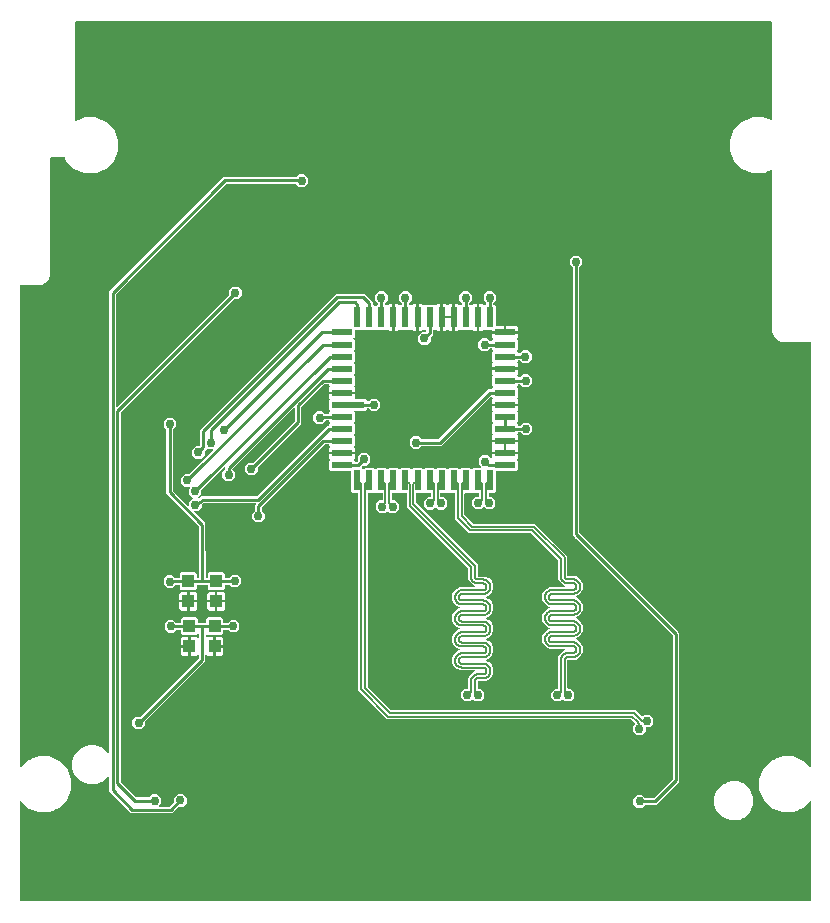
<source format=gbr>
G04 EAGLE Gerber X2 export*
G75*
%MOMM*%
%FSLAX34Y34*%
%LPD*%
%AMOC8*
5,1,8,0,0,1.08239X$1,22.5*%
G01*
%ADD10R,1.745969X0.612000*%
%ADD11R,2.752400X0.612000*%
%ADD12R,1.745969X0.586500*%
%ADD13R,0.586500X1.745969*%
%ADD14R,0.612000X1.745969*%
%ADD15R,1.000000X1.100000*%
%ADD16C,0.756400*%
%ADD17C,0.177800*%
%ADD18C,0.254000*%

G36*
X679337Y10162D02*
X679337Y10162D01*
X679342Y10161D01*
X679435Y10182D01*
X679529Y10200D01*
X679533Y10203D01*
X679538Y10204D01*
X679616Y10260D01*
X679694Y10313D01*
X679697Y10317D01*
X679701Y10320D01*
X679752Y10402D01*
X679804Y10481D01*
X679804Y10486D01*
X679807Y10491D01*
X679839Y10668D01*
X679839Y94153D01*
X679839Y94156D01*
X679839Y94158D01*
X679819Y94253D01*
X679800Y94350D01*
X679798Y94352D01*
X679798Y94355D01*
X679742Y94435D01*
X679687Y94516D01*
X679685Y94517D01*
X679683Y94519D01*
X679600Y94572D01*
X679519Y94625D01*
X679516Y94625D01*
X679514Y94627D01*
X679418Y94643D01*
X679322Y94660D01*
X679319Y94660D01*
X679317Y94660D01*
X679223Y94638D01*
X679126Y94617D01*
X679124Y94615D01*
X679121Y94615D01*
X678973Y94512D01*
X673403Y88941D01*
X672928Y88745D01*
X671704Y88238D01*
X670479Y87730D01*
X669255Y87223D01*
X669254Y87223D01*
X668030Y86716D01*
X666805Y86209D01*
X665581Y85701D01*
X664706Y85339D01*
X655294Y85339D01*
X646597Y88941D01*
X639941Y95597D01*
X636339Y104294D01*
X636339Y113706D01*
X639941Y122403D01*
X646597Y129059D01*
X647431Y129404D01*
X648656Y129911D01*
X649880Y130419D01*
X649881Y130419D01*
X651105Y130926D01*
X652330Y131433D01*
X653554Y131940D01*
X654779Y132448D01*
X655294Y132661D01*
X664706Y132661D01*
X673403Y129059D01*
X678973Y123488D01*
X678976Y123487D01*
X678977Y123484D01*
X679058Y123432D01*
X679140Y123377D01*
X679143Y123377D01*
X679145Y123375D01*
X679241Y123358D01*
X679337Y123339D01*
X679340Y123340D01*
X679342Y123340D01*
X679439Y123361D01*
X679533Y123381D01*
X679535Y123383D01*
X679538Y123383D01*
X679618Y123440D01*
X679698Y123495D01*
X679699Y123498D01*
X679701Y123499D01*
X679753Y123582D01*
X679805Y123665D01*
X679806Y123667D01*
X679807Y123669D01*
X679839Y123847D01*
X679839Y483332D01*
X679838Y483337D01*
X679839Y483342D01*
X679818Y483435D01*
X679800Y483529D01*
X679797Y483533D01*
X679796Y483538D01*
X679740Y483616D01*
X679687Y483694D01*
X679683Y483697D01*
X679680Y483701D01*
X679598Y483752D01*
X679519Y483804D01*
X679514Y483804D01*
X679509Y483807D01*
X679332Y483839D01*
X654979Y483839D01*
X651244Y485386D01*
X648386Y488244D01*
X646839Y491979D01*
X646839Y628535D01*
X646838Y628539D01*
X646839Y628542D01*
X646819Y628636D01*
X646800Y628731D01*
X646797Y628734D01*
X646797Y628738D01*
X646741Y628817D01*
X646687Y628897D01*
X646684Y628899D01*
X646681Y628902D01*
X646599Y628954D01*
X646519Y629006D01*
X646515Y629007D01*
X646512Y629009D01*
X646416Y629025D01*
X646322Y629042D01*
X646318Y629041D01*
X646314Y629042D01*
X646138Y629003D01*
X646048Y628966D01*
X644824Y628459D01*
X643599Y627952D01*
X642375Y627444D01*
X642374Y627444D01*
X641150Y626937D01*
X639925Y626430D01*
X639706Y626339D01*
X630294Y626339D01*
X621597Y629941D01*
X614941Y636597D01*
X611339Y645294D01*
X611339Y654706D01*
X614941Y663403D01*
X621597Y670059D01*
X621776Y670133D01*
X623000Y670640D01*
X623001Y670640D01*
X624225Y671147D01*
X625450Y671654D01*
X626674Y672162D01*
X627899Y672669D01*
X629123Y673176D01*
X629124Y673176D01*
X630294Y673661D01*
X639706Y673661D01*
X646138Y670997D01*
X646142Y670996D01*
X646145Y670994D01*
X646240Y670977D01*
X646335Y670958D01*
X646338Y670959D01*
X646342Y670958D01*
X646437Y670979D01*
X646531Y670999D01*
X646534Y671001D01*
X646538Y671002D01*
X646617Y671058D01*
X646696Y671112D01*
X646698Y671116D01*
X646701Y671118D01*
X646752Y671200D01*
X646805Y671281D01*
X646805Y671285D01*
X646807Y671288D01*
X646839Y671465D01*
X646839Y754332D01*
X646838Y754337D01*
X646839Y754342D01*
X646818Y754435D01*
X646800Y754529D01*
X646797Y754533D01*
X646796Y754538D01*
X646740Y754616D01*
X646687Y754694D01*
X646683Y754697D01*
X646680Y754701D01*
X646598Y754752D01*
X646519Y754804D01*
X646514Y754804D01*
X646509Y754807D01*
X646332Y754839D01*
X57668Y754839D01*
X57663Y754838D01*
X57658Y754839D01*
X57565Y754818D01*
X57471Y754800D01*
X57467Y754797D01*
X57462Y754796D01*
X57384Y754740D01*
X57306Y754687D01*
X57303Y754683D01*
X57299Y754680D01*
X57248Y754598D01*
X57196Y754519D01*
X57196Y754514D01*
X57193Y754509D01*
X57161Y754332D01*
X57161Y671258D01*
X57162Y671254D01*
X57161Y671250D01*
X57181Y671157D01*
X57200Y671062D01*
X57203Y671058D01*
X57203Y671055D01*
X57259Y670976D01*
X57313Y670896D01*
X57316Y670894D01*
X57319Y670891D01*
X57401Y670839D01*
X57481Y670787D01*
X57485Y670786D01*
X57488Y670784D01*
X57584Y670768D01*
X57678Y670751D01*
X57682Y670752D01*
X57686Y670751D01*
X57862Y670790D01*
X58725Y671147D01*
X59950Y671654D01*
X61174Y672162D01*
X62399Y672669D01*
X63623Y673176D01*
X63624Y673176D01*
X64794Y673661D01*
X74206Y673661D01*
X82903Y670059D01*
X89559Y663403D01*
X93161Y654706D01*
X93161Y645294D01*
X89559Y636597D01*
X82903Y629941D01*
X81773Y629473D01*
X80548Y628966D01*
X79324Y628459D01*
X78099Y627952D01*
X76875Y627444D01*
X76874Y627444D01*
X75650Y626937D01*
X74425Y626430D01*
X74206Y626339D01*
X64794Y626339D01*
X56097Y629941D01*
X49441Y636597D01*
X48228Y639526D01*
X48225Y639532D01*
X48223Y639538D01*
X48169Y639615D01*
X48116Y639693D01*
X48111Y639696D01*
X48107Y639701D01*
X48027Y639751D01*
X47949Y639803D01*
X47942Y639804D01*
X47937Y639807D01*
X47760Y639839D01*
X36668Y639839D01*
X36663Y639838D01*
X36658Y639839D01*
X36565Y639818D01*
X36471Y639800D01*
X36467Y639797D01*
X36462Y639796D01*
X36384Y639740D01*
X36306Y639687D01*
X36303Y639683D01*
X36299Y639680D01*
X36248Y639598D01*
X36196Y639519D01*
X36196Y639514D01*
X36193Y639509D01*
X36161Y639332D01*
X36161Y539979D01*
X34614Y536244D01*
X31756Y533386D01*
X31055Y533096D01*
X29830Y532589D01*
X28606Y532081D01*
X28021Y531839D01*
X10668Y531839D01*
X10663Y531838D01*
X10658Y531839D01*
X10565Y531818D01*
X10471Y531800D01*
X10467Y531797D01*
X10462Y531796D01*
X10384Y531740D01*
X10306Y531687D01*
X10303Y531683D01*
X10299Y531680D01*
X10248Y531598D01*
X10196Y531519D01*
X10196Y531514D01*
X10193Y531509D01*
X10161Y531332D01*
X10161Y123847D01*
X10161Y123844D01*
X10161Y123842D01*
X10181Y123745D01*
X10200Y123650D01*
X10202Y123648D01*
X10202Y123645D01*
X10258Y123565D01*
X10313Y123484D01*
X10315Y123483D01*
X10317Y123481D01*
X10400Y123428D01*
X10481Y123375D01*
X10484Y123375D01*
X10486Y123373D01*
X10582Y123357D01*
X10678Y123340D01*
X10681Y123340D01*
X10683Y123340D01*
X10777Y123362D01*
X10874Y123383D01*
X10876Y123385D01*
X10879Y123385D01*
X11027Y123488D01*
X16597Y129059D01*
X17431Y129404D01*
X18656Y129911D01*
X19880Y130419D01*
X19881Y130419D01*
X21105Y130926D01*
X22330Y131433D01*
X23554Y131940D01*
X24779Y132448D01*
X25294Y132661D01*
X34706Y132661D01*
X43403Y129059D01*
X50059Y122403D01*
X53661Y113706D01*
X53661Y104294D01*
X50059Y95597D01*
X43403Y88941D01*
X42928Y88745D01*
X41704Y88238D01*
X40479Y87730D01*
X39255Y87223D01*
X39254Y87223D01*
X38030Y86716D01*
X36805Y86209D01*
X35581Y85701D01*
X34706Y85339D01*
X25294Y85339D01*
X16597Y88941D01*
X11027Y94512D01*
X11024Y94513D01*
X11023Y94516D01*
X10942Y94568D01*
X10860Y94623D01*
X10857Y94623D01*
X10855Y94625D01*
X10759Y94642D01*
X10663Y94661D01*
X10660Y94660D01*
X10658Y94660D01*
X10561Y94639D01*
X10467Y94619D01*
X10465Y94617D01*
X10462Y94617D01*
X10382Y94560D01*
X10302Y94505D01*
X10301Y94502D01*
X10299Y94501D01*
X10247Y94418D01*
X10195Y94335D01*
X10194Y94333D01*
X10193Y94331D01*
X10161Y94153D01*
X10161Y10668D01*
X10162Y10663D01*
X10161Y10658D01*
X10182Y10565D01*
X10200Y10471D01*
X10203Y10467D01*
X10204Y10462D01*
X10260Y10384D01*
X10313Y10306D01*
X10317Y10303D01*
X10320Y10299D01*
X10402Y10248D01*
X10481Y10196D01*
X10486Y10196D01*
X10491Y10193D01*
X10668Y10161D01*
X679332Y10161D01*
X679337Y10162D01*
G37*
%LPC*%
G36*
X532535Y150891D02*
X532535Y150891D01*
X529427Y153999D01*
X529427Y158395D01*
X530961Y159930D01*
X530964Y159934D01*
X530969Y159937D01*
X531020Y160018D01*
X531072Y160097D01*
X531073Y160102D01*
X531076Y160106D01*
X531092Y160200D01*
X531110Y160294D01*
X531109Y160299D01*
X531110Y160304D01*
X531088Y160397D01*
X531068Y160490D01*
X531065Y160494D01*
X531064Y160499D01*
X530961Y160647D01*
X527852Y163757D01*
X527845Y163761D01*
X527841Y163768D01*
X527762Y163817D01*
X527685Y163868D01*
X527677Y163869D01*
X527670Y163873D01*
X527493Y163905D01*
X321328Y163905D01*
X296849Y188385D01*
X296849Y355112D01*
X296848Y355118D01*
X296849Y355123D01*
X296828Y355216D01*
X296809Y355309D01*
X296807Y355313D01*
X296805Y355318D01*
X296750Y355396D01*
X296697Y355475D01*
X296692Y355478D01*
X296689Y355482D01*
X296608Y355532D01*
X296529Y355584D01*
X296524Y355585D01*
X296519Y355588D01*
X296342Y355620D01*
X292126Y355620D01*
X290935Y356810D01*
X290935Y373828D01*
X290934Y373833D01*
X290935Y373838D01*
X290914Y373931D01*
X290895Y374024D01*
X290892Y374028D01*
X290891Y374033D01*
X290836Y374111D01*
X290783Y374190D01*
X290778Y374193D01*
X290775Y374197D01*
X290694Y374248D01*
X290614Y374299D01*
X290609Y374300D01*
X290605Y374303D01*
X290428Y374335D01*
X273410Y374335D01*
X272220Y375526D01*
X272220Y383074D01*
X272770Y383625D01*
X272810Y383685D01*
X272856Y383739D01*
X272865Y383767D01*
X272881Y383792D01*
X272894Y383862D01*
X272916Y383930D01*
X272913Y383960D01*
X272918Y383989D01*
X272904Y384059D01*
X272897Y384130D01*
X272883Y384156D01*
X272877Y384185D01*
X272836Y384244D01*
X272802Y384307D01*
X272778Y384327D01*
X272763Y384349D01*
X272728Y384372D01*
X272219Y384880D01*
X271885Y385459D01*
X271712Y386105D01*
X271712Y388485D01*
X282474Y388485D01*
X282479Y388486D01*
X282484Y388485D01*
X282578Y388506D01*
X282671Y388524D01*
X282675Y388527D01*
X282680Y388528D01*
X282758Y388584D01*
X282836Y388637D01*
X282839Y388641D01*
X282844Y388644D01*
X282894Y388726D01*
X282946Y388805D01*
X282947Y388810D01*
X282949Y388815D01*
X282981Y388992D01*
X282981Y390008D01*
X282980Y390013D01*
X282981Y390018D01*
X282961Y390111D01*
X282942Y390204D01*
X282939Y390209D01*
X282938Y390214D01*
X282882Y390292D01*
X282829Y390370D01*
X282825Y390373D01*
X282822Y390377D01*
X282740Y390428D01*
X282661Y390479D01*
X282656Y390480D01*
X282651Y390483D01*
X282474Y390515D01*
X271712Y390515D01*
X271712Y392895D01*
X271885Y393541D01*
X272219Y394120D01*
X272700Y394601D01*
X272703Y394605D01*
X272707Y394608D01*
X272758Y394688D01*
X272811Y394767D01*
X272812Y394773D01*
X272815Y394777D01*
X272830Y394871D01*
X272848Y394964D01*
X272847Y394970D01*
X272848Y394975D01*
X272826Y395068D01*
X272807Y395160D01*
X272804Y395165D01*
X272803Y395170D01*
X272700Y395318D01*
X272220Y395798D01*
X272220Y396398D01*
X272219Y396403D01*
X272220Y396408D01*
X272199Y396501D01*
X272180Y396595D01*
X272177Y396599D01*
X272176Y396604D01*
X272121Y396682D01*
X272067Y396760D01*
X272063Y396763D01*
X272060Y396767D01*
X271979Y396818D01*
X271899Y396870D01*
X271894Y396870D01*
X271890Y396873D01*
X271712Y396905D01*
X268614Y396905D01*
X268606Y396904D01*
X268598Y396905D01*
X268508Y396884D01*
X268417Y396866D01*
X268411Y396861D01*
X268403Y396859D01*
X268255Y396757D01*
X215084Y343586D01*
X215080Y343579D01*
X215073Y343575D01*
X215024Y343496D01*
X214973Y343419D01*
X214972Y343411D01*
X214968Y343404D01*
X214936Y343227D01*
X214936Y340911D01*
X214937Y340904D01*
X214936Y340896D01*
X214957Y340806D01*
X214975Y340715D01*
X214980Y340708D01*
X214981Y340701D01*
X215084Y340553D01*
X217448Y338189D01*
X217448Y333793D01*
X214339Y330684D01*
X209943Y330684D01*
X206834Y333793D01*
X206834Y338189D01*
X209198Y340553D01*
X209202Y340559D01*
X209208Y340564D01*
X209257Y340643D01*
X209308Y340720D01*
X209310Y340727D01*
X209314Y340734D01*
X209346Y340911D01*
X209346Y345752D01*
X210021Y346428D01*
X210023Y346430D01*
X210025Y346431D01*
X210077Y346511D01*
X210132Y346594D01*
X210133Y346597D01*
X210134Y346599D01*
X210151Y346695D01*
X210170Y346791D01*
X210169Y346794D01*
X210170Y346797D01*
X210148Y346893D01*
X210128Y346987D01*
X210127Y346990D01*
X210126Y346992D01*
X210070Y347072D01*
X210014Y347152D01*
X210012Y347154D01*
X210010Y347156D01*
X209927Y347207D01*
X209845Y347260D01*
X209842Y347260D01*
X209840Y347261D01*
X209663Y347293D01*
X166156Y347293D01*
X166097Y347282D01*
X166038Y347280D01*
X165996Y347261D01*
X165959Y347254D01*
X165923Y347229D01*
X165873Y347207D01*
X164358Y346191D01*
X164317Y346151D01*
X164271Y346117D01*
X164247Y346080D01*
X164216Y346049D01*
X164195Y345996D01*
X164165Y345947D01*
X164156Y345900D01*
X164142Y345863D01*
X164142Y345821D01*
X164133Y345770D01*
X164133Y343648D01*
X161024Y340540D01*
X157880Y340540D01*
X157877Y340539D01*
X157875Y340540D01*
X157780Y340520D01*
X157683Y340500D01*
X157681Y340499D01*
X157679Y340498D01*
X157598Y340442D01*
X157518Y340387D01*
X157516Y340385D01*
X157514Y340384D01*
X157461Y340300D01*
X157408Y340219D01*
X157408Y340217D01*
X157406Y340215D01*
X157390Y340118D01*
X157373Y340022D01*
X157373Y340019D01*
X157373Y340017D01*
X157395Y339923D01*
X157416Y339826D01*
X157418Y339824D01*
X157418Y339822D01*
X157521Y339674D01*
X166564Y330631D01*
X166565Y330630D01*
X167387Y329811D01*
X167387Y328653D01*
X167458Y284200D01*
X167459Y284195D01*
X167458Y284190D01*
X167479Y284097D01*
X167498Y284003D01*
X167500Y283999D01*
X167501Y283995D01*
X167557Y283917D01*
X167610Y283838D01*
X167615Y283835D01*
X167617Y283831D01*
X167699Y283781D01*
X167779Y283729D01*
X167783Y283728D01*
X167788Y283725D01*
X167965Y283693D01*
X168990Y283693D01*
X168995Y283694D01*
X169000Y283693D01*
X169093Y283714D01*
X169187Y283733D01*
X169191Y283736D01*
X169196Y283737D01*
X169274Y283792D01*
X169352Y283846D01*
X169355Y283850D01*
X169360Y283853D01*
X169410Y283934D01*
X169462Y284014D01*
X169463Y284019D01*
X169465Y284023D01*
X169497Y284201D01*
X169497Y287257D01*
X170688Y288448D01*
X182372Y288448D01*
X183563Y287257D01*
X183563Y284213D01*
X183564Y284208D01*
X183563Y284203D01*
X183584Y284110D01*
X183602Y284017D01*
X183605Y284013D01*
X183606Y284008D01*
X183662Y283930D01*
X183715Y283851D01*
X183719Y283848D01*
X183722Y283844D01*
X183803Y283794D01*
X183883Y283742D01*
X183888Y283741D01*
X183893Y283738D01*
X184070Y283706D01*
X187140Y283705D01*
X187148Y283706D01*
X187156Y283705D01*
X187246Y283726D01*
X187337Y283744D01*
X187343Y283749D01*
X187351Y283750D01*
X187499Y283853D01*
X190029Y286383D01*
X194425Y286383D01*
X197534Y283275D01*
X197534Y278878D01*
X194425Y275770D01*
X190029Y275770D01*
X187832Y277966D01*
X187826Y277971D01*
X187821Y277977D01*
X187743Y278026D01*
X187665Y278077D01*
X187658Y278079D01*
X187651Y278083D01*
X187474Y278115D01*
X184070Y278117D01*
X184065Y278116D01*
X184060Y278117D01*
X183967Y278096D01*
X183874Y278077D01*
X183869Y278074D01*
X183864Y278073D01*
X183786Y278018D01*
X183708Y277965D01*
X183705Y277960D01*
X183701Y277957D01*
X183650Y277876D01*
X183599Y277797D01*
X183598Y277791D01*
X183595Y277787D01*
X183563Y277609D01*
X183563Y274573D01*
X182372Y273382D01*
X170688Y273382D01*
X169497Y274573D01*
X169497Y277597D01*
X169496Y277602D01*
X169497Y277607D01*
X169476Y277700D01*
X169458Y277793D01*
X169455Y277797D01*
X169454Y277803D01*
X169398Y277880D01*
X169345Y277959D01*
X169341Y277962D01*
X169338Y277966D01*
X169256Y278017D01*
X169177Y278068D01*
X169172Y278069D01*
X169167Y278072D01*
X168990Y278104D01*
X164673Y278104D01*
X164672Y278104D01*
X163316Y278102D01*
X163304Y278104D01*
X160397Y278104D01*
X160392Y278103D01*
X160387Y278104D01*
X160294Y278083D01*
X160201Y278064D01*
X160196Y278061D01*
X160191Y278060D01*
X160113Y278005D01*
X160035Y277952D01*
X160032Y277947D01*
X160028Y277944D01*
X159977Y277863D01*
X159926Y277784D01*
X159925Y277778D01*
X159922Y277774D01*
X159890Y277597D01*
X159890Y274573D01*
X158699Y273382D01*
X147015Y273382D01*
X145825Y274573D01*
X145825Y277609D01*
X145823Y277615D01*
X145824Y277620D01*
X145804Y277712D01*
X145785Y277806D01*
X145782Y277810D01*
X145781Y277816D01*
X145726Y277893D01*
X145672Y277972D01*
X145668Y277975D01*
X145665Y277979D01*
X145584Y278029D01*
X145504Y278081D01*
X145499Y278082D01*
X145494Y278085D01*
X145317Y278117D01*
X142345Y278115D01*
X142338Y278114D01*
X142330Y278115D01*
X142240Y278094D01*
X142149Y278076D01*
X142142Y278071D01*
X142135Y278069D01*
X141987Y277967D01*
X139384Y275363D01*
X134987Y275363D01*
X131879Y278472D01*
X131879Y282868D01*
X134987Y285977D01*
X139384Y285977D01*
X141507Y283853D01*
X141514Y283849D01*
X141519Y283842D01*
X141597Y283793D01*
X141674Y283742D01*
X141682Y283741D01*
X141689Y283736D01*
X141866Y283704D01*
X145318Y283706D01*
X145323Y283707D01*
X145328Y283706D01*
X145421Y283727D01*
X145514Y283746D01*
X145518Y283749D01*
X145523Y283750D01*
X145601Y283805D01*
X145680Y283859D01*
X145683Y283863D01*
X145687Y283866D01*
X145737Y283947D01*
X145789Y284027D01*
X145790Y284032D01*
X145793Y284036D01*
X145825Y284213D01*
X145825Y287257D01*
X147015Y288448D01*
X158699Y288448D01*
X159890Y287257D01*
X159890Y284201D01*
X159891Y284195D01*
X159890Y284190D01*
X159911Y284097D01*
X159930Y284004D01*
X159933Y284000D01*
X159934Y283995D01*
X159989Y283917D01*
X160042Y283838D01*
X160047Y283835D01*
X160050Y283831D01*
X160131Y283781D01*
X160210Y283729D01*
X160215Y283728D01*
X160220Y283725D01*
X160397Y283693D01*
X161361Y283693D01*
X161367Y283694D01*
X161372Y283693D01*
X161464Y283714D01*
X161557Y283733D01*
X161562Y283736D01*
X161568Y283737D01*
X161645Y283792D01*
X161723Y283846D01*
X161726Y283850D01*
X161731Y283854D01*
X161781Y283934D01*
X161832Y284014D01*
X161833Y284019D01*
X161836Y284024D01*
X161868Y284201D01*
X161799Y327282D01*
X161798Y327289D01*
X161799Y327296D01*
X161778Y327386D01*
X161760Y327478D01*
X161755Y327484D01*
X161754Y327491D01*
X161651Y327639D01*
X134365Y354925D01*
X134365Y409024D01*
X134364Y409031D01*
X134365Y409039D01*
X134344Y409129D01*
X134326Y409220D01*
X134321Y409227D01*
X134319Y409234D01*
X134217Y409382D01*
X131853Y411746D01*
X131853Y416142D01*
X134962Y419251D01*
X139358Y419251D01*
X142467Y416142D01*
X142467Y411746D01*
X140103Y409382D01*
X140099Y409376D01*
X140093Y409371D01*
X140044Y409292D01*
X139992Y409215D01*
X139991Y409208D01*
X139987Y409201D01*
X139955Y409024D01*
X139955Y357450D01*
X139956Y357443D01*
X139955Y357435D01*
X139976Y357345D01*
X139994Y357254D01*
X139999Y357247D01*
X140001Y357240D01*
X140103Y357092D01*
X152654Y344541D01*
X152656Y344540D01*
X152657Y344538D01*
X152738Y344485D01*
X152820Y344430D01*
X152823Y344430D01*
X152825Y344429D01*
X152921Y344411D01*
X153017Y344393D01*
X153020Y344393D01*
X153023Y344393D01*
X153119Y344414D01*
X153213Y344434D01*
X153216Y344436D01*
X153218Y344437D01*
X153298Y344493D01*
X153378Y344549D01*
X153380Y344551D01*
X153382Y344553D01*
X153433Y344635D01*
X153486Y344718D01*
X153486Y344721D01*
X153487Y344723D01*
X153519Y344900D01*
X153519Y348045D01*
X156449Y350974D01*
X156452Y350978D01*
X156456Y350981D01*
X156507Y351061D01*
X156560Y351141D01*
X156561Y351146D01*
X156564Y351151D01*
X156580Y351245D01*
X156598Y351338D01*
X156597Y351343D01*
X156597Y351348D01*
X156576Y351441D01*
X156556Y351534D01*
X156553Y351538D01*
X156552Y351543D01*
X156449Y351691D01*
X153291Y354850D01*
X153291Y359246D01*
X154166Y360121D01*
X154167Y360123D01*
X154169Y360124D01*
X154221Y360204D01*
X154277Y360288D01*
X154277Y360290D01*
X154279Y360292D01*
X154296Y360388D01*
X154314Y360485D01*
X154314Y360487D01*
X154314Y360490D01*
X154293Y360586D01*
X154273Y360681D01*
X154271Y360683D01*
X154271Y360685D01*
X154214Y360765D01*
X154158Y360845D01*
X154156Y360847D01*
X154155Y360849D01*
X154071Y360901D01*
X153989Y360953D01*
X153987Y360953D01*
X153984Y360955D01*
X153807Y360987D01*
X149719Y360987D01*
X146611Y364095D01*
X146611Y368492D01*
X149719Y371600D01*
X153062Y371600D01*
X153069Y371602D01*
X153077Y371600D01*
X153167Y371621D01*
X153258Y371640D01*
X153265Y371644D01*
X153272Y371646D01*
X153420Y371749D01*
X173415Y391744D01*
X173417Y391746D01*
X173419Y391747D01*
X173472Y391828D01*
X173526Y391911D01*
X173527Y391913D01*
X173528Y391915D01*
X173546Y392012D01*
X173564Y392108D01*
X173563Y392110D01*
X173564Y392113D01*
X173542Y392209D01*
X173522Y392304D01*
X173521Y392306D01*
X173520Y392308D01*
X173464Y392388D01*
X173408Y392468D01*
X173406Y392470D01*
X173404Y392472D01*
X173322Y392523D01*
X173239Y392576D01*
X173236Y392576D01*
X173234Y392578D01*
X173057Y392610D01*
X169938Y392610D01*
X169220Y393327D01*
X169218Y393328D01*
X169217Y393331D01*
X169137Y393383D01*
X169053Y393438D01*
X169051Y393438D01*
X169049Y393440D01*
X168953Y393457D01*
X168857Y393476D01*
X168854Y393475D01*
X168851Y393475D01*
X168755Y393454D01*
X168660Y393434D01*
X168658Y393432D01*
X168656Y393432D01*
X168576Y393375D01*
X168496Y393320D01*
X168494Y393317D01*
X168492Y393316D01*
X168441Y393233D01*
X168388Y393150D01*
X168388Y393148D01*
X168386Y393146D01*
X168356Y392979D01*
X166821Y391444D01*
X166817Y391437D01*
X166811Y391433D01*
X166762Y391354D01*
X166711Y391277D01*
X166709Y391269D01*
X166705Y391262D01*
X166673Y391085D01*
X166673Y387743D01*
X163564Y384634D01*
X159168Y384634D01*
X156059Y387743D01*
X156059Y392139D01*
X159168Y395248D01*
X162258Y395248D01*
X162263Y395249D01*
X162268Y395248D01*
X162361Y395268D01*
X162454Y395287D01*
X162459Y395290D01*
X162464Y395291D01*
X162542Y395346D01*
X162620Y395400D01*
X162623Y395404D01*
X162627Y395407D01*
X162678Y395488D01*
X162729Y395568D01*
X162730Y395573D01*
X162733Y395577D01*
X162765Y395755D01*
X162765Y409091D01*
X277702Y524028D01*
X302148Y524028D01*
X308895Y517281D01*
X308895Y515688D01*
X308896Y515682D01*
X308895Y515677D01*
X308916Y515584D01*
X308934Y515491D01*
X308937Y515487D01*
X308938Y515482D01*
X308994Y515404D01*
X309047Y515325D01*
X309051Y515322D01*
X309054Y515318D01*
X309136Y515268D01*
X309215Y515216D01*
X309220Y515215D01*
X309225Y515212D01*
X309402Y515180D01*
X310002Y515180D01*
X310841Y514341D01*
X310846Y514338D01*
X310849Y514334D01*
X310929Y514283D01*
X311008Y514230D01*
X311013Y514229D01*
X311018Y514226D01*
X311112Y514210D01*
X311205Y514192D01*
X311210Y514194D01*
X311216Y514193D01*
X311308Y514214D01*
X311401Y514234D01*
X311406Y514237D01*
X311411Y514238D01*
X311559Y514341D01*
X312398Y515180D01*
X312998Y515180D01*
X313003Y515181D01*
X313008Y515180D01*
X313101Y515201D01*
X313195Y515220D01*
X313199Y515223D01*
X313204Y515224D01*
X313282Y515279D01*
X313360Y515333D01*
X313363Y515337D01*
X313367Y515340D01*
X313418Y515421D01*
X313470Y515501D01*
X313470Y515506D01*
X313473Y515510D01*
X313505Y515688D01*
X313505Y516167D01*
X313504Y516175D01*
X313505Y516182D01*
X313484Y516272D01*
X313466Y516363D01*
X313461Y516370D01*
X313459Y516378D01*
X313357Y516526D01*
X310999Y518883D01*
X310999Y523279D01*
X314108Y526388D01*
X318504Y526388D01*
X321613Y523279D01*
X321613Y518883D01*
X319243Y516513D01*
X319239Y516507D01*
X319233Y516502D01*
X319184Y516423D01*
X319132Y516346D01*
X319131Y516339D01*
X319127Y516332D01*
X319095Y516155D01*
X319095Y515688D01*
X319096Y515682D01*
X319095Y515677D01*
X319116Y515584D01*
X319134Y515491D01*
X319137Y515487D01*
X319138Y515482D01*
X319194Y515404D01*
X319247Y515325D01*
X319251Y515322D01*
X319254Y515318D01*
X319336Y515268D01*
X319415Y515216D01*
X319420Y515215D01*
X319425Y515212D01*
X319602Y515180D01*
X320202Y515180D01*
X320682Y514700D01*
X320687Y514697D01*
X320690Y514693D01*
X320770Y514642D01*
X320849Y514589D01*
X320854Y514588D01*
X320859Y514585D01*
X320952Y514570D01*
X321046Y514552D01*
X321051Y514553D01*
X321056Y514552D01*
X321149Y514574D01*
X321242Y514593D01*
X321246Y514596D01*
X321251Y514597D01*
X321399Y514700D01*
X321880Y515181D01*
X322459Y515515D01*
X323105Y515688D01*
X325485Y515688D01*
X325485Y504926D01*
X325486Y504921D01*
X325485Y504916D01*
X325506Y504822D01*
X325524Y504729D01*
X325527Y504725D01*
X325528Y504720D01*
X325584Y504642D01*
X325637Y504564D01*
X325641Y504561D01*
X325644Y504556D01*
X325726Y504506D01*
X325805Y504454D01*
X325810Y504453D01*
X325815Y504451D01*
X325992Y504419D01*
X327008Y504419D01*
X327013Y504420D01*
X327018Y504419D01*
X327111Y504439D01*
X327204Y504458D01*
X327209Y504461D01*
X327214Y504462D01*
X327292Y504518D01*
X327370Y504571D01*
X327373Y504575D01*
X327377Y504578D01*
X327428Y504660D01*
X327479Y504739D01*
X327480Y504744D01*
X327483Y504749D01*
X327515Y504926D01*
X327515Y515688D01*
X329895Y515688D01*
X330541Y515515D01*
X331120Y515181D01*
X331601Y514700D01*
X331605Y514697D01*
X331608Y514693D01*
X331688Y514642D01*
X331767Y514589D01*
X331773Y514588D01*
X331777Y514585D01*
X331871Y514570D01*
X331964Y514552D01*
X331970Y514553D01*
X331975Y514552D01*
X332068Y514574D01*
X332160Y514593D01*
X332165Y514596D01*
X332170Y514597D01*
X332318Y514700D01*
X332798Y515180D01*
X333398Y515180D01*
X333403Y515181D01*
X333408Y515180D01*
X333501Y515201D01*
X333595Y515220D01*
X333599Y515223D01*
X333604Y515224D01*
X333682Y515279D01*
X333760Y515333D01*
X333763Y515337D01*
X333767Y515340D01*
X333818Y515421D01*
X333870Y515501D01*
X333870Y515506D01*
X333873Y515510D01*
X333905Y515688D01*
X333905Y516138D01*
X333904Y516146D01*
X333905Y516153D01*
X333884Y516243D01*
X333866Y516334D01*
X333861Y516341D01*
X333859Y516348D01*
X333757Y516496D01*
X331370Y518883D01*
X331370Y523279D01*
X334479Y526388D01*
X338875Y526388D01*
X341984Y523279D01*
X341984Y518883D01*
X339643Y516542D01*
X339639Y516536D01*
X339633Y516531D01*
X339584Y516453D01*
X339532Y516375D01*
X339531Y516368D01*
X339527Y516361D01*
X339495Y516184D01*
X339495Y515688D01*
X339496Y515682D01*
X339495Y515677D01*
X339516Y515584D01*
X339534Y515491D01*
X339537Y515487D01*
X339538Y515482D01*
X339594Y515404D01*
X339647Y515325D01*
X339651Y515322D01*
X339654Y515318D01*
X339736Y515268D01*
X339815Y515216D01*
X339820Y515215D01*
X339825Y515212D01*
X340002Y515180D01*
X340602Y515180D01*
X341082Y514700D01*
X341087Y514697D01*
X341090Y514693D01*
X341170Y514642D01*
X341249Y514589D01*
X341254Y514588D01*
X341259Y514585D01*
X341352Y514570D01*
X341446Y514552D01*
X341451Y514553D01*
X341456Y514552D01*
X341549Y514574D01*
X341642Y514593D01*
X341646Y514596D01*
X341651Y514597D01*
X341799Y514700D01*
X342280Y515181D01*
X342859Y515515D01*
X343505Y515688D01*
X345885Y515688D01*
X345885Y504926D01*
X345886Y504921D01*
X345885Y504916D01*
X345906Y504822D01*
X345924Y504729D01*
X345927Y504725D01*
X345928Y504720D01*
X345984Y504642D01*
X346037Y504564D01*
X346041Y504561D01*
X346044Y504556D01*
X346126Y504506D01*
X346205Y504454D01*
X346210Y504453D01*
X346215Y504451D01*
X346392Y504419D01*
X347408Y504419D01*
X347413Y504420D01*
X347418Y504419D01*
X347511Y504439D01*
X347604Y504458D01*
X347609Y504461D01*
X347614Y504462D01*
X347692Y504518D01*
X347770Y504571D01*
X347773Y504575D01*
X347777Y504578D01*
X347828Y504660D01*
X347879Y504739D01*
X347880Y504744D01*
X347883Y504749D01*
X347915Y504926D01*
X347915Y515688D01*
X350295Y515688D01*
X350941Y515515D01*
X351520Y515181D01*
X352001Y514700D01*
X352005Y514697D01*
X352008Y514693D01*
X352088Y514642D01*
X352167Y514589D01*
X352173Y514588D01*
X352177Y514585D01*
X352271Y514570D01*
X352364Y514552D01*
X352370Y514553D01*
X352375Y514552D01*
X352468Y514574D01*
X352560Y514593D01*
X352565Y514596D01*
X352570Y514597D01*
X352718Y514700D01*
X353198Y515180D01*
X361002Y515180D01*
X361482Y514700D01*
X361487Y514697D01*
X361490Y514693D01*
X361570Y514642D01*
X361649Y514589D01*
X361654Y514588D01*
X361659Y514585D01*
X361752Y514570D01*
X361846Y514552D01*
X361851Y514553D01*
X361856Y514552D01*
X361949Y514574D01*
X362042Y514593D01*
X362046Y514596D01*
X362051Y514597D01*
X362199Y514700D01*
X362680Y515181D01*
X363259Y515515D01*
X363905Y515688D01*
X366285Y515688D01*
X366285Y504926D01*
X366286Y504921D01*
X366285Y504916D01*
X366306Y504822D01*
X366324Y504729D01*
X366327Y504725D01*
X366328Y504720D01*
X366384Y504642D01*
X366437Y504564D01*
X366441Y504561D01*
X366444Y504556D01*
X366526Y504506D01*
X366605Y504454D01*
X366610Y504453D01*
X366615Y504451D01*
X366792Y504419D01*
X367301Y504419D01*
X367301Y504417D01*
X366792Y504417D01*
X366787Y504416D01*
X366782Y504417D01*
X366689Y504396D01*
X366596Y504377D01*
X366591Y504374D01*
X366586Y504373D01*
X366508Y504318D01*
X366430Y504265D01*
X366427Y504260D01*
X366423Y504257D01*
X366372Y504176D01*
X366321Y504097D01*
X366320Y504091D01*
X366317Y504087D01*
X366285Y503910D01*
X366285Y493147D01*
X363905Y493147D01*
X363259Y493320D01*
X362680Y493655D01*
X362199Y494135D01*
X362195Y494138D01*
X362192Y494143D01*
X362112Y494194D01*
X362033Y494246D01*
X362027Y494247D01*
X362023Y494250D01*
X361929Y494266D01*
X361836Y494284D01*
X361830Y494283D01*
X361825Y494284D01*
X361732Y494262D01*
X361640Y494242D01*
X361635Y494239D01*
X361630Y494238D01*
X361482Y494135D01*
X361002Y493655D01*
X360402Y493655D01*
X360397Y493654D01*
X360392Y493655D01*
X360299Y493634D01*
X360205Y493616D01*
X360201Y493613D01*
X360196Y493612D01*
X360118Y493556D01*
X360040Y493503D01*
X360037Y493499D01*
X360033Y493496D01*
X359982Y493414D01*
X359930Y493335D01*
X359930Y493330D01*
X359927Y493325D01*
X359895Y493148D01*
X359895Y489775D01*
X358210Y488091D01*
X358206Y488084D01*
X358200Y488080D01*
X358151Y488001D01*
X358100Y487924D01*
X358098Y487916D01*
X358094Y487909D01*
X358062Y487732D01*
X358062Y484415D01*
X354953Y481306D01*
X350557Y481306D01*
X347448Y484415D01*
X347448Y488811D01*
X350557Y491920D01*
X353798Y491920D01*
X353803Y491921D01*
X353808Y491920D01*
X353901Y491941D01*
X353995Y491960D01*
X353999Y491962D01*
X354004Y491964D01*
X354082Y492019D01*
X354160Y492072D01*
X354163Y492077D01*
X354167Y492080D01*
X354218Y492161D01*
X354270Y492240D01*
X354270Y492245D01*
X354273Y492250D01*
X354305Y492427D01*
X354305Y493148D01*
X354304Y493153D01*
X354305Y493158D01*
X354284Y493251D01*
X354266Y493344D01*
X354263Y493349D01*
X354262Y493354D01*
X354206Y493432D01*
X354153Y493510D01*
X354149Y493513D01*
X354146Y493517D01*
X354064Y493568D01*
X353985Y493619D01*
X353980Y493620D01*
X353975Y493623D01*
X353798Y493655D01*
X353198Y493655D01*
X352718Y494135D01*
X352713Y494138D01*
X352710Y494143D01*
X352630Y494194D01*
X352551Y494246D01*
X352546Y494247D01*
X352541Y494250D01*
X352448Y494266D01*
X352354Y494284D01*
X352349Y494283D01*
X352344Y494284D01*
X352251Y494262D01*
X352158Y494242D01*
X352154Y494239D01*
X352149Y494238D01*
X352001Y494135D01*
X351520Y493655D01*
X350941Y493320D01*
X350295Y493147D01*
X347915Y493147D01*
X347915Y503910D01*
X347914Y503915D01*
X347915Y503920D01*
X347894Y504013D01*
X347876Y504106D01*
X347873Y504111D01*
X347871Y504116D01*
X347816Y504193D01*
X347763Y504272D01*
X347759Y504275D01*
X347755Y504279D01*
X347674Y504330D01*
X347595Y504381D01*
X347590Y504382D01*
X347585Y504385D01*
X347408Y504417D01*
X346392Y504417D01*
X346387Y504416D01*
X346382Y504417D01*
X346289Y504396D01*
X346196Y504377D01*
X346191Y504374D01*
X346186Y504373D01*
X346108Y504318D01*
X346030Y504265D01*
X346027Y504260D01*
X346023Y504257D01*
X345972Y504176D01*
X345921Y504097D01*
X345920Y504091D01*
X345917Y504087D01*
X345885Y503910D01*
X345885Y493147D01*
X343505Y493147D01*
X342859Y493320D01*
X342280Y493655D01*
X341799Y494135D01*
X341795Y494138D01*
X341792Y494143D01*
X341712Y494194D01*
X341633Y494246D01*
X341627Y494247D01*
X341623Y494250D01*
X341529Y494266D01*
X341436Y494284D01*
X341430Y494283D01*
X341425Y494284D01*
X341332Y494262D01*
X341240Y494242D01*
X341235Y494239D01*
X341230Y494238D01*
X341082Y494135D01*
X340602Y493655D01*
X332798Y493655D01*
X332318Y494135D01*
X332313Y494138D01*
X332310Y494143D01*
X332230Y494194D01*
X332151Y494246D01*
X332146Y494247D01*
X332141Y494250D01*
X332048Y494266D01*
X331954Y494284D01*
X331949Y494283D01*
X331944Y494284D01*
X331851Y494262D01*
X331758Y494242D01*
X331754Y494239D01*
X331749Y494238D01*
X331601Y494135D01*
X331120Y493655D01*
X330541Y493320D01*
X329895Y493147D01*
X327515Y493147D01*
X327515Y503910D01*
X327514Y503915D01*
X327515Y503920D01*
X327494Y504013D01*
X327476Y504106D01*
X327473Y504111D01*
X327471Y504116D01*
X327416Y504193D01*
X327363Y504272D01*
X327359Y504275D01*
X327355Y504279D01*
X327274Y504330D01*
X327195Y504381D01*
X327190Y504382D01*
X327185Y504385D01*
X327008Y504417D01*
X325992Y504417D01*
X325987Y504416D01*
X325982Y504417D01*
X325889Y504396D01*
X325796Y504377D01*
X325791Y504374D01*
X325786Y504373D01*
X325708Y504318D01*
X325630Y504265D01*
X325627Y504260D01*
X325623Y504257D01*
X325572Y504176D01*
X325521Y504097D01*
X325520Y504091D01*
X325517Y504087D01*
X325485Y503910D01*
X325485Y493147D01*
X323105Y493147D01*
X322459Y493320D01*
X321880Y493655D01*
X321399Y494135D01*
X321395Y494138D01*
X321392Y494143D01*
X321312Y494194D01*
X321233Y494246D01*
X321227Y494247D01*
X321223Y494250D01*
X321129Y494266D01*
X321036Y494284D01*
X321030Y494283D01*
X321025Y494284D01*
X320932Y494262D01*
X320840Y494242D01*
X320835Y494239D01*
X320830Y494238D01*
X320682Y494135D01*
X320202Y493655D01*
X312398Y493655D01*
X311559Y494495D01*
X311554Y494497D01*
X311551Y494502D01*
X311472Y494552D01*
X311392Y494605D01*
X311387Y494606D01*
X311382Y494609D01*
X311288Y494625D01*
X311195Y494643D01*
X311190Y494642D01*
X311185Y494643D01*
X311092Y494621D01*
X310999Y494601D01*
X310994Y494598D01*
X310989Y494597D01*
X310841Y494495D01*
X310002Y493655D01*
X302198Y493655D01*
X301295Y494558D01*
X301291Y494561D01*
X301288Y494566D01*
X301208Y494616D01*
X301128Y494669D01*
X301123Y494670D01*
X301118Y494673D01*
X301025Y494689D01*
X300931Y494707D01*
X300926Y494706D01*
X300921Y494707D01*
X300828Y494685D01*
X300735Y494665D01*
X300731Y494662D01*
X300726Y494661D01*
X300578Y494558D01*
X299674Y493655D01*
X294252Y493655D01*
X294247Y493654D01*
X294242Y493655D01*
X294149Y493634D01*
X294056Y493616D01*
X294051Y493613D01*
X294046Y493612D01*
X293968Y493556D01*
X293890Y493503D01*
X293887Y493499D01*
X293883Y493496D01*
X293832Y493414D01*
X293781Y493335D01*
X293780Y493330D01*
X293777Y493325D01*
X293745Y493148D01*
X293745Y487726D01*
X292842Y486822D01*
X292839Y486818D01*
X292834Y486815D01*
X292784Y486735D01*
X292731Y486656D01*
X292730Y486650D01*
X292727Y486646D01*
X292711Y486552D01*
X292693Y486459D01*
X292694Y486453D01*
X292693Y486448D01*
X292715Y486356D01*
X292735Y486263D01*
X292738Y486258D01*
X292739Y486253D01*
X292842Y486105D01*
X293745Y485202D01*
X293745Y477398D01*
X292905Y476559D01*
X292903Y476554D01*
X292898Y476551D01*
X292847Y476471D01*
X292795Y476392D01*
X292794Y476387D01*
X292791Y476382D01*
X292775Y476288D01*
X292757Y476195D01*
X292758Y476190D01*
X292757Y476185D01*
X292779Y476092D01*
X292799Y475999D01*
X292802Y475994D01*
X292803Y475989D01*
X292905Y475841D01*
X293745Y475002D01*
X293745Y467198D01*
X292905Y466359D01*
X292903Y466354D01*
X292898Y466351D01*
X292847Y466271D01*
X292795Y466192D01*
X292794Y466187D01*
X292791Y466182D01*
X292775Y466088D01*
X292757Y465995D01*
X292758Y465990D01*
X292757Y465985D01*
X292779Y465892D01*
X292799Y465799D01*
X292802Y465794D01*
X292803Y465789D01*
X292905Y465641D01*
X293745Y464802D01*
X293745Y456998D01*
X292905Y456159D01*
X292903Y456154D01*
X292898Y456151D01*
X292847Y456071D01*
X292795Y455992D01*
X292794Y455987D01*
X292791Y455982D01*
X292775Y455888D01*
X292757Y455795D01*
X292758Y455790D01*
X292757Y455785D01*
X292779Y455692D01*
X292799Y455599D01*
X292802Y455594D01*
X292803Y455589D01*
X292905Y455441D01*
X293745Y454602D01*
X293745Y446798D01*
X293265Y446318D01*
X293262Y446314D01*
X293257Y446311D01*
X293206Y446230D01*
X293154Y446151D01*
X293153Y446146D01*
X293150Y446141D01*
X293134Y446047D01*
X293116Y445954D01*
X293117Y445949D01*
X293116Y445944D01*
X293138Y445851D01*
X293158Y445758D01*
X293161Y445754D01*
X293162Y445749D01*
X293265Y445601D01*
X293745Y445120D01*
X294080Y444541D01*
X294253Y443895D01*
X294253Y441515D01*
X283490Y441515D01*
X283485Y441514D01*
X283480Y441515D01*
X283387Y441494D01*
X283294Y441476D01*
X283289Y441473D01*
X283284Y441471D01*
X283207Y441416D01*
X283128Y441363D01*
X283125Y441359D01*
X283121Y441355D01*
X283070Y441274D01*
X283019Y441195D01*
X283018Y441190D01*
X283015Y441185D01*
X282983Y441008D01*
X282983Y439992D01*
X282984Y439987D01*
X282983Y439982D01*
X283004Y439889D01*
X283023Y439796D01*
X283026Y439791D01*
X283027Y439786D01*
X283082Y439708D01*
X283135Y439630D01*
X283140Y439627D01*
X283143Y439623D01*
X283224Y439572D01*
X283303Y439521D01*
X283309Y439520D01*
X283313Y439517D01*
X283490Y439485D01*
X294253Y439485D01*
X294253Y437105D01*
X294080Y436459D01*
X293903Y436154D01*
X293891Y436118D01*
X293871Y436087D01*
X293860Y436024D01*
X293839Y435964D01*
X293842Y435926D01*
X293835Y435890D01*
X293849Y435827D01*
X293854Y435764D01*
X293871Y435730D01*
X293879Y435694D01*
X293916Y435642D01*
X293945Y435585D01*
X293973Y435561D01*
X293995Y435531D01*
X294049Y435497D01*
X294098Y435456D01*
X294133Y435444D01*
X294165Y435425D01*
X294238Y435412D01*
X294289Y435396D01*
X294314Y435398D01*
X294342Y435393D01*
X302610Y435393D01*
X303801Y434202D01*
X303801Y433602D01*
X303802Y433597D01*
X303801Y433592D01*
X303822Y433499D01*
X303840Y433405D01*
X303843Y433401D01*
X303844Y433396D01*
X303900Y433318D01*
X303953Y433240D01*
X303957Y433237D01*
X303960Y433233D01*
X304042Y433182D01*
X304121Y433130D01*
X304126Y433130D01*
X304131Y433127D01*
X304308Y433095D01*
X305314Y433095D01*
X305322Y433096D01*
X305329Y433095D01*
X305419Y433116D01*
X305510Y433134D01*
X305517Y433139D01*
X305525Y433141D01*
X305673Y433243D01*
X308037Y435608D01*
X312434Y435608D01*
X315542Y432500D01*
X315542Y428103D01*
X312434Y424995D01*
X308037Y424995D01*
X305675Y427357D01*
X305669Y427361D01*
X305664Y427367D01*
X305586Y427416D01*
X305508Y427468D01*
X305501Y427469D01*
X305494Y427473D01*
X305317Y427505D01*
X304308Y427505D01*
X304303Y427504D01*
X304298Y427505D01*
X304205Y427484D01*
X304111Y427466D01*
X304107Y427463D01*
X304102Y427462D01*
X304024Y427406D01*
X303946Y427353D01*
X303943Y427349D01*
X303939Y427346D01*
X303888Y427264D01*
X303836Y427185D01*
X303836Y427180D01*
X303833Y427175D01*
X303801Y426998D01*
X303801Y426398D01*
X302610Y425207D01*
X293764Y425207D01*
X293762Y425207D01*
X293759Y425207D01*
X293664Y425187D01*
X293568Y425168D01*
X293565Y425166D01*
X293563Y425166D01*
X293483Y425110D01*
X293402Y425055D01*
X293400Y425053D01*
X293398Y425051D01*
X293345Y424968D01*
X293293Y424887D01*
X293292Y424884D01*
X293291Y424882D01*
X293274Y424786D01*
X293257Y424690D01*
X293258Y424687D01*
X293257Y424685D01*
X293279Y424590D01*
X293301Y424494D01*
X293302Y424492D01*
X293303Y424489D01*
X293405Y424341D01*
X293745Y424002D01*
X293745Y416198D01*
X292905Y415359D01*
X292903Y415354D01*
X292898Y415351D01*
X292847Y415271D01*
X292795Y415192D01*
X292794Y415187D01*
X292791Y415182D01*
X292775Y415088D01*
X292757Y414995D01*
X292758Y414990D01*
X292757Y414985D01*
X292779Y414892D01*
X292799Y414799D01*
X292802Y414794D01*
X292803Y414789D01*
X292905Y414641D01*
X293745Y413802D01*
X293745Y405998D01*
X292905Y405159D01*
X292904Y405157D01*
X292903Y405156D01*
X292901Y405153D01*
X292898Y405151D01*
X292847Y405071D01*
X292795Y404992D01*
X292794Y404987D01*
X292791Y404982D01*
X292775Y404888D01*
X292757Y404795D01*
X292758Y404790D01*
X292757Y404785D01*
X292779Y404692D01*
X292799Y404599D01*
X292802Y404594D01*
X292803Y404589D01*
X292905Y404441D01*
X293745Y403602D01*
X293745Y395798D01*
X293265Y395318D01*
X293262Y395313D01*
X293257Y395310D01*
X293206Y395230D01*
X293154Y395151D01*
X293153Y395146D01*
X293150Y395141D01*
X293134Y395048D01*
X293116Y394954D01*
X293117Y394949D01*
X293116Y394944D01*
X293138Y394851D01*
X293158Y394758D01*
X293161Y394754D01*
X293162Y394749D01*
X293265Y394601D01*
X293745Y394120D01*
X294080Y393541D01*
X294253Y392895D01*
X294253Y390515D01*
X283490Y390515D01*
X283485Y390514D01*
X283480Y390515D01*
X283387Y390494D01*
X283294Y390476D01*
X283289Y390473D01*
X283284Y390471D01*
X283207Y390416D01*
X283128Y390363D01*
X283125Y390359D01*
X283121Y390355D01*
X283070Y390274D01*
X283019Y390195D01*
X283018Y390190D01*
X283015Y390185D01*
X282983Y390008D01*
X282983Y388992D01*
X282984Y388987D01*
X282983Y388982D01*
X283004Y388889D01*
X283023Y388796D01*
X283026Y388791D01*
X283027Y388786D01*
X283082Y388708D01*
X283135Y388630D01*
X283140Y388627D01*
X283143Y388623D01*
X283224Y388572D01*
X283303Y388521D01*
X283309Y388520D01*
X283313Y388517D01*
X283490Y388485D01*
X294253Y388485D01*
X294253Y386105D01*
X294080Y385459D01*
X293745Y384880D01*
X293229Y384364D01*
X293187Y384335D01*
X293171Y384310D01*
X293149Y384290D01*
X293118Y384226D01*
X293080Y384166D01*
X293075Y384137D01*
X293062Y384110D01*
X293058Y384039D01*
X293046Y383968D01*
X293053Y383939D01*
X293051Y383910D01*
X293075Y383843D01*
X293092Y383773D01*
X293110Y383747D01*
X293119Y383721D01*
X293154Y383683D01*
X293194Y383625D01*
X293745Y383074D01*
X293745Y382602D01*
X293746Y382597D01*
X293745Y382592D01*
X293766Y382499D01*
X293784Y382405D01*
X293787Y382401D01*
X293788Y382396D01*
X293844Y382318D01*
X293897Y382240D01*
X293901Y382237D01*
X293904Y382233D01*
X293986Y382182D01*
X294065Y382130D01*
X294070Y382130D01*
X294075Y382127D01*
X294252Y382095D01*
X295408Y382095D01*
X295415Y382096D01*
X295423Y382095D01*
X295513Y382116D01*
X295604Y382134D01*
X295611Y382139D01*
X295618Y382141D01*
X295766Y382243D01*
X296144Y382621D01*
X296149Y382628D01*
X296155Y382632D01*
X296204Y382711D01*
X296255Y382788D01*
X296257Y382796D01*
X296261Y382803D01*
X296293Y382980D01*
X296293Y386322D01*
X299401Y389431D01*
X303798Y389431D01*
X306906Y386322D01*
X306906Y381926D01*
X303798Y378817D01*
X300455Y378817D01*
X300448Y378816D01*
X300440Y378817D01*
X300350Y378796D01*
X300259Y378778D01*
X300252Y378773D01*
X300245Y378772D01*
X300097Y378669D01*
X299438Y378011D01*
X299437Y378009D01*
X299435Y378007D01*
X299382Y377926D01*
X299328Y377844D01*
X299327Y377841D01*
X299326Y377839D01*
X299308Y377743D01*
X299290Y377647D01*
X299290Y377644D01*
X299290Y377642D01*
X299311Y377545D01*
X299332Y377451D01*
X299333Y377449D01*
X299334Y377446D01*
X299390Y377366D01*
X299446Y377286D01*
X299448Y377285D01*
X299450Y377283D01*
X299533Y377231D01*
X299615Y377179D01*
X299618Y377178D01*
X299620Y377177D01*
X299647Y377172D01*
X300578Y376242D01*
X300582Y376239D01*
X300585Y376234D01*
X300665Y376184D01*
X300744Y376131D01*
X300750Y376130D01*
X300754Y376127D01*
X300848Y376111D01*
X300941Y376093D01*
X300947Y376094D01*
X300952Y376093D01*
X301044Y376115D01*
X301137Y376135D01*
X301142Y376138D01*
X301147Y376139D01*
X301295Y376242D01*
X302198Y377145D01*
X310002Y377145D01*
X310841Y376305D01*
X310846Y376303D01*
X310849Y376298D01*
X310929Y376247D01*
X311008Y376195D01*
X311013Y376194D01*
X311018Y376191D01*
X311112Y376175D01*
X311205Y376157D01*
X311210Y376158D01*
X311215Y376157D01*
X311308Y376179D01*
X311401Y376199D01*
X311406Y376202D01*
X311411Y376203D01*
X311559Y376305D01*
X312398Y377145D01*
X320202Y377145D01*
X321041Y376305D01*
X321046Y376303D01*
X321049Y376298D01*
X321129Y376247D01*
X321208Y376195D01*
X321213Y376194D01*
X321218Y376191D01*
X321312Y376175D01*
X321405Y376157D01*
X321410Y376158D01*
X321415Y376157D01*
X321508Y376179D01*
X321601Y376199D01*
X321606Y376202D01*
X321611Y376203D01*
X321759Y376305D01*
X322598Y377145D01*
X330402Y377145D01*
X331241Y376305D01*
X331246Y376303D01*
X331249Y376298D01*
X331329Y376247D01*
X331408Y376195D01*
X331413Y376194D01*
X331418Y376191D01*
X331512Y376175D01*
X331605Y376157D01*
X331610Y376158D01*
X331615Y376157D01*
X331708Y376179D01*
X331801Y376199D01*
X331806Y376202D01*
X331811Y376203D01*
X331959Y376305D01*
X332798Y377145D01*
X340602Y377145D01*
X341441Y376305D01*
X341446Y376303D01*
X341449Y376298D01*
X341529Y376247D01*
X341608Y376195D01*
X341613Y376194D01*
X341618Y376191D01*
X341712Y376175D01*
X341805Y376157D01*
X341810Y376158D01*
X341815Y376157D01*
X341908Y376179D01*
X342001Y376199D01*
X342006Y376202D01*
X342011Y376203D01*
X342159Y376305D01*
X342998Y377145D01*
X350802Y377145D01*
X351641Y376305D01*
X351646Y376303D01*
X351649Y376298D01*
X351729Y376247D01*
X351808Y376195D01*
X351813Y376194D01*
X351818Y376191D01*
X351912Y376175D01*
X352005Y376157D01*
X352010Y376158D01*
X352015Y376157D01*
X352108Y376179D01*
X352201Y376199D01*
X352206Y376202D01*
X352211Y376203D01*
X352359Y376305D01*
X353198Y377145D01*
X361002Y377145D01*
X361841Y376305D01*
X361846Y376303D01*
X361849Y376298D01*
X361929Y376247D01*
X362008Y376195D01*
X362013Y376194D01*
X362018Y376191D01*
X362112Y376175D01*
X362205Y376157D01*
X362210Y376158D01*
X362215Y376157D01*
X362308Y376179D01*
X362401Y376199D01*
X362406Y376202D01*
X362411Y376203D01*
X362559Y376305D01*
X363398Y377145D01*
X371202Y377145D01*
X372041Y376305D01*
X372046Y376303D01*
X372049Y376298D01*
X372129Y376247D01*
X372208Y376195D01*
X372213Y376194D01*
X372218Y376191D01*
X372312Y376175D01*
X372405Y376157D01*
X372410Y376158D01*
X372415Y376157D01*
X372508Y376179D01*
X372601Y376199D01*
X372606Y376202D01*
X372611Y376203D01*
X372759Y376305D01*
X373598Y377145D01*
X381402Y377145D01*
X382241Y376305D01*
X382246Y376303D01*
X382249Y376298D01*
X382329Y376247D01*
X382408Y376195D01*
X382413Y376194D01*
X382418Y376191D01*
X382512Y376175D01*
X382605Y376157D01*
X382610Y376158D01*
X382615Y376157D01*
X382708Y376179D01*
X382801Y376199D01*
X382806Y376202D01*
X382811Y376203D01*
X382959Y376305D01*
X383798Y377145D01*
X391602Y377145D01*
X392441Y376305D01*
X392446Y376303D01*
X392449Y376298D01*
X392529Y376247D01*
X392608Y376195D01*
X392613Y376194D01*
X392618Y376191D01*
X392712Y376175D01*
X392805Y376157D01*
X392810Y376158D01*
X392815Y376157D01*
X392908Y376179D01*
X393001Y376199D01*
X393006Y376202D01*
X393011Y376203D01*
X393159Y376305D01*
X393998Y377145D01*
X400434Y377145D01*
X400436Y377145D01*
X400439Y377145D01*
X400534Y377165D01*
X400630Y377184D01*
X400632Y377186D01*
X400635Y377186D01*
X400715Y377242D01*
X400796Y377297D01*
X400797Y377299D01*
X400799Y377301D01*
X400853Y377384D01*
X400905Y377465D01*
X400906Y377468D01*
X400907Y377470D01*
X400923Y377566D01*
X400941Y377662D01*
X400940Y377665D01*
X400941Y377668D01*
X400919Y377762D01*
X400897Y377858D01*
X400896Y377860D01*
X400895Y377863D01*
X400792Y378011D01*
X398731Y380072D01*
X398731Y384468D01*
X401840Y387577D01*
X406236Y387577D01*
X409337Y384476D01*
X409366Y384457D01*
X409389Y384431D01*
X409448Y384402D01*
X409504Y384365D01*
X409538Y384359D01*
X409569Y384343D01*
X409635Y384340D01*
X409700Y384328D01*
X409734Y384335D01*
X409769Y384333D01*
X409832Y384355D01*
X409896Y384369D01*
X409925Y384389D01*
X409958Y384401D01*
X410007Y384446D01*
X410061Y384483D01*
X410080Y384513D01*
X410105Y384536D01*
X410133Y384597D01*
X410169Y384653D01*
X410174Y384687D01*
X410189Y384719D01*
X410191Y384785D01*
X410202Y384850D01*
X410194Y384884D01*
X410195Y384919D01*
X410169Y384992D01*
X410157Y385045D01*
X410143Y385066D01*
X410135Y385088D01*
X409920Y385459D01*
X409747Y386105D01*
X409747Y388485D01*
X420510Y388485D01*
X420515Y388486D01*
X420520Y388485D01*
X420613Y388506D01*
X420706Y388524D01*
X420711Y388527D01*
X420716Y388528D01*
X420793Y388584D01*
X420872Y388637D01*
X420875Y388641D01*
X420879Y388644D01*
X420930Y388726D01*
X420981Y388805D01*
X420982Y388810D01*
X420985Y388815D01*
X421017Y388992D01*
X421017Y389501D01*
X421019Y389501D01*
X421019Y388992D01*
X421020Y388987D01*
X421019Y388982D01*
X421039Y388889D01*
X421058Y388796D01*
X421061Y388791D01*
X421062Y388786D01*
X421118Y388708D01*
X421171Y388630D01*
X421175Y388627D01*
X421178Y388623D01*
X421260Y388572D01*
X421339Y388521D01*
X421344Y388520D01*
X421349Y388517D01*
X421526Y388485D01*
X432288Y388485D01*
X432288Y386105D01*
X432115Y385459D01*
X431781Y384880D01*
X431264Y384364D01*
X431223Y384335D01*
X431207Y384310D01*
X431185Y384290D01*
X431154Y384226D01*
X431115Y384166D01*
X431110Y384137D01*
X431098Y384110D01*
X431094Y384039D01*
X431082Y383968D01*
X431088Y383939D01*
X431087Y383910D01*
X431111Y383843D01*
X431127Y383773D01*
X431145Y383747D01*
X431155Y383721D01*
X431190Y383683D01*
X431230Y383625D01*
X431780Y383074D01*
X431780Y375526D01*
X430590Y374335D01*
X413572Y374335D01*
X413567Y374334D01*
X413562Y374335D01*
X413469Y374314D01*
X413376Y374295D01*
X413372Y374292D01*
X413367Y374291D01*
X413289Y374236D01*
X413210Y374183D01*
X413207Y374178D01*
X413203Y374175D01*
X413152Y374094D01*
X413101Y374014D01*
X413100Y374009D01*
X413097Y374005D01*
X413065Y373828D01*
X413065Y356810D01*
X411874Y355620D01*
X407619Y355620D01*
X407614Y355619D01*
X407609Y355620D01*
X407516Y355599D01*
X407423Y355580D01*
X407418Y355577D01*
X407413Y355576D01*
X407335Y355521D01*
X407257Y355467D01*
X407254Y355463D01*
X407250Y355460D01*
X407199Y355379D01*
X407148Y355299D01*
X407147Y355294D01*
X407144Y355290D01*
X407112Y355112D01*
X407112Y352880D01*
X407113Y352874D01*
X407112Y352869D01*
X407133Y352776D01*
X407152Y352683D01*
X407154Y352679D01*
X407156Y352674D01*
X407211Y352596D01*
X407264Y352517D01*
X407269Y352514D01*
X407272Y352510D01*
X407353Y352460D01*
X407432Y352408D01*
X407437Y352407D01*
X407442Y352404D01*
X407619Y352372D01*
X409789Y352372D01*
X412898Y349264D01*
X412898Y344867D01*
X409789Y341759D01*
X405393Y341759D01*
X403406Y343746D01*
X403402Y343749D01*
X403399Y343753D01*
X403319Y343804D01*
X403239Y343857D01*
X403234Y343858D01*
X403229Y343861D01*
X403135Y343877D01*
X403042Y343895D01*
X403037Y343894D01*
X403032Y343894D01*
X402939Y343873D01*
X402846Y343853D01*
X402842Y343850D01*
X402837Y343849D01*
X402689Y343746D01*
X400701Y341759D01*
X396305Y341759D01*
X393196Y344867D01*
X393196Y349264D01*
X396305Y352372D01*
X398475Y352372D01*
X398480Y352373D01*
X398486Y352372D01*
X398579Y352393D01*
X398672Y352412D01*
X398676Y352415D01*
X398681Y352416D01*
X398759Y352471D01*
X398838Y352525D01*
X398840Y352529D01*
X398845Y352532D01*
X398895Y352613D01*
X398947Y352693D01*
X398948Y352698D01*
X398950Y352702D01*
X398982Y352880D01*
X398982Y355112D01*
X398981Y355118D01*
X398982Y355123D01*
X398962Y355216D01*
X398943Y355309D01*
X398940Y355313D01*
X398939Y355318D01*
X398884Y355396D01*
X398830Y355475D01*
X398826Y355478D01*
X398823Y355482D01*
X398741Y355532D01*
X398662Y355584D01*
X398657Y355585D01*
X398653Y355588D01*
X398475Y355620D01*
X393998Y355620D01*
X393159Y356459D01*
X393154Y356462D01*
X393151Y356466D01*
X393071Y356517D01*
X392992Y356570D01*
X392987Y356571D01*
X392982Y356574D01*
X392888Y356590D01*
X392795Y356608D01*
X392790Y356606D01*
X392784Y356607D01*
X392692Y356586D01*
X392599Y356566D01*
X392594Y356563D01*
X392589Y356562D01*
X392441Y356459D01*
X391602Y355620D01*
X387172Y355620D01*
X387167Y355619D01*
X387162Y355620D01*
X387069Y355599D01*
X386976Y355580D01*
X386971Y355577D01*
X386966Y355576D01*
X386888Y355521D01*
X386810Y355467D01*
X386807Y355463D01*
X386803Y355460D01*
X386752Y355379D01*
X386701Y355299D01*
X386700Y355294D01*
X386697Y355290D01*
X386665Y355112D01*
X386665Y336971D01*
X386666Y336963D01*
X386665Y336955D01*
X386686Y336865D01*
X386705Y336774D01*
X386709Y336768D01*
X386711Y336760D01*
X386813Y336612D01*
X393686Y329740D01*
X393692Y329735D01*
X393697Y329729D01*
X393775Y329680D01*
X393853Y329629D01*
X393860Y329627D01*
X393867Y329623D01*
X394044Y329591D01*
X446565Y329591D01*
X473889Y302267D01*
X473889Y285563D01*
X473890Y285558D01*
X473889Y285553D01*
X473909Y285460D01*
X473928Y285367D01*
X473931Y285363D01*
X473932Y285358D01*
X473987Y285280D01*
X474041Y285201D01*
X474045Y285198D01*
X474048Y285194D01*
X474130Y285143D01*
X474209Y285092D01*
X474214Y285091D01*
X474218Y285088D01*
X474396Y285056D01*
X480942Y285056D01*
X484892Y282776D01*
X487172Y278827D01*
X487172Y274257D01*
X484892Y270307D01*
X481036Y268081D01*
X481008Y268057D01*
X480975Y268040D01*
X480934Y267991D01*
X480886Y267949D01*
X480869Y267915D01*
X480845Y267887D01*
X480826Y267826D01*
X480798Y267768D01*
X480796Y267731D01*
X480785Y267695D01*
X480791Y267632D01*
X480788Y267568D01*
X480800Y267533D01*
X480804Y267496D01*
X480834Y267440D01*
X480856Y267380D01*
X480881Y267352D01*
X480898Y267319D01*
X480955Y267271D01*
X480991Y267232D01*
X481014Y267221D01*
X481036Y267203D01*
X484892Y264977D01*
X487172Y261027D01*
X487172Y256457D01*
X484892Y252508D01*
X481036Y250282D01*
X481008Y250257D01*
X480975Y250240D01*
X480934Y250192D01*
X480886Y250149D01*
X480869Y250116D01*
X480845Y250087D01*
X480826Y250026D01*
X480798Y249969D01*
X480796Y249932D01*
X480785Y249896D01*
X480791Y249833D01*
X480788Y249769D01*
X480800Y249734D01*
X480804Y249697D01*
X480834Y249640D01*
X480856Y249580D01*
X480881Y249553D01*
X480898Y249520D01*
X480955Y249472D01*
X480991Y249433D01*
X481014Y249422D01*
X481036Y249403D01*
X484892Y247178D01*
X487172Y243228D01*
X487172Y238658D01*
X484892Y234709D01*
X481036Y232483D01*
X481008Y232458D01*
X480975Y232441D01*
X480934Y232392D01*
X480886Y232350D01*
X480869Y232317D01*
X480845Y232288D01*
X480826Y232227D01*
X480798Y232170D01*
X480796Y232133D01*
X480785Y232097D01*
X480791Y232033D01*
X480788Y231970D01*
X480800Y231934D01*
X480804Y231897D01*
X480834Y231841D01*
X480856Y231781D01*
X480881Y231754D01*
X480898Y231721D01*
X480955Y231673D01*
X480991Y231633D01*
X481014Y231623D01*
X481036Y231604D01*
X484892Y229378D01*
X487172Y225429D01*
X487172Y220859D01*
X484892Y216909D01*
X480942Y214629D01*
X474396Y214629D01*
X474391Y214628D01*
X474385Y214629D01*
X474292Y214608D01*
X474199Y214590D01*
X474195Y214587D01*
X474190Y214586D01*
X474112Y214530D01*
X474033Y214477D01*
X474031Y214473D01*
X474026Y214470D01*
X473976Y214388D01*
X473924Y214309D01*
X473923Y214304D01*
X473921Y214299D01*
X473889Y214122D01*
X473889Y190294D01*
X473890Y190289D01*
X473889Y190284D01*
X473909Y190191D01*
X473928Y190098D01*
X473931Y190093D01*
X473932Y190088D01*
X473987Y190010D01*
X474041Y189932D01*
X474045Y189929D01*
X474048Y189925D01*
X474130Y189874D01*
X474209Y189823D01*
X474214Y189822D01*
X474218Y189819D01*
X474396Y189787D01*
X476566Y189787D01*
X479675Y186678D01*
X479675Y182282D01*
X476566Y179173D01*
X472170Y179173D01*
X470183Y181161D01*
X470178Y181164D01*
X470175Y181168D01*
X470095Y181219D01*
X470016Y181272D01*
X470010Y181273D01*
X470006Y181275D01*
X469912Y181291D01*
X469819Y181309D01*
X469814Y181308D01*
X469808Y181309D01*
X469716Y181287D01*
X469623Y181268D01*
X469618Y181265D01*
X469613Y181263D01*
X469465Y181161D01*
X467478Y179173D01*
X463082Y179173D01*
X459973Y182282D01*
X459973Y186678D01*
X463082Y189787D01*
X465252Y189787D01*
X465257Y189788D01*
X465262Y189787D01*
X465355Y189808D01*
X465448Y189827D01*
X465453Y189829D01*
X465458Y189831D01*
X465536Y189886D01*
X465614Y189939D01*
X465617Y189944D01*
X465621Y189947D01*
X465672Y190028D01*
X465723Y190107D01*
X465724Y190112D01*
X465727Y190117D01*
X465759Y190294D01*
X465759Y216529D01*
X468039Y220479D01*
X471683Y222582D01*
X471735Y222628D01*
X471792Y222667D01*
X471809Y222694D01*
X471834Y222715D01*
X471864Y222777D01*
X471901Y222835D01*
X471907Y222866D01*
X471921Y222895D01*
X471924Y222964D01*
X471937Y223032D01*
X471930Y223063D01*
X471931Y223096D01*
X471908Y223160D01*
X471893Y223228D01*
X471874Y223254D01*
X471864Y223284D01*
X471817Y223335D01*
X471777Y223391D01*
X471750Y223408D01*
X471728Y223432D01*
X471665Y223461D01*
X471607Y223497D01*
X471573Y223503D01*
X471546Y223515D01*
X471495Y223517D01*
X471430Y223529D01*
X458705Y223529D01*
X454756Y225809D01*
X452476Y229758D01*
X452476Y234328D01*
X454756Y238278D01*
X458612Y240504D01*
X458640Y240529D01*
X458673Y240545D01*
X458714Y240594D01*
X458762Y240636D01*
X458778Y240670D01*
X458802Y240698D01*
X458821Y240759D01*
X458849Y240817D01*
X458851Y240854D01*
X458862Y240890D01*
X458856Y240953D01*
X458860Y241017D01*
X458847Y241052D01*
X458844Y241089D01*
X458814Y241146D01*
X458792Y241206D01*
X458767Y241233D01*
X458749Y241266D01*
X458693Y241314D01*
X458656Y241353D01*
X458634Y241364D01*
X458612Y241382D01*
X454756Y243608D01*
X452476Y247558D01*
X452476Y252128D01*
X454756Y256077D01*
X458612Y258303D01*
X458640Y258328D01*
X458673Y258345D01*
X458714Y258393D01*
X458762Y258436D01*
X458778Y258469D01*
X458802Y258498D01*
X458821Y258559D01*
X458849Y258616D01*
X458851Y258653D01*
X458862Y258689D01*
X458856Y258753D01*
X458860Y258816D01*
X458847Y258851D01*
X458844Y258889D01*
X458814Y258945D01*
X458792Y259005D01*
X458767Y259032D01*
X458749Y259065D01*
X458693Y259113D01*
X458656Y259153D01*
X458634Y259163D01*
X458612Y259182D01*
X454756Y261408D01*
X452476Y265357D01*
X452476Y269927D01*
X454756Y273876D01*
X458705Y276157D01*
X471430Y276157D01*
X471497Y276170D01*
X471566Y276175D01*
X471595Y276190D01*
X471626Y276196D01*
X471683Y276235D01*
X471745Y276266D01*
X471765Y276291D01*
X471792Y276309D01*
X471829Y276367D01*
X471874Y276419D01*
X471884Y276450D01*
X471901Y276477D01*
X471913Y276545D01*
X471934Y276610D01*
X471931Y276642D01*
X471937Y276674D01*
X471922Y276742D01*
X471915Y276810D01*
X471900Y276838D01*
X471893Y276870D01*
X471853Y276926D01*
X471821Y276987D01*
X471794Y277009D01*
X471777Y277033D01*
X471734Y277060D01*
X471683Y277103D01*
X468039Y279207D01*
X465759Y283156D01*
X465759Y298690D01*
X465758Y298698D01*
X465759Y298705D01*
X465738Y298795D01*
X465719Y298886D01*
X465715Y298893D01*
X465713Y298900D01*
X465611Y299048D01*
X443346Y321313D01*
X443339Y321317D01*
X443335Y321324D01*
X443256Y321373D01*
X443179Y321424D01*
X443171Y321426D01*
X443165Y321430D01*
X442987Y321462D01*
X390467Y321462D01*
X378535Y333393D01*
X378535Y355112D01*
X378534Y355118D01*
X378535Y355123D01*
X378515Y355216D01*
X378496Y355309D01*
X378493Y355313D01*
X378492Y355318D01*
X378437Y355396D01*
X378383Y355475D01*
X378379Y355478D01*
X378376Y355482D01*
X378294Y355532D01*
X378215Y355584D01*
X378210Y355585D01*
X378206Y355588D01*
X378028Y355620D01*
X373598Y355620D01*
X372759Y356459D01*
X372754Y356462D01*
X372751Y356466D01*
X372671Y356517D01*
X372592Y356570D01*
X372587Y356571D01*
X372582Y356574D01*
X372488Y356590D01*
X372395Y356608D01*
X372390Y356606D01*
X372384Y356607D01*
X372292Y356586D01*
X372199Y356566D01*
X372194Y356563D01*
X372189Y356562D01*
X372041Y356459D01*
X371202Y355620D01*
X366776Y355620D01*
X366771Y355619D01*
X366766Y355620D01*
X366673Y355599D01*
X366579Y355580D01*
X366575Y355577D01*
X366570Y355576D01*
X366492Y355521D01*
X366414Y355467D01*
X366411Y355463D01*
X366407Y355460D01*
X366356Y355379D01*
X366304Y355299D01*
X366304Y355294D01*
X366301Y355290D01*
X366269Y355112D01*
X366269Y352626D01*
X366270Y352620D01*
X366269Y352615D01*
X366290Y352522D01*
X366308Y352429D01*
X366311Y352425D01*
X366312Y352420D01*
X366368Y352342D01*
X366421Y352263D01*
X366425Y352260D01*
X366428Y352256D01*
X366510Y352206D01*
X366589Y352154D01*
X366594Y352153D01*
X366599Y352150D01*
X366776Y352118D01*
X368946Y352118D01*
X372055Y349010D01*
X372055Y344613D01*
X368946Y341505D01*
X364550Y341505D01*
X362563Y343492D01*
X362558Y343495D01*
X362555Y343499D01*
X362475Y343550D01*
X362396Y343603D01*
X362391Y343604D01*
X362386Y343607D01*
X362292Y343623D01*
X362199Y343641D01*
X362194Y343640D01*
X362188Y343640D01*
X362096Y343619D01*
X362003Y343599D01*
X361998Y343596D01*
X361993Y343595D01*
X361845Y343492D01*
X359858Y341505D01*
X355462Y341505D01*
X352353Y344613D01*
X352353Y349010D01*
X355462Y352118D01*
X357632Y352118D01*
X357637Y352119D01*
X357642Y352118D01*
X357735Y352139D01*
X357829Y352158D01*
X357833Y352161D01*
X357838Y352162D01*
X357916Y352217D01*
X357994Y352271D01*
X357997Y352275D01*
X358001Y352278D01*
X358052Y352359D01*
X358104Y352439D01*
X358104Y352444D01*
X358107Y352448D01*
X358139Y352626D01*
X358139Y355112D01*
X358138Y355118D01*
X358139Y355123D01*
X358118Y355216D01*
X358100Y355309D01*
X358097Y355313D01*
X358096Y355318D01*
X358040Y355396D01*
X357987Y355475D01*
X357983Y355478D01*
X357980Y355482D01*
X357898Y355532D01*
X357819Y355584D01*
X357814Y355585D01*
X357809Y355588D01*
X357632Y355620D01*
X353198Y355620D01*
X352359Y356459D01*
X352354Y356462D01*
X352351Y356466D01*
X352271Y356517D01*
X352192Y356570D01*
X352187Y356571D01*
X352182Y356574D01*
X352088Y356590D01*
X351995Y356608D01*
X351990Y356606D01*
X351984Y356607D01*
X351892Y356586D01*
X351799Y356566D01*
X351794Y356563D01*
X351789Y356562D01*
X351641Y356459D01*
X350802Y355620D01*
X346380Y355620D01*
X346375Y355619D01*
X346369Y355620D01*
X346276Y355599D01*
X346183Y355580D01*
X346179Y355577D01*
X346174Y355576D01*
X346096Y355521D01*
X346017Y355467D01*
X346015Y355463D01*
X346010Y355460D01*
X345960Y355379D01*
X345908Y355299D01*
X345907Y355294D01*
X345905Y355290D01*
X345873Y355112D01*
X345873Y347156D01*
X345874Y347148D01*
X345873Y347141D01*
X345894Y347051D01*
X345912Y346959D01*
X345917Y346953D01*
X345918Y346945D01*
X346021Y346797D01*
X397714Y295104D01*
X397714Y285362D01*
X397715Y285357D01*
X397714Y285352D01*
X397735Y285259D01*
X397754Y285166D01*
X397756Y285161D01*
X397758Y285156D01*
X397813Y285078D01*
X397866Y285000D01*
X397871Y284997D01*
X397874Y284993D01*
X397955Y284942D01*
X398034Y284890D01*
X398039Y284890D01*
X398044Y284887D01*
X398221Y284855D01*
X404772Y284855D01*
X408721Y282575D01*
X411001Y278625D01*
X411001Y274043D01*
X408721Y270094D01*
X404855Y267862D01*
X404827Y267837D01*
X404794Y267820D01*
X404752Y267771D01*
X404704Y267729D01*
X404688Y267695D01*
X404664Y267667D01*
X404645Y267606D01*
X404617Y267549D01*
X404615Y267511D01*
X404604Y267476D01*
X404610Y267412D01*
X404607Y267348D01*
X404619Y267313D01*
X404623Y267276D01*
X404653Y267220D01*
X404674Y267160D01*
X404700Y267132D01*
X404717Y267099D01*
X404774Y267052D01*
X404810Y267012D01*
X404833Y267002D01*
X404855Y266983D01*
X408721Y264751D01*
X411001Y260802D01*
X411001Y256219D01*
X408721Y252270D01*
X404855Y250038D01*
X404827Y250013D01*
X404794Y249996D01*
X404752Y249948D01*
X404704Y249905D01*
X404688Y249872D01*
X404664Y249843D01*
X404645Y249782D01*
X404617Y249725D01*
X404615Y249688D01*
X404604Y249652D01*
X404610Y249589D01*
X404607Y249525D01*
X404619Y249490D01*
X404623Y249453D01*
X404653Y249396D01*
X404674Y249336D01*
X404700Y249309D01*
X404717Y249276D01*
X404774Y249228D01*
X404810Y249189D01*
X404833Y249178D01*
X404855Y249159D01*
X408721Y246927D01*
X411001Y242978D01*
X411001Y238396D01*
X408721Y234446D01*
X404855Y232214D01*
X404827Y232190D01*
X404794Y232173D01*
X404752Y232124D01*
X404704Y232082D01*
X404688Y232048D01*
X404664Y232020D01*
X404645Y231959D01*
X404617Y231901D01*
X404615Y231864D01*
X404604Y231829D01*
X404610Y231765D01*
X404607Y231701D01*
X404619Y231666D01*
X404623Y231629D01*
X404653Y231573D01*
X404674Y231513D01*
X404700Y231485D01*
X404717Y231452D01*
X404774Y231404D01*
X404810Y231365D01*
X404833Y231355D01*
X404855Y231336D01*
X408721Y229104D01*
X411001Y225154D01*
X411001Y220572D01*
X408721Y216623D01*
X404855Y214391D01*
X404827Y214366D01*
X404794Y214349D01*
X404752Y214300D01*
X404705Y214258D01*
X404688Y214225D01*
X404664Y214196D01*
X404645Y214135D01*
X404617Y214078D01*
X404615Y214041D01*
X404604Y214005D01*
X404610Y213941D01*
X404607Y213878D01*
X404619Y213842D01*
X404623Y213805D01*
X404653Y213749D01*
X404674Y213689D01*
X404700Y213662D01*
X404717Y213629D01*
X404774Y213581D01*
X404810Y213541D01*
X404833Y213531D01*
X404855Y213512D01*
X408721Y211280D01*
X411001Y207331D01*
X411001Y202749D01*
X408721Y198799D01*
X404772Y196519D01*
X398221Y196519D01*
X398216Y196518D01*
X398211Y196519D01*
X398118Y196498D01*
X398025Y196479D01*
X398020Y196477D01*
X398015Y196475D01*
X397937Y196420D01*
X397859Y196367D01*
X397856Y196362D01*
X397852Y196359D01*
X397801Y196278D01*
X397750Y196199D01*
X397749Y196194D01*
X397746Y196189D01*
X397714Y196012D01*
X397714Y190345D01*
X397715Y190340D01*
X397714Y190335D01*
X397735Y190242D01*
X397754Y190148D01*
X397756Y190144D01*
X397758Y190139D01*
X397813Y190061D01*
X397866Y189983D01*
X397871Y189980D01*
X397874Y189976D01*
X397955Y189925D01*
X398034Y189873D01*
X398039Y189873D01*
X398044Y189870D01*
X398221Y189838D01*
X400391Y189838D01*
X403500Y186729D01*
X403500Y182333D01*
X400391Y179224D01*
X395995Y179224D01*
X394008Y181211D01*
X394003Y181214D01*
X394000Y181219D01*
X393920Y181270D01*
X393841Y181322D01*
X393836Y181323D01*
X393831Y181326D01*
X393738Y181342D01*
X393644Y181360D01*
X393639Y181359D01*
X393634Y181360D01*
X393541Y181338D01*
X393448Y181318D01*
X393444Y181315D01*
X393438Y181314D01*
X393290Y181211D01*
X391303Y179224D01*
X386907Y179224D01*
X383798Y182333D01*
X383798Y186729D01*
X386907Y189838D01*
X389077Y189838D01*
X389082Y189839D01*
X389088Y189838D01*
X389181Y189859D01*
X389274Y189877D01*
X389278Y189880D01*
X389283Y189881D01*
X389361Y189937D01*
X389440Y189990D01*
X389442Y189994D01*
X389447Y189997D01*
X389497Y190079D01*
X389549Y190158D01*
X389550Y190163D01*
X389552Y190168D01*
X389584Y190345D01*
X389584Y198419D01*
X391865Y202368D01*
X395530Y204484D01*
X395581Y204530D01*
X395638Y204569D01*
X395656Y204596D01*
X395680Y204617D01*
X395710Y204679D01*
X395748Y204737D01*
X395753Y204768D01*
X395767Y204797D01*
X395771Y204866D01*
X395783Y204934D01*
X395776Y204965D01*
X395778Y204998D01*
X395755Y205062D01*
X395740Y205130D01*
X395721Y205156D01*
X395710Y205186D01*
X395664Y205237D01*
X395624Y205293D01*
X395596Y205310D01*
X395574Y205334D01*
X395512Y205363D01*
X395453Y205399D01*
X395419Y205405D01*
X395392Y205417D01*
X395342Y205419D01*
X395276Y205431D01*
X382527Y205431D01*
X378577Y207711D01*
X376297Y211660D01*
X376297Y216243D01*
X378577Y220192D01*
X382444Y222424D01*
X382472Y222449D01*
X382505Y222466D01*
X382546Y222514D01*
X382594Y222557D01*
X382610Y222590D01*
X382634Y222619D01*
X382653Y222680D01*
X382681Y222737D01*
X382683Y222774D01*
X382694Y222810D01*
X382688Y222873D01*
X382692Y222937D01*
X382679Y222972D01*
X382676Y223009D01*
X382645Y223066D01*
X382624Y223126D01*
X382599Y223153D01*
X382581Y223186D01*
X382525Y223234D01*
X382488Y223273D01*
X382466Y223284D01*
X382444Y223303D01*
X378577Y225535D01*
X376297Y229484D01*
X376297Y234066D01*
X378577Y238016D01*
X382444Y240248D01*
X382472Y240272D01*
X382505Y240289D01*
X382546Y240338D01*
X382594Y240380D01*
X382610Y240414D01*
X382634Y240442D01*
X382653Y240503D01*
X382681Y240561D01*
X382683Y240598D01*
X382694Y240634D01*
X382688Y240697D01*
X382692Y240761D01*
X382679Y240796D01*
X382676Y240833D01*
X382645Y240889D01*
X382624Y240949D01*
X382599Y240977D01*
X382581Y241010D01*
X382525Y241058D01*
X382488Y241097D01*
X382466Y241108D01*
X382444Y241126D01*
X378577Y243358D01*
X376297Y247308D01*
X376297Y251890D01*
X378577Y255839D01*
X382444Y258071D01*
X382472Y258096D01*
X382505Y258113D01*
X382546Y258162D01*
X382594Y258204D01*
X382610Y258237D01*
X382634Y258266D01*
X382653Y258327D01*
X382681Y258384D01*
X382683Y258422D01*
X382694Y258457D01*
X382688Y258521D01*
X382692Y258584D01*
X382679Y258620D01*
X382676Y258657D01*
X382645Y258713D01*
X382624Y258773D01*
X382599Y258800D01*
X382581Y258833D01*
X382525Y258881D01*
X382488Y258921D01*
X382466Y258931D01*
X382444Y258950D01*
X378577Y261182D01*
X376297Y265131D01*
X376297Y269713D01*
X378577Y273663D01*
X382527Y275943D01*
X395276Y275943D01*
X395344Y275957D01*
X395412Y275962D01*
X395441Y275976D01*
X395473Y275983D01*
X395530Y276021D01*
X395591Y276053D01*
X395612Y276077D01*
X395638Y276095D01*
X395676Y276153D01*
X395720Y276206D01*
X395730Y276236D01*
X395748Y276263D01*
X395760Y276331D01*
X395780Y276397D01*
X395777Y276429D01*
X395783Y276461D01*
X395768Y276528D01*
X395762Y276596D01*
X395747Y276625D01*
X395740Y276656D01*
X395700Y276712D01*
X395667Y276773D01*
X395641Y276796D01*
X395624Y276820D01*
X395581Y276846D01*
X395530Y276889D01*
X391865Y279005D01*
X389584Y282955D01*
X389584Y291527D01*
X389583Y291535D01*
X389584Y291542D01*
X389563Y291632D01*
X389545Y291724D01*
X389540Y291730D01*
X389539Y291738D01*
X389436Y291886D01*
X337743Y343579D01*
X337743Y355112D01*
X337742Y355118D01*
X337743Y355123D01*
X337722Y355216D01*
X337703Y355309D01*
X337701Y355313D01*
X337699Y355318D01*
X337644Y355396D01*
X337591Y355475D01*
X337586Y355478D01*
X337583Y355482D01*
X337502Y355532D01*
X337423Y355584D01*
X337418Y355585D01*
X337413Y355588D01*
X337236Y355620D01*
X332798Y355620D01*
X331959Y356459D01*
X331954Y356462D01*
X331951Y356466D01*
X331871Y356517D01*
X331792Y356570D01*
X331787Y356571D01*
X331782Y356574D01*
X331688Y356590D01*
X331595Y356608D01*
X331590Y356606D01*
X331584Y356607D01*
X331492Y356586D01*
X331399Y356566D01*
X331394Y356563D01*
X331389Y356562D01*
X331241Y356459D01*
X330402Y355620D01*
X325958Y355620D01*
X325953Y355619D01*
X325948Y355620D01*
X325855Y355599D01*
X325762Y355580D01*
X325757Y355577D01*
X325752Y355576D01*
X325674Y355521D01*
X325596Y355467D01*
X325593Y355463D01*
X325589Y355460D01*
X325538Y355379D01*
X325487Y355299D01*
X325486Y355294D01*
X325483Y355290D01*
X325451Y355112D01*
X325451Y349882D01*
X325452Y349877D01*
X325451Y349872D01*
X325472Y349779D01*
X325491Y349686D01*
X325493Y349682D01*
X325495Y349676D01*
X325550Y349599D01*
X325603Y349520D01*
X325608Y349517D01*
X325611Y349513D01*
X325692Y349462D01*
X325771Y349411D01*
X325776Y349410D01*
X325781Y349407D01*
X325958Y349375D01*
X328078Y349375D01*
X331186Y346267D01*
X331186Y341870D01*
X328078Y338762D01*
X323681Y338762D01*
X321694Y340749D01*
X321693Y340750D01*
X321690Y340752D01*
X321687Y340756D01*
X321606Y340807D01*
X321527Y340860D01*
X321522Y340861D01*
X321518Y340864D01*
X321424Y340880D01*
X321330Y340897D01*
X321325Y340896D01*
X321320Y340897D01*
X321227Y340876D01*
X321134Y340856D01*
X321130Y340853D01*
X321125Y340852D01*
X320977Y340749D01*
X318990Y338762D01*
X314593Y338762D01*
X311485Y341870D01*
X311485Y346267D01*
X314593Y349375D01*
X316814Y349375D01*
X316819Y349376D01*
X316825Y349375D01*
X316918Y349396D01*
X317011Y349415D01*
X317015Y349418D01*
X317020Y349419D01*
X317098Y349474D01*
X317177Y349527D01*
X317179Y349532D01*
X317184Y349535D01*
X317234Y349616D01*
X317286Y349695D01*
X317287Y349701D01*
X317289Y349705D01*
X317321Y349882D01*
X317321Y355112D01*
X317320Y355118D01*
X317321Y355123D01*
X317301Y355216D01*
X317282Y355309D01*
X317279Y355313D01*
X317278Y355318D01*
X317223Y355396D01*
X317169Y355475D01*
X317165Y355478D01*
X317162Y355482D01*
X317080Y355532D01*
X317001Y355584D01*
X316996Y355585D01*
X316992Y355588D01*
X316814Y355620D01*
X312398Y355620D01*
X311559Y356459D01*
X311554Y356462D01*
X311551Y356466D01*
X311471Y356517D01*
X311392Y356570D01*
X311387Y356571D01*
X311382Y356574D01*
X311288Y356590D01*
X311195Y356608D01*
X311190Y356606D01*
X311184Y356607D01*
X311092Y356586D01*
X310999Y356566D01*
X310994Y356563D01*
X310989Y356562D01*
X310841Y356459D01*
X310002Y355620D01*
X305486Y355620D01*
X305481Y355619D01*
X305475Y355620D01*
X305382Y355599D01*
X305289Y355580D01*
X305285Y355577D01*
X305280Y355576D01*
X305202Y355521D01*
X305123Y355467D01*
X305121Y355463D01*
X305116Y355460D01*
X305066Y355379D01*
X305014Y355299D01*
X305013Y355294D01*
X305011Y355290D01*
X304979Y355112D01*
X304979Y191962D01*
X304980Y191954D01*
X304979Y191947D01*
X305000Y191857D01*
X305018Y191765D01*
X305023Y191759D01*
X305024Y191751D01*
X305127Y191603D01*
X324547Y172183D01*
X324553Y172179D01*
X324558Y172173D01*
X324637Y172124D01*
X324714Y172073D01*
X324722Y172071D01*
X324728Y172067D01*
X324906Y172035D01*
X531070Y172035D01*
X536710Y166396D01*
X536714Y166393D01*
X536717Y166388D01*
X536797Y166337D01*
X536877Y166285D01*
X536882Y166284D01*
X536886Y166281D01*
X536980Y166265D01*
X537074Y166247D01*
X537079Y166248D01*
X537084Y166247D01*
X537176Y166269D01*
X537270Y166289D01*
X537274Y166292D01*
X537279Y166293D01*
X537427Y166396D01*
X538962Y167930D01*
X543358Y167930D01*
X546466Y164822D01*
X546466Y160425D01*
X543358Y157317D01*
X540547Y157317D01*
X540542Y157316D01*
X540537Y157317D01*
X540444Y157296D01*
X540351Y157277D01*
X540347Y157274D01*
X540341Y157273D01*
X540264Y157218D01*
X540185Y157165D01*
X540182Y157160D01*
X540178Y157157D01*
X540127Y157076D01*
X540076Y156996D01*
X540075Y156991D01*
X540072Y156987D01*
X540040Y156810D01*
X540040Y153999D01*
X536932Y150891D01*
X532535Y150891D01*
G37*
%LPD*%
%LPC*%
G36*
X104252Y84581D02*
X104252Y84581D01*
X86004Y102830D01*
X86004Y116090D01*
X86003Y116091D01*
X86004Y116093D01*
X85984Y116189D01*
X85964Y116287D01*
X85963Y116288D01*
X85963Y116289D01*
X85907Y116370D01*
X85851Y116453D01*
X85850Y116453D01*
X85850Y116454D01*
X85765Y116509D01*
X85683Y116562D01*
X85682Y116562D01*
X85681Y116563D01*
X85583Y116580D01*
X85486Y116597D01*
X85485Y116597D01*
X85483Y116597D01*
X85389Y116576D01*
X85290Y116554D01*
X85289Y116553D01*
X85288Y116553D01*
X85208Y116496D01*
X85127Y116438D01*
X85126Y116437D01*
X85125Y116436D01*
X85028Y116284D01*
X84942Y116077D01*
X80298Y111433D01*
X79407Y111064D01*
X78182Y110557D01*
X76958Y110049D01*
X76957Y110049D01*
X75733Y109542D01*
X74508Y109035D01*
X74229Y108919D01*
X67661Y108919D01*
X61592Y111433D01*
X56948Y116077D01*
X54434Y122146D01*
X54434Y128714D01*
X56948Y134783D01*
X61592Y139427D01*
X61887Y139549D01*
X63111Y140056D01*
X63112Y140056D01*
X64336Y140564D01*
X65561Y141071D01*
X66785Y141578D01*
X67661Y141941D01*
X74229Y141941D01*
X80298Y139427D01*
X84942Y134783D01*
X85028Y134576D01*
X85028Y134575D01*
X85029Y134573D01*
X85085Y134490D01*
X85140Y134409D01*
X85141Y134409D01*
X85141Y134407D01*
X85224Y134354D01*
X85307Y134299D01*
X85308Y134299D01*
X85309Y134298D01*
X85408Y134281D01*
X85504Y134263D01*
X85505Y134263D01*
X85507Y134263D01*
X85605Y134284D01*
X85700Y134305D01*
X85701Y134306D01*
X85702Y134306D01*
X85784Y134364D01*
X85864Y134420D01*
X85865Y134421D01*
X85866Y134422D01*
X85919Y134507D01*
X85971Y134590D01*
X85971Y134591D01*
X85972Y134592D01*
X86004Y134770D01*
X86004Y526455D01*
X87789Y528241D01*
X180750Y621201D01*
X182535Y622987D01*
X244101Y622987D01*
X244109Y622988D01*
X244117Y622987D01*
X244207Y623008D01*
X244298Y623026D01*
X244304Y623031D01*
X244312Y623032D01*
X244460Y623135D01*
X246671Y625346D01*
X251067Y625346D01*
X254176Y622238D01*
X254176Y617841D01*
X251067Y614733D01*
X246671Y614733D01*
X244155Y617249D01*
X244149Y617253D01*
X244144Y617259D01*
X244065Y617308D01*
X243988Y617359D01*
X243981Y617361D01*
X243974Y617365D01*
X243797Y617397D01*
X185061Y617397D01*
X185053Y617396D01*
X185045Y617397D01*
X184955Y617376D01*
X184864Y617357D01*
X184858Y617353D01*
X184850Y617351D01*
X184702Y617249D01*
X91742Y524288D01*
X91737Y524282D01*
X91731Y524277D01*
X91682Y524199D01*
X91631Y524121D01*
X91629Y524114D01*
X91625Y524107D01*
X91593Y523930D01*
X91593Y428951D01*
X91594Y428949D01*
X91593Y428946D01*
X91613Y428851D01*
X91633Y428755D01*
X91634Y428753D01*
X91635Y428750D01*
X91691Y428669D01*
X91745Y428589D01*
X91748Y428588D01*
X91749Y428585D01*
X91833Y428532D01*
X91913Y428480D01*
X91916Y428479D01*
X91918Y428478D01*
X92015Y428461D01*
X92111Y428444D01*
X92113Y428445D01*
X92116Y428444D01*
X92210Y428466D01*
X92306Y428488D01*
X92309Y428489D01*
X92311Y428490D01*
X92459Y428593D01*
X187255Y523388D01*
X187259Y523395D01*
X187265Y523399D01*
X187314Y523478D01*
X187365Y523555D01*
X187367Y523563D01*
X187371Y523569D01*
X187403Y523747D01*
X187403Y527089D01*
X190512Y530198D01*
X194908Y530198D01*
X198017Y527089D01*
X198017Y522693D01*
X194908Y519584D01*
X191566Y519584D01*
X191558Y519583D01*
X191550Y519584D01*
X191460Y519563D01*
X191369Y519545D01*
X191363Y519540D01*
X191355Y519538D01*
X191207Y519436D01*
X95806Y424035D01*
X95801Y424028D01*
X95795Y424024D01*
X95746Y423945D01*
X95695Y423868D01*
X95693Y423860D01*
X95689Y423853D01*
X95657Y423676D01*
X95657Y111255D01*
X95659Y111247D01*
X95657Y111240D01*
X95678Y111150D01*
X95697Y111059D01*
X95701Y111052D01*
X95703Y111044D01*
X95806Y110896D01*
X108585Y98117D01*
X108592Y98113D01*
X108596Y98106D01*
X108675Y98057D01*
X108752Y98006D01*
X108760Y98005D01*
X108766Y98001D01*
X108944Y97969D01*
X119438Y97969D01*
X119446Y97970D01*
X119454Y97969D01*
X119544Y97990D01*
X119635Y98008D01*
X119641Y98013D01*
X119649Y98014D01*
X119797Y98117D01*
X122160Y100481D01*
X126557Y100481D01*
X129665Y97372D01*
X129665Y92976D01*
X127726Y91037D01*
X127725Y91034D01*
X127722Y91033D01*
X127670Y90952D01*
X127615Y90870D01*
X127615Y90867D01*
X127613Y90865D01*
X127596Y90769D01*
X127578Y90673D01*
X127578Y90670D01*
X127578Y90668D01*
X127599Y90571D01*
X127619Y90477D01*
X127621Y90475D01*
X127621Y90472D01*
X127678Y90392D01*
X127733Y90312D01*
X127736Y90311D01*
X127737Y90309D01*
X127820Y90257D01*
X127903Y90205D01*
X127905Y90204D01*
X127907Y90203D01*
X128085Y90171D01*
X136834Y90171D01*
X136841Y90172D01*
X136849Y90171D01*
X136939Y90192D01*
X137030Y90210D01*
X137037Y90215D01*
X137044Y90217D01*
X137192Y90319D01*
X140646Y93772D01*
X140650Y93779D01*
X140656Y93784D01*
X140705Y93862D01*
X140756Y93939D01*
X140758Y93947D01*
X140762Y93954D01*
X140794Y94131D01*
X140794Y97474D01*
X143903Y100582D01*
X148299Y100582D01*
X151408Y97474D01*
X151408Y93077D01*
X148299Y89969D01*
X144957Y89969D01*
X144949Y89967D01*
X144941Y89968D01*
X144851Y89947D01*
X144760Y89929D01*
X144754Y89925D01*
X144746Y89923D01*
X144598Y89820D01*
X139359Y84581D01*
X104252Y84581D01*
G37*
%LPD*%
G36*
X161429Y351031D02*
X161429Y351031D01*
X161485Y351033D01*
X161530Y351053D01*
X161569Y351061D01*
X161603Y351085D01*
X161650Y351106D01*
X163326Y352230D01*
X163357Y352261D01*
X163403Y352292D01*
X163993Y352883D01*
X164146Y352883D01*
X164204Y352895D01*
X164264Y352897D01*
X164305Y352915D01*
X164343Y352923D01*
X164379Y352947D01*
X164429Y352969D01*
X164555Y353054D01*
X165375Y352892D01*
X165419Y352893D01*
X165473Y352883D01*
X210519Y352883D01*
X210527Y352884D01*
X210535Y352883D01*
X210624Y352904D01*
X210716Y352923D01*
X210722Y352927D01*
X210730Y352929D01*
X210878Y353031D01*
X270541Y412695D01*
X271712Y412695D01*
X271718Y412696D01*
X271723Y412695D01*
X271816Y412716D01*
X271909Y412734D01*
X271913Y412737D01*
X271918Y412738D01*
X271996Y412794D01*
X272075Y412847D01*
X272078Y412851D01*
X272082Y412854D01*
X272132Y412936D01*
X272184Y413015D01*
X272185Y413020D01*
X272188Y413025D01*
X272220Y413202D01*
X272220Y413802D01*
X273059Y414641D01*
X273062Y414646D01*
X273066Y414649D01*
X273117Y414729D01*
X273170Y414808D01*
X273171Y414813D01*
X273174Y414818D01*
X273190Y414912D01*
X273208Y415005D01*
X273206Y415010D01*
X273207Y415016D01*
X273186Y415108D01*
X273166Y415201D01*
X273163Y415206D01*
X273162Y415211D01*
X273059Y415359D01*
X272220Y416198D01*
X272220Y416798D01*
X272219Y416803D01*
X272220Y416808D01*
X272199Y416901D01*
X272180Y416995D01*
X272177Y416999D01*
X272176Y417004D01*
X272121Y417082D01*
X272067Y417160D01*
X272063Y417163D01*
X272060Y417167D01*
X271979Y417218D01*
X271899Y417270D01*
X271894Y417270D01*
X271890Y417273D01*
X271712Y417305D01*
X269775Y417305D01*
X269768Y417304D01*
X269760Y417305D01*
X269670Y417284D01*
X269579Y417266D01*
X269572Y417261D01*
X269565Y417259D01*
X269417Y417157D01*
X266257Y413996D01*
X261860Y413996D01*
X258752Y417105D01*
X258752Y421501D01*
X261860Y424610D01*
X266257Y424610D01*
X267823Y423043D01*
X267830Y423039D01*
X267834Y423033D01*
X267913Y422984D01*
X267990Y422932D01*
X267998Y422931D01*
X268005Y422927D01*
X268182Y422895D01*
X271712Y422895D01*
X271718Y422896D01*
X271723Y422895D01*
X271816Y422916D01*
X271909Y422934D01*
X271913Y422937D01*
X271918Y422938D01*
X271996Y422994D01*
X272075Y423047D01*
X272078Y423051D01*
X272082Y423054D01*
X272132Y423136D01*
X272184Y423215D01*
X272185Y423220D01*
X272188Y423225D01*
X272220Y423402D01*
X272220Y424002D01*
X273055Y424837D01*
X273058Y424841D01*
X273062Y424844D01*
X273113Y424924D01*
X273166Y425004D01*
X273167Y425009D01*
X273170Y425014D01*
X273185Y425107D01*
X273203Y425201D01*
X273202Y425206D01*
X273203Y425211D01*
X273182Y425304D01*
X273162Y425397D01*
X273159Y425401D01*
X273158Y425406D01*
X273055Y425554D01*
X272211Y426398D01*
X272211Y434202D01*
X272696Y434686D01*
X272699Y434691D01*
X272703Y434694D01*
X272754Y434774D01*
X272807Y434853D01*
X272808Y434858D01*
X272810Y434863D01*
X272826Y434956D01*
X272844Y435050D01*
X272843Y435055D01*
X272844Y435060D01*
X272822Y435153D01*
X272803Y435246D01*
X272800Y435250D01*
X272798Y435256D01*
X272696Y435404D01*
X272219Y435880D01*
X271885Y436459D01*
X271712Y437105D01*
X271712Y439485D01*
X282474Y439485D01*
X282479Y439486D01*
X282484Y439485D01*
X282578Y439506D01*
X282671Y439524D01*
X282675Y439527D01*
X282680Y439528D01*
X282758Y439584D01*
X282836Y439637D01*
X282839Y439641D01*
X282844Y439644D01*
X282894Y439726D01*
X282946Y439805D01*
X282947Y439810D01*
X282949Y439815D01*
X282981Y439992D01*
X282981Y441008D01*
X282980Y441013D01*
X282981Y441018D01*
X282961Y441111D01*
X282942Y441204D01*
X282939Y441209D01*
X282938Y441214D01*
X282883Y441291D01*
X282829Y441370D01*
X282825Y441373D01*
X282822Y441377D01*
X282740Y441428D01*
X282661Y441479D01*
X282656Y441480D01*
X282651Y441483D01*
X282474Y441515D01*
X271712Y441515D01*
X271712Y443895D01*
X271885Y444541D01*
X272219Y445120D01*
X272700Y445601D01*
X272703Y445605D01*
X272707Y445608D01*
X272758Y445688D01*
X272811Y445767D01*
X272812Y445773D01*
X272815Y445777D01*
X272830Y445871D01*
X272848Y445964D01*
X272847Y445970D01*
X272848Y445975D01*
X272826Y446068D01*
X272807Y446160D01*
X272804Y446165D01*
X272803Y446170D01*
X272700Y446318D01*
X272220Y446798D01*
X272220Y447398D01*
X272219Y447403D01*
X272220Y447408D01*
X272199Y447501D01*
X272180Y447595D01*
X272177Y447599D01*
X272176Y447604D01*
X272121Y447682D01*
X272067Y447760D01*
X272063Y447763D01*
X272060Y447767D01*
X271979Y447818D01*
X271899Y447870D01*
X271894Y447870D01*
X271890Y447873D01*
X271712Y447905D01*
X268146Y447905D01*
X268139Y447904D01*
X268131Y447905D01*
X268041Y447884D01*
X267950Y447866D01*
X267943Y447861D01*
X267936Y447859D01*
X267788Y447757D01*
X248790Y428759D01*
X248786Y428752D01*
X248779Y428748D01*
X248730Y428669D01*
X248679Y428592D01*
X248677Y428584D01*
X248673Y428578D01*
X248641Y428400D01*
X248641Y414259D01*
X211729Y377347D01*
X211724Y377340D01*
X211718Y377336D01*
X211669Y377257D01*
X211618Y377180D01*
X211616Y377172D01*
X211612Y377165D01*
X211580Y376988D01*
X211580Y373646D01*
X208472Y370537D01*
X204075Y370537D01*
X200967Y373646D01*
X200967Y378042D01*
X204075Y381151D01*
X207418Y381151D01*
X207425Y381152D01*
X207433Y381151D01*
X207523Y381172D01*
X207614Y381190D01*
X207621Y381195D01*
X207628Y381196D01*
X207776Y381299D01*
X242903Y416426D01*
X242908Y416433D01*
X242914Y416437D01*
X242963Y416516D01*
X243014Y416593D01*
X243016Y416601D01*
X243020Y416607D01*
X243052Y416785D01*
X243052Y427544D01*
X243051Y427546D01*
X243052Y427549D01*
X243032Y427644D01*
X243012Y427740D01*
X243011Y427742D01*
X243010Y427745D01*
X242954Y427826D01*
X242900Y427906D01*
X242897Y427907D01*
X242896Y427910D01*
X242812Y427963D01*
X242732Y428015D01*
X242729Y428016D01*
X242727Y428017D01*
X242630Y428034D01*
X242534Y428051D01*
X242532Y428050D01*
X242529Y428051D01*
X242435Y428029D01*
X242339Y428007D01*
X242336Y428006D01*
X242334Y428005D01*
X242186Y427902D01*
X196040Y381756D01*
X196039Y381756D01*
X190145Y375861D01*
X190142Y375857D01*
X190138Y375854D01*
X190087Y375774D01*
X190034Y375694D01*
X190033Y375689D01*
X190030Y375685D01*
X190014Y375591D01*
X189996Y375498D01*
X189997Y375492D01*
X189997Y375487D01*
X190018Y375395D01*
X190038Y375301D01*
X190041Y375297D01*
X190042Y375292D01*
X190145Y375144D01*
X192251Y373038D01*
X192251Y368642D01*
X189142Y365533D01*
X184746Y365533D01*
X181637Y368642D01*
X181637Y373038D01*
X184001Y375402D01*
X184005Y375408D01*
X184011Y375413D01*
X184060Y375491D01*
X184112Y375569D01*
X184113Y375576D01*
X184117Y375583D01*
X184149Y375760D01*
X184149Y377473D01*
X184149Y377476D01*
X184149Y377478D01*
X184129Y377573D01*
X184110Y377670D01*
X184108Y377672D01*
X184108Y377675D01*
X184052Y377755D01*
X183997Y377836D01*
X183995Y377837D01*
X183993Y377839D01*
X183910Y377892D01*
X183829Y377945D01*
X183826Y377945D01*
X183824Y377947D01*
X183728Y377963D01*
X183632Y377980D01*
X183629Y377980D01*
X183627Y377980D01*
X183533Y377958D01*
X183436Y377937D01*
X183434Y377935D01*
X183431Y377935D01*
X183283Y377832D01*
X164053Y358602D01*
X164049Y358595D01*
X164042Y358590D01*
X163993Y358512D01*
X163942Y358435D01*
X163940Y358427D01*
X163936Y358420D01*
X163904Y358243D01*
X163904Y354850D01*
X160975Y351920D01*
X160972Y351916D01*
X160967Y351913D01*
X160916Y351832D01*
X160864Y351753D01*
X160863Y351748D01*
X160860Y351744D01*
X160844Y351650D01*
X160826Y351556D01*
X160827Y351551D01*
X160826Y351546D01*
X160848Y351453D01*
X160868Y351360D01*
X160871Y351356D01*
X160872Y351351D01*
X160975Y351203D01*
X161009Y351168D01*
X161057Y351137D01*
X161098Y351098D01*
X161139Y351082D01*
X161176Y351057D01*
X161232Y351047D01*
X161285Y351026D01*
X161329Y351028D01*
X161373Y351020D01*
X161429Y351031D01*
G37*
%LPC*%
G36*
X532802Y89232D02*
X532802Y89232D01*
X529693Y92341D01*
X529693Y96737D01*
X532802Y99846D01*
X537198Y99846D01*
X539562Y97482D01*
X539568Y97478D01*
X539573Y97471D01*
X539652Y97422D01*
X539729Y97371D01*
X539736Y97370D01*
X539743Y97366D01*
X539920Y97334D01*
X546485Y97334D01*
X546493Y97335D01*
X546500Y97334D01*
X546590Y97355D01*
X546681Y97373D01*
X546688Y97378D01*
X546696Y97379D01*
X546844Y97482D01*
X562842Y113480D01*
X562846Y113487D01*
X562852Y113491D01*
X562901Y113570D01*
X562953Y113647D01*
X562954Y113655D01*
X562958Y113662D01*
X562990Y113839D01*
X562990Y234878D01*
X562990Y234880D01*
X562990Y234883D01*
X562989Y234888D01*
X562990Y234893D01*
X562969Y234983D01*
X562951Y235074D01*
X562946Y235081D01*
X562944Y235088D01*
X562842Y235236D01*
X480219Y317859D01*
X478434Y319644D01*
X478434Y546361D01*
X478432Y546369D01*
X478433Y546377D01*
X478412Y546467D01*
X478394Y546558D01*
X478390Y546564D01*
X478388Y546572D01*
X478285Y546720D01*
X475922Y549083D01*
X475922Y553480D01*
X479030Y556588D01*
X483427Y556588D01*
X486535Y553480D01*
X486535Y549083D01*
X484172Y546720D01*
X484167Y546713D01*
X484161Y546709D01*
X484112Y546630D01*
X484061Y546553D01*
X484059Y546545D01*
X484055Y546539D01*
X484023Y546361D01*
X484023Y322170D01*
X484025Y322162D01*
X484023Y322154D01*
X484044Y322064D01*
X484063Y321973D01*
X484067Y321967D01*
X484069Y321959D01*
X484172Y321811D01*
X568580Y237403D01*
X568580Y111314D01*
X549010Y91744D01*
X539920Y91744D01*
X539913Y91743D01*
X539905Y91744D01*
X539815Y91723D01*
X539724Y91704D01*
X539717Y91700D01*
X539710Y91698D01*
X539562Y91596D01*
X537198Y89232D01*
X532802Y89232D01*
G37*
%LPD*%
%LPC*%
G36*
X343369Y393016D02*
X343369Y393016D01*
X340260Y396125D01*
X340260Y400521D01*
X343369Y403630D01*
X347765Y403630D01*
X350129Y401266D01*
X350135Y401262D01*
X350140Y401255D01*
X350218Y401206D01*
X350296Y401155D01*
X350303Y401154D01*
X350310Y401150D01*
X350487Y401118D01*
X364443Y401118D01*
X364451Y401119D01*
X364459Y401118D01*
X364548Y401139D01*
X364640Y401157D01*
X364646Y401162D01*
X364654Y401163D01*
X364802Y401266D01*
X406830Y443295D01*
X409748Y443295D01*
X409753Y443296D01*
X409758Y443295D01*
X409851Y443316D01*
X409944Y443334D01*
X409949Y443337D01*
X409954Y443338D01*
X410032Y443394D01*
X410110Y443447D01*
X410113Y443451D01*
X410117Y443454D01*
X410168Y443536D01*
X410219Y443615D01*
X410220Y443620D01*
X410223Y443625D01*
X410255Y443802D01*
X410255Y444402D01*
X411095Y445241D01*
X411097Y445246D01*
X411102Y445249D01*
X411153Y445329D01*
X411205Y445408D01*
X411206Y445413D01*
X411209Y445418D01*
X411225Y445512D01*
X411243Y445605D01*
X411242Y445610D01*
X411243Y445615D01*
X411221Y445708D01*
X411201Y445801D01*
X411198Y445806D01*
X411197Y445811D01*
X411095Y445959D01*
X410255Y446798D01*
X410255Y454602D01*
X410735Y455082D01*
X410738Y455087D01*
X410743Y455090D01*
X410794Y455170D01*
X410846Y455249D01*
X410847Y455254D01*
X410850Y455259D01*
X410866Y455352D01*
X410884Y455446D01*
X410883Y455451D01*
X410884Y455456D01*
X410862Y455549D01*
X410842Y455642D01*
X410839Y455646D01*
X410838Y455651D01*
X410735Y455799D01*
X410255Y456280D01*
X409920Y456859D01*
X409747Y457505D01*
X409747Y459885D01*
X420510Y459885D01*
X420515Y459886D01*
X420520Y459885D01*
X420613Y459906D01*
X420706Y459924D01*
X420711Y459927D01*
X420716Y459928D01*
X420793Y459984D01*
X420872Y460037D01*
X420875Y460041D01*
X420879Y460044D01*
X420930Y460126D01*
X420981Y460205D01*
X420982Y460210D01*
X420985Y460215D01*
X421017Y460392D01*
X421017Y461408D01*
X421016Y461413D01*
X421017Y461418D01*
X420996Y461511D01*
X420977Y461604D01*
X420974Y461609D01*
X420973Y461614D01*
X420918Y461692D01*
X420865Y461770D01*
X420860Y461773D01*
X420857Y461777D01*
X420776Y461828D01*
X420697Y461879D01*
X420691Y461880D01*
X420687Y461883D01*
X420510Y461915D01*
X409747Y461915D01*
X409747Y464295D01*
X409920Y464941D01*
X410255Y465520D01*
X410735Y466001D01*
X410738Y466005D01*
X410743Y466008D01*
X410794Y466088D01*
X410846Y466167D01*
X410847Y466173D01*
X410850Y466177D01*
X410866Y466271D01*
X410884Y466364D01*
X410883Y466370D01*
X410884Y466375D01*
X410862Y466468D01*
X410842Y466560D01*
X410839Y466565D01*
X410838Y466570D01*
X410735Y466718D01*
X410255Y467198D01*
X410255Y475002D01*
X411095Y475841D01*
X411097Y475846D01*
X411102Y475849D01*
X411153Y475929D01*
X411205Y476008D01*
X411206Y476013D01*
X411209Y476018D01*
X411225Y476112D01*
X411243Y476205D01*
X411242Y476210D01*
X411243Y476215D01*
X411221Y476308D01*
X411201Y476401D01*
X411198Y476406D01*
X411197Y476411D01*
X411095Y476559D01*
X410255Y477398D01*
X410255Y477998D01*
X410254Y478003D01*
X410255Y478008D01*
X410234Y478101D01*
X410216Y478195D01*
X410213Y478199D01*
X410212Y478204D01*
X410156Y478282D01*
X410103Y478360D01*
X410099Y478363D01*
X410096Y478367D01*
X410014Y478418D01*
X409935Y478470D01*
X409930Y478470D01*
X409925Y478473D01*
X409748Y478505D01*
X408776Y478505D01*
X408768Y478504D01*
X408760Y478505D01*
X408670Y478484D01*
X408579Y478466D01*
X408573Y478461D01*
X408565Y478459D01*
X408417Y478357D01*
X406033Y475972D01*
X401636Y475972D01*
X398528Y479081D01*
X398528Y483477D01*
X401636Y486586D01*
X406033Y486586D01*
X408375Y484243D01*
X408382Y484239D01*
X408386Y484233D01*
X408465Y484184D01*
X408542Y484132D01*
X408550Y484131D01*
X408557Y484127D01*
X408734Y484095D01*
X409748Y484095D01*
X409753Y484096D01*
X409758Y484095D01*
X409851Y484116D01*
X409944Y484134D01*
X409949Y484137D01*
X409954Y484138D01*
X410032Y484194D01*
X410110Y484247D01*
X410113Y484251D01*
X410117Y484254D01*
X410168Y484336D01*
X410219Y484415D01*
X410220Y484420D01*
X410223Y484425D01*
X410255Y484602D01*
X410255Y485202D01*
X410806Y485752D01*
X410845Y485812D01*
X410891Y485867D01*
X410900Y485895D01*
X410916Y485919D01*
X410930Y485990D01*
X410951Y486058D01*
X410949Y486087D01*
X410954Y486116D01*
X410939Y486186D01*
X410932Y486257D01*
X410919Y486283D01*
X410912Y486312D01*
X410872Y486371D01*
X410838Y486434D01*
X410814Y486455D01*
X410798Y486477D01*
X410763Y486499D01*
X410255Y487008D01*
X409920Y487587D01*
X409747Y488233D01*
X409747Y490485D01*
X420510Y490485D01*
X420515Y490486D01*
X420520Y490485D01*
X420613Y490506D01*
X420706Y490524D01*
X420711Y490527D01*
X420716Y490528D01*
X420793Y490584D01*
X420872Y490637D01*
X420875Y490641D01*
X420879Y490644D01*
X420930Y490726D01*
X420981Y490805D01*
X420982Y490810D01*
X420985Y490815D01*
X421017Y490992D01*
X421017Y491501D01*
X421019Y491501D01*
X421019Y490992D01*
X421020Y490987D01*
X421019Y490982D01*
X421039Y490889D01*
X421058Y490796D01*
X421061Y490791D01*
X421062Y490786D01*
X421118Y490708D01*
X421171Y490630D01*
X421175Y490627D01*
X421178Y490623D01*
X421260Y490572D01*
X421339Y490521D01*
X421344Y490520D01*
X421349Y490517D01*
X421526Y490485D01*
X432288Y490485D01*
X432288Y488233D01*
X432115Y487587D01*
X431781Y487008D01*
X431264Y486491D01*
X431223Y486462D01*
X431207Y486437D01*
X431185Y486418D01*
X431154Y486354D01*
X431115Y486293D01*
X431110Y486264D01*
X431098Y486238D01*
X431094Y486166D01*
X431082Y486096D01*
X431088Y486067D01*
X431087Y486037D01*
X431111Y485970D01*
X431127Y485900D01*
X431145Y485874D01*
X431155Y485849D01*
X431190Y485810D01*
X431230Y485752D01*
X431780Y485202D01*
X431780Y477398D01*
X430941Y476559D01*
X430938Y476554D01*
X430934Y476551D01*
X430883Y476471D01*
X430830Y476392D01*
X430829Y476387D01*
X430826Y476382D01*
X430810Y476288D01*
X430792Y476195D01*
X430794Y476190D01*
X430793Y476184D01*
X430814Y476092D01*
X430834Y475999D01*
X430837Y475994D01*
X430838Y475989D01*
X430941Y475841D01*
X431780Y475002D01*
X431780Y474400D01*
X431781Y474395D01*
X431780Y474390D01*
X431801Y474297D01*
X431820Y474204D01*
X431823Y474200D01*
X431824Y474194D01*
X431879Y474117D01*
X431933Y474038D01*
X431937Y474035D01*
X431940Y474031D01*
X432021Y473980D01*
X432101Y473929D01*
X432106Y473928D01*
X432110Y473925D01*
X432288Y473893D01*
X433234Y473893D01*
X433242Y473895D01*
X433250Y473893D01*
X433340Y473914D01*
X433431Y473933D01*
X433437Y473937D01*
X433445Y473939D01*
X433593Y474042D01*
X435956Y476405D01*
X440353Y476405D01*
X443461Y473296D01*
X443461Y468900D01*
X440353Y465792D01*
X435956Y465792D01*
X433593Y468155D01*
X433586Y468159D01*
X433582Y468166D01*
X433503Y468215D01*
X433426Y468266D01*
X433418Y468267D01*
X433412Y468272D01*
X433234Y468304D01*
X432288Y468304D01*
X432282Y468303D01*
X432277Y468304D01*
X432184Y468283D01*
X432091Y468264D01*
X432087Y468261D01*
X432082Y468260D01*
X432004Y468205D01*
X431925Y468151D01*
X431922Y468147D01*
X431918Y468144D01*
X431868Y468063D01*
X431816Y467983D01*
X431815Y467978D01*
X431812Y467974D01*
X431780Y467796D01*
X431780Y467198D01*
X431300Y466718D01*
X431297Y466713D01*
X431293Y466710D01*
X431242Y466630D01*
X431189Y466551D01*
X431188Y466546D01*
X431185Y466541D01*
X431170Y466448D01*
X431152Y466354D01*
X431153Y466349D01*
X431152Y466344D01*
X431174Y466251D01*
X431193Y466158D01*
X431196Y466154D01*
X431197Y466149D01*
X431300Y466001D01*
X431781Y465520D01*
X432115Y464941D01*
X432288Y464295D01*
X432288Y461915D01*
X421526Y461915D01*
X421521Y461914D01*
X421516Y461915D01*
X421422Y461894D01*
X421329Y461876D01*
X421325Y461873D01*
X421320Y461871D01*
X421242Y461816D01*
X421164Y461763D01*
X421161Y461759D01*
X421156Y461755D01*
X421106Y461674D01*
X421054Y461595D01*
X421053Y461590D01*
X421051Y461585D01*
X421019Y461408D01*
X421019Y460392D01*
X421020Y460387D01*
X421019Y460382D01*
X421039Y460289D01*
X421058Y460196D01*
X421061Y460191D01*
X421062Y460186D01*
X421118Y460108D01*
X421171Y460030D01*
X421175Y460027D01*
X421178Y460023D01*
X421260Y459972D01*
X421339Y459921D01*
X421344Y459920D01*
X421349Y459917D01*
X421526Y459885D01*
X432288Y459885D01*
X432288Y457505D01*
X432115Y456859D01*
X431781Y456280D01*
X431300Y455799D01*
X431297Y455795D01*
X431293Y455792D01*
X431242Y455712D01*
X431189Y455633D01*
X431188Y455627D01*
X431185Y455623D01*
X431170Y455529D01*
X431152Y455436D01*
X431153Y455430D01*
X431152Y455425D01*
X431174Y455332D01*
X431193Y455240D01*
X431196Y455235D01*
X431197Y455230D01*
X431300Y455082D01*
X431780Y454602D01*
X431780Y454002D01*
X431781Y453998D01*
X431780Y453994D01*
X431781Y453993D01*
X431780Y453992D01*
X431801Y453899D01*
X431820Y453805D01*
X431823Y453801D01*
X431824Y453796D01*
X431879Y453718D01*
X431933Y453640D01*
X431937Y453637D01*
X431940Y453633D01*
X432021Y453582D01*
X432101Y453530D01*
X432106Y453530D01*
X432110Y453527D01*
X432288Y453495D01*
X433664Y453495D01*
X433672Y453496D01*
X433679Y453495D01*
X433769Y453516D01*
X433860Y453534D01*
X433867Y453539D01*
X433875Y453541D01*
X434023Y453643D01*
X436384Y456004D01*
X440780Y456004D01*
X443889Y452896D01*
X443889Y448499D01*
X440780Y445391D01*
X436384Y445391D01*
X434018Y447757D01*
X434011Y447761D01*
X434007Y447767D01*
X433928Y447816D01*
X433851Y447868D01*
X433843Y447869D01*
X433836Y447873D01*
X433659Y447905D01*
X432288Y447905D01*
X432282Y447904D01*
X432277Y447905D01*
X432184Y447884D01*
X432091Y447866D01*
X432087Y447863D01*
X432082Y447862D01*
X432004Y447806D01*
X431925Y447753D01*
X431922Y447749D01*
X431918Y447746D01*
X431868Y447664D01*
X431816Y447585D01*
X431815Y447580D01*
X431812Y447575D01*
X431780Y447398D01*
X431780Y446798D01*
X430941Y445959D01*
X430938Y445954D01*
X430934Y445951D01*
X430883Y445871D01*
X430830Y445792D01*
X430829Y445787D01*
X430826Y445782D01*
X430810Y445688D01*
X430792Y445595D01*
X430794Y445590D01*
X430793Y445584D01*
X430814Y445492D01*
X430834Y445399D01*
X430837Y445394D01*
X430838Y445389D01*
X430941Y445241D01*
X431780Y444402D01*
X431780Y436598D01*
X431300Y436118D01*
X431297Y436113D01*
X431293Y436110D01*
X431242Y436030D01*
X431189Y435951D01*
X431188Y435946D01*
X431185Y435941D01*
X431170Y435848D01*
X431152Y435754D01*
X431153Y435749D01*
X431152Y435744D01*
X431174Y435651D01*
X431193Y435558D01*
X431196Y435554D01*
X431197Y435549D01*
X431300Y435401D01*
X431781Y434920D01*
X432115Y434341D01*
X432288Y433695D01*
X432288Y431315D01*
X421526Y431315D01*
X421521Y431314D01*
X421516Y431315D01*
X421422Y431294D01*
X421329Y431276D01*
X421325Y431273D01*
X421320Y431271D01*
X421242Y431216D01*
X421164Y431163D01*
X421161Y431159D01*
X421156Y431155D01*
X421106Y431074D01*
X421054Y430995D01*
X421053Y430990D01*
X421051Y430985D01*
X421019Y430808D01*
X421019Y429792D01*
X421020Y429787D01*
X421019Y429782D01*
X421040Y429688D01*
X421058Y429596D01*
X421061Y429591D01*
X421062Y429586D01*
X421118Y429508D01*
X421171Y429430D01*
X421175Y429427D01*
X421178Y429423D01*
X421260Y429372D01*
X421339Y429321D01*
X421344Y429320D01*
X421349Y429317D01*
X421526Y429285D01*
X432288Y429285D01*
X432288Y426905D01*
X432115Y426259D01*
X431781Y425680D01*
X431300Y425199D01*
X431297Y425195D01*
X431293Y425192D01*
X431242Y425112D01*
X431189Y425033D01*
X431188Y425027D01*
X431185Y425023D01*
X431170Y424929D01*
X431152Y424836D01*
X431153Y424830D01*
X431152Y424825D01*
X431174Y424732D01*
X431193Y424640D01*
X431196Y424635D01*
X431197Y424630D01*
X431300Y424482D01*
X431780Y424002D01*
X431780Y416198D01*
X430941Y415359D01*
X430938Y415354D01*
X430934Y415351D01*
X430883Y415271D01*
X430830Y415192D01*
X430829Y415187D01*
X430826Y415182D01*
X430810Y415088D01*
X430792Y414995D01*
X430794Y414990D01*
X430793Y414984D01*
X430814Y414892D01*
X430834Y414799D01*
X430837Y414794D01*
X430838Y414789D01*
X430941Y414641D01*
X431780Y413802D01*
X431780Y413202D01*
X431781Y413197D01*
X431780Y413192D01*
X431801Y413099D01*
X431820Y413005D01*
X431823Y413001D01*
X431824Y412996D01*
X431879Y412918D01*
X431933Y412840D01*
X431937Y412837D01*
X431940Y412833D01*
X432021Y412782D01*
X432101Y412730D01*
X432106Y412730D01*
X432110Y412727D01*
X432288Y412695D01*
X434012Y412695D01*
X434020Y412696D01*
X434027Y412695D01*
X434117Y412716D01*
X434208Y412734D01*
X434215Y412739D01*
X434223Y412741D01*
X434371Y412843D01*
X436714Y415187D01*
X441110Y415187D01*
X444219Y412078D01*
X444219Y407682D01*
X441110Y404573D01*
X436714Y404573D01*
X434330Y406957D01*
X434324Y406961D01*
X434319Y406967D01*
X434240Y407016D01*
X434163Y407068D01*
X434156Y407069D01*
X434149Y407073D01*
X433972Y407105D01*
X432288Y407105D01*
X432282Y407104D01*
X432277Y407105D01*
X432184Y407084D01*
X432091Y407066D01*
X432087Y407063D01*
X432082Y407062D01*
X432004Y407006D01*
X431925Y406953D01*
X431922Y406949D01*
X431918Y406946D01*
X431868Y406864D01*
X431816Y406785D01*
X431815Y406780D01*
X431812Y406775D01*
X431780Y406598D01*
X431780Y405998D01*
X431300Y405518D01*
X431297Y405513D01*
X431293Y405510D01*
X431242Y405430D01*
X431189Y405351D01*
X431188Y405346D01*
X431185Y405341D01*
X431170Y405248D01*
X431152Y405154D01*
X431153Y405149D01*
X431152Y405144D01*
X431174Y405051D01*
X431193Y404958D01*
X431196Y404954D01*
X431197Y404949D01*
X431300Y404801D01*
X431781Y404320D01*
X432115Y403741D01*
X432288Y403095D01*
X432288Y400715D01*
X421526Y400715D01*
X421521Y400714D01*
X421516Y400715D01*
X421422Y400694D01*
X421329Y400676D01*
X421325Y400673D01*
X421320Y400671D01*
X421242Y400616D01*
X421164Y400563D01*
X421161Y400559D01*
X421156Y400555D01*
X421106Y400474D01*
X421054Y400395D01*
X421053Y400390D01*
X421051Y400385D01*
X421019Y400208D01*
X421019Y399699D01*
X421017Y399699D01*
X421017Y400208D01*
X421016Y400213D01*
X421017Y400218D01*
X420996Y400311D01*
X420977Y400404D01*
X420974Y400409D01*
X420973Y400414D01*
X420918Y400492D01*
X420865Y400570D01*
X420860Y400573D01*
X420857Y400577D01*
X420776Y400628D01*
X420697Y400679D01*
X420691Y400680D01*
X420687Y400683D01*
X420510Y400715D01*
X409747Y400715D01*
X409747Y403095D01*
X409920Y403741D01*
X410255Y404320D01*
X410735Y404801D01*
X410738Y404805D01*
X410743Y404808D01*
X410794Y404888D01*
X410846Y404967D01*
X410847Y404973D01*
X410850Y404977D01*
X410866Y405071D01*
X410884Y405164D01*
X410883Y405170D01*
X410884Y405175D01*
X410862Y405268D01*
X410842Y405360D01*
X410839Y405365D01*
X410838Y405370D01*
X410735Y405518D01*
X410255Y405998D01*
X410255Y413802D01*
X411095Y414641D01*
X411097Y414646D01*
X411102Y414649D01*
X411153Y414729D01*
X411205Y414808D01*
X411206Y414813D01*
X411209Y414818D01*
X411225Y414912D01*
X411243Y415005D01*
X411242Y415010D01*
X411243Y415015D01*
X411221Y415108D01*
X411201Y415201D01*
X411198Y415206D01*
X411197Y415211D01*
X411095Y415359D01*
X410255Y416198D01*
X410255Y424002D01*
X410735Y424482D01*
X410738Y424487D01*
X410743Y424490D01*
X410794Y424570D01*
X410846Y424649D01*
X410847Y424654D01*
X410850Y424659D01*
X410866Y424752D01*
X410884Y424846D01*
X410883Y424851D01*
X410884Y424856D01*
X410862Y424949D01*
X410842Y425042D01*
X410839Y425046D01*
X410838Y425051D01*
X410735Y425199D01*
X410255Y425680D01*
X409920Y426259D01*
X409747Y426905D01*
X409747Y429285D01*
X420510Y429285D01*
X420515Y429286D01*
X420520Y429285D01*
X420613Y429306D01*
X420706Y429324D01*
X420711Y429327D01*
X420716Y429328D01*
X420793Y429384D01*
X420872Y429437D01*
X420875Y429441D01*
X420879Y429444D01*
X420930Y429526D01*
X420981Y429605D01*
X420982Y429610D01*
X420985Y429615D01*
X421017Y429792D01*
X421017Y430808D01*
X421016Y430813D01*
X421017Y430818D01*
X420996Y430911D01*
X420977Y431004D01*
X420974Y431009D01*
X420973Y431014D01*
X420918Y431092D01*
X420865Y431170D01*
X420860Y431173D01*
X420857Y431177D01*
X420776Y431228D01*
X420697Y431279D01*
X420691Y431280D01*
X420687Y431283D01*
X420510Y431315D01*
X409747Y431315D01*
X409747Y433695D01*
X409920Y434341D01*
X410255Y434920D01*
X410735Y435401D01*
X410738Y435405D01*
X410743Y435408D01*
X410794Y435488D01*
X410846Y435567D01*
X410847Y435573D01*
X410850Y435577D01*
X410866Y435671D01*
X410884Y435764D01*
X410883Y435770D01*
X410884Y435775D01*
X410862Y435868D01*
X410842Y435960D01*
X410839Y435965D01*
X410838Y435970D01*
X410735Y436118D01*
X410255Y436598D01*
X410255Y437198D01*
X410254Y437203D01*
X410255Y437208D01*
X410234Y437301D01*
X410216Y437395D01*
X410213Y437399D01*
X410212Y437404D01*
X410156Y437482D01*
X410103Y437560D01*
X410099Y437563D01*
X410096Y437567D01*
X410014Y437618D01*
X409935Y437670D01*
X409930Y437670D01*
X409925Y437673D01*
X409748Y437705D01*
X409356Y437705D01*
X409348Y437704D01*
X409340Y437705D01*
X409250Y437684D01*
X409159Y437666D01*
X409153Y437661D01*
X409145Y437659D01*
X408997Y437557D01*
X366968Y395528D01*
X350487Y395528D01*
X350479Y395527D01*
X350472Y395528D01*
X350382Y395507D01*
X350291Y395488D01*
X350284Y395484D01*
X350277Y395482D01*
X350129Y395380D01*
X347765Y393016D01*
X343369Y393016D01*
G37*
%LPD*%
%LPC*%
G36*
X108571Y155501D02*
X108571Y155501D01*
X105463Y158609D01*
X105463Y163006D01*
X108571Y166114D01*
X111914Y166114D01*
X111921Y166116D01*
X111929Y166114D01*
X112019Y166135D01*
X112110Y166154D01*
X112117Y166158D01*
X112124Y166160D01*
X112272Y166263D01*
X161652Y215643D01*
X161656Y215649D01*
X161662Y215653D01*
X161712Y215732D01*
X161763Y215810D01*
X161765Y215817D01*
X161769Y215823D01*
X161801Y216000D01*
X161808Y218484D01*
X161794Y218553D01*
X161789Y218622D01*
X161775Y218650D01*
X161769Y218681D01*
X161730Y218739D01*
X161698Y218801D01*
X161674Y218821D01*
X161656Y218847D01*
X161598Y218885D01*
X161545Y218930D01*
X161515Y218940D01*
X161489Y218957D01*
X161420Y218969D01*
X161354Y218990D01*
X161322Y218987D01*
X161292Y218993D01*
X161224Y218978D01*
X161154Y218971D01*
X161126Y218957D01*
X161096Y218950D01*
X161039Y218910D01*
X160977Y218877D01*
X160956Y218851D01*
X160932Y218834D01*
X160905Y218791D01*
X160861Y218739D01*
X160856Y218730D01*
X160382Y218257D01*
X159803Y217922D01*
X159157Y217749D01*
X154838Y217749D01*
X154838Y225282D01*
X154837Y225287D01*
X154838Y225292D01*
X154817Y225385D01*
X154798Y225478D01*
X154795Y225482D01*
X154794Y225488D01*
X154739Y225565D01*
X154685Y225644D01*
X154681Y225647D01*
X154678Y225651D01*
X154597Y225702D01*
X154517Y225753D01*
X154512Y225754D01*
X154508Y225757D01*
X154330Y225789D01*
X153822Y225789D01*
X153822Y225791D01*
X154330Y225791D01*
X154335Y225792D01*
X154341Y225791D01*
X154434Y225811D01*
X154527Y225830D01*
X154531Y225833D01*
X154536Y225834D01*
X154614Y225889D01*
X154693Y225943D01*
X154696Y225947D01*
X154700Y225950D01*
X154750Y226032D01*
X154802Y226111D01*
X154803Y226116D01*
X154806Y226120D01*
X154838Y226298D01*
X154838Y233830D01*
X159157Y233830D01*
X159803Y233657D01*
X160382Y233323D01*
X160856Y232850D01*
X160900Y232772D01*
X160945Y232721D01*
X160984Y232664D01*
X161011Y232646D01*
X161033Y232622D01*
X161094Y232592D01*
X161152Y232554D01*
X161184Y232549D01*
X161213Y232534D01*
X161282Y232531D01*
X161349Y232518D01*
X161381Y232525D01*
X161413Y232524D01*
X161478Y232547D01*
X161544Y232561D01*
X161571Y232580D01*
X161602Y232591D01*
X161652Y232638D01*
X161708Y232677D01*
X161726Y232705D01*
X161750Y232727D01*
X161778Y232789D01*
X161815Y232847D01*
X161821Y232882D01*
X161833Y232909D01*
X161835Y232959D01*
X161847Y233024D01*
X161856Y236222D01*
X161855Y236225D01*
X161856Y236229D01*
X161836Y236323D01*
X161817Y236419D01*
X161815Y236422D01*
X161814Y236425D01*
X161759Y236505D01*
X161704Y236585D01*
X161702Y236587D01*
X161700Y236589D01*
X161617Y236642D01*
X161537Y236695D01*
X161533Y236695D01*
X161531Y236697D01*
X161434Y236713D01*
X161339Y236731D01*
X161336Y236730D01*
X161333Y236731D01*
X161237Y236708D01*
X161144Y236688D01*
X161141Y236686D01*
X161138Y236685D01*
X160990Y236582D01*
X159664Y235257D01*
X147980Y235257D01*
X146790Y236448D01*
X146790Y239484D01*
X146789Y239489D01*
X146790Y239495D01*
X146769Y239586D01*
X146750Y239681D01*
X146747Y239685D01*
X146746Y239690D01*
X146691Y239767D01*
X146637Y239846D01*
X146633Y239849D01*
X146630Y239854D01*
X146549Y239904D01*
X146469Y239956D01*
X146464Y239957D01*
X146460Y239959D01*
X146282Y239991D01*
X143006Y239990D01*
X142998Y239988D01*
X142990Y239990D01*
X142901Y239969D01*
X142809Y239950D01*
X142803Y239946D01*
X142795Y239944D01*
X142647Y239841D01*
X140247Y237441D01*
X135851Y237441D01*
X132742Y240550D01*
X132742Y244946D01*
X135851Y248055D01*
X140247Y248055D01*
X142574Y245728D01*
X142581Y245723D01*
X142585Y245717D01*
X142664Y245668D01*
X142741Y245617D01*
X142749Y245615D01*
X142756Y245611D01*
X142933Y245579D01*
X146283Y245581D01*
X146288Y245582D01*
X146293Y245581D01*
X146386Y245602D01*
X146479Y245620D01*
X146483Y245623D01*
X146488Y245624D01*
X146566Y245680D01*
X146645Y245733D01*
X146648Y245737D01*
X146652Y245740D01*
X146702Y245822D01*
X146754Y245901D01*
X146755Y245906D01*
X146758Y245911D01*
X146790Y246088D01*
X146790Y249132D01*
X147980Y250322D01*
X159664Y250322D01*
X160855Y249132D01*
X160855Y246126D01*
X160856Y246121D01*
X160855Y246116D01*
X160876Y246022D01*
X160895Y245929D01*
X160898Y245925D01*
X160899Y245920D01*
X160954Y245842D01*
X161007Y245764D01*
X161012Y245761D01*
X161015Y245757D01*
X161096Y245706D01*
X161175Y245654D01*
X161181Y245654D01*
X161185Y245651D01*
X161362Y245619D01*
X163306Y245619D01*
X163313Y245620D01*
X163321Y245619D01*
X163336Y245622D01*
X164669Y245619D01*
X164670Y245619D01*
X167542Y245619D01*
X167547Y245620D01*
X167553Y245619D01*
X167646Y245640D01*
X167739Y245658D01*
X167743Y245661D01*
X167748Y245662D01*
X167826Y245718D01*
X167905Y245771D01*
X167907Y245775D01*
X167912Y245778D01*
X167962Y245860D01*
X168014Y245939D01*
X168015Y245944D01*
X168018Y245949D01*
X168050Y246126D01*
X168050Y249132D01*
X169240Y250322D01*
X180924Y250322D01*
X182115Y249132D01*
X182115Y246092D01*
X182116Y246086D01*
X182115Y246081D01*
X182136Y245988D01*
X182155Y245895D01*
X182158Y245891D01*
X182159Y245886D01*
X182214Y245808D01*
X182267Y245729D01*
X182272Y245726D01*
X182275Y245722D01*
X182356Y245672D01*
X182435Y245620D01*
X182440Y245619D01*
X182445Y245616D01*
X182622Y245584D01*
X185876Y245584D01*
X185883Y245586D01*
X185891Y245585D01*
X185981Y245606D01*
X186072Y245624D01*
X186079Y245628D01*
X186086Y245630D01*
X186234Y245733D01*
X188632Y248131D01*
X193028Y248131D01*
X196137Y245022D01*
X196137Y240626D01*
X193028Y237517D01*
X188632Y237517D01*
X186303Y239846D01*
X186296Y239851D01*
X186292Y239857D01*
X186213Y239906D01*
X186136Y239957D01*
X186128Y239959D01*
X186122Y239963D01*
X185944Y239995D01*
X182622Y239995D01*
X182617Y239994D01*
X182612Y239995D01*
X182519Y239974D01*
X182426Y239955D01*
X182421Y239952D01*
X182416Y239951D01*
X182338Y239896D01*
X182260Y239843D01*
X182257Y239838D01*
X182253Y239835D01*
X182202Y239754D01*
X182151Y239675D01*
X182150Y239669D01*
X182147Y239665D01*
X182115Y239488D01*
X182115Y236448D01*
X180924Y235257D01*
X169240Y235257D01*
X168310Y236187D01*
X168308Y236188D01*
X168307Y236190D01*
X168228Y236242D01*
X168143Y236298D01*
X168141Y236299D01*
X168140Y236300D01*
X168044Y236317D01*
X167946Y236336D01*
X167944Y236335D01*
X167942Y236336D01*
X167848Y236315D01*
X167750Y236294D01*
X167748Y236293D01*
X167747Y236293D01*
X167667Y236236D01*
X167585Y236180D01*
X167584Y236178D01*
X167583Y236177D01*
X167530Y236093D01*
X167478Y236011D01*
X167478Y236009D01*
X167477Y236007D01*
X167444Y235830D01*
X167438Y233464D01*
X167438Y233461D01*
X167438Y233458D01*
X167458Y233364D01*
X167477Y233267D01*
X167479Y233265D01*
X167479Y233261D01*
X167534Y233182D01*
X167589Y233101D01*
X167592Y233100D01*
X167594Y233097D01*
X167676Y233045D01*
X167757Y232992D01*
X167760Y232991D01*
X167763Y232989D01*
X167859Y232973D01*
X167954Y232956D01*
X167957Y232956D01*
X167960Y232956D01*
X168055Y232978D01*
X168150Y232999D01*
X168152Y233001D01*
X168156Y233001D01*
X168304Y233104D01*
X168522Y233323D01*
X169102Y233657D01*
X169748Y233830D01*
X174067Y233830D01*
X174067Y226298D01*
X174068Y226293D01*
X174067Y226287D01*
X174088Y226194D01*
X174107Y226101D01*
X174110Y226097D01*
X174111Y226092D01*
X174166Y226014D01*
X174219Y225935D01*
X174224Y225933D01*
X174227Y225928D01*
X174308Y225878D01*
X174387Y225826D01*
X174393Y225825D01*
X174397Y225822D01*
X174574Y225790D01*
X175083Y225790D01*
X175083Y225789D01*
X174574Y225789D01*
X174569Y225788D01*
X174564Y225789D01*
X174471Y225768D01*
X174378Y225749D01*
X174373Y225746D01*
X174368Y225745D01*
X174291Y225690D01*
X174212Y225637D01*
X174209Y225632D01*
X174205Y225629D01*
X174154Y225548D01*
X174103Y225468D01*
X174102Y225463D01*
X174099Y225459D01*
X174067Y225282D01*
X174067Y217749D01*
X169748Y217749D01*
X169102Y217922D01*
X168522Y218257D01*
X168262Y218517D01*
X168261Y218518D01*
X168260Y218519D01*
X168177Y218573D01*
X168095Y218628D01*
X168093Y218628D01*
X168092Y218629D01*
X167997Y218646D01*
X167898Y218665D01*
X167896Y218665D01*
X167895Y218665D01*
X167799Y218644D01*
X167702Y218624D01*
X167701Y218622D01*
X167699Y218622D01*
X167617Y218564D01*
X167538Y218509D01*
X167537Y218508D01*
X167535Y218506D01*
X167481Y218421D01*
X167430Y218340D01*
X167430Y218338D01*
X167429Y218337D01*
X167396Y218159D01*
X167387Y214631D01*
X167387Y214630D01*
X167387Y213468D01*
X166566Y212652D01*
X166566Y212651D01*
X166565Y212651D01*
X116225Y162310D01*
X116220Y162304D01*
X116214Y162299D01*
X116165Y162221D01*
X116114Y162143D01*
X116112Y162136D01*
X116108Y162129D01*
X116076Y161952D01*
X116076Y158609D01*
X112968Y155501D01*
X108571Y155501D01*
G37*
%LPD*%
%LPC*%
G36*
X409747Y492515D02*
X409747Y492515D01*
X409747Y493148D01*
X409746Y493153D01*
X409747Y493158D01*
X409726Y493251D01*
X409708Y493344D01*
X409705Y493349D01*
X409704Y493354D01*
X409648Y493432D01*
X409595Y493510D01*
X409591Y493513D01*
X409588Y493517D01*
X409506Y493568D01*
X409427Y493619D01*
X409422Y493620D01*
X409417Y493623D01*
X409240Y493655D01*
X404326Y493655D01*
X403775Y494206D01*
X403715Y494245D01*
X403661Y494291D01*
X403633Y494300D01*
X403608Y494316D01*
X403538Y494330D01*
X403470Y494351D01*
X403440Y494349D01*
X403411Y494354D01*
X403341Y494339D01*
X403270Y494332D01*
X403244Y494319D01*
X403215Y494312D01*
X403156Y494272D01*
X403093Y494238D01*
X403073Y494214D01*
X403051Y494198D01*
X403028Y494163D01*
X402520Y493655D01*
X401941Y493320D01*
X401295Y493147D01*
X398915Y493147D01*
X398915Y503910D01*
X398914Y503915D01*
X398915Y503920D01*
X398894Y504013D01*
X398876Y504106D01*
X398873Y504111D01*
X398871Y504116D01*
X398816Y504193D01*
X398763Y504272D01*
X398759Y504275D01*
X398755Y504279D01*
X398674Y504330D01*
X398595Y504381D01*
X398590Y504382D01*
X398585Y504385D01*
X398408Y504417D01*
X397392Y504417D01*
X397387Y504416D01*
X397382Y504417D01*
X397289Y504396D01*
X397196Y504377D01*
X397191Y504374D01*
X397186Y504373D01*
X397108Y504318D01*
X397030Y504265D01*
X397027Y504260D01*
X397023Y504257D01*
X396972Y504176D01*
X396921Y504097D01*
X396920Y504091D01*
X396917Y504087D01*
X396885Y503910D01*
X396885Y493147D01*
X394505Y493147D01*
X393859Y493320D01*
X393280Y493655D01*
X392799Y494135D01*
X392795Y494138D01*
X392792Y494143D01*
X392712Y494194D01*
X392633Y494246D01*
X392627Y494247D01*
X392623Y494250D01*
X392529Y494266D01*
X392436Y494284D01*
X392430Y494283D01*
X392425Y494284D01*
X392332Y494262D01*
X392240Y494242D01*
X392235Y494239D01*
X392230Y494238D01*
X392082Y494135D01*
X391602Y493655D01*
X383798Y493655D01*
X383318Y494135D01*
X383313Y494138D01*
X383310Y494143D01*
X383230Y494194D01*
X383151Y494246D01*
X383146Y494247D01*
X383141Y494250D01*
X383048Y494266D01*
X382954Y494284D01*
X382949Y494283D01*
X382944Y494284D01*
X382851Y494262D01*
X382758Y494242D01*
X382754Y494239D01*
X382749Y494238D01*
X382601Y494135D01*
X382120Y493655D01*
X381541Y493320D01*
X380895Y493147D01*
X378515Y493147D01*
X378515Y503910D01*
X378514Y503915D01*
X378515Y503920D01*
X378494Y504013D01*
X378476Y504106D01*
X378473Y504111D01*
X378471Y504116D01*
X378416Y504193D01*
X378363Y504272D01*
X378359Y504275D01*
X378355Y504279D01*
X378274Y504330D01*
X378195Y504381D01*
X378190Y504382D01*
X378185Y504385D01*
X378008Y504417D01*
X377499Y504417D01*
X377499Y504419D01*
X378008Y504419D01*
X378013Y504420D01*
X378018Y504419D01*
X378111Y504439D01*
X378204Y504458D01*
X378209Y504461D01*
X378214Y504462D01*
X378292Y504518D01*
X378370Y504571D01*
X378373Y504575D01*
X378377Y504578D01*
X378428Y504660D01*
X378479Y504739D01*
X378480Y504744D01*
X378483Y504749D01*
X378515Y504926D01*
X378515Y515688D01*
X380895Y515688D01*
X381541Y515515D01*
X382120Y515181D01*
X382601Y514700D01*
X382605Y514697D01*
X382608Y514693D01*
X382688Y514642D01*
X382767Y514589D01*
X382773Y514588D01*
X382777Y514585D01*
X382871Y514570D01*
X382964Y514552D01*
X382970Y514553D01*
X382975Y514552D01*
X383068Y514574D01*
X383160Y514593D01*
X383165Y514596D01*
X383170Y514597D01*
X383318Y514700D01*
X383798Y515180D01*
X384398Y515180D01*
X384403Y515181D01*
X384408Y515180D01*
X384501Y515201D01*
X384595Y515220D01*
X384599Y515223D01*
X384604Y515224D01*
X384682Y515279D01*
X384760Y515333D01*
X384763Y515337D01*
X384767Y515340D01*
X384818Y515421D01*
X384870Y515501D01*
X384870Y515506D01*
X384873Y515510D01*
X384905Y515688D01*
X384905Y516141D01*
X384904Y516149D01*
X384905Y516156D01*
X384884Y516246D01*
X384866Y516337D01*
X384861Y516344D01*
X384859Y516352D01*
X384757Y516500D01*
X382373Y518883D01*
X382373Y523279D01*
X385482Y526388D01*
X389878Y526388D01*
X392987Y523279D01*
X392987Y518883D01*
X390643Y516539D01*
X390639Y516533D01*
X390633Y516528D01*
X390584Y516449D01*
X390532Y516372D01*
X390531Y516365D01*
X390527Y516358D01*
X390495Y516181D01*
X390495Y515688D01*
X390496Y515682D01*
X390495Y515677D01*
X390516Y515584D01*
X390534Y515491D01*
X390537Y515487D01*
X390538Y515482D01*
X390594Y515404D01*
X390647Y515325D01*
X390651Y515322D01*
X390654Y515318D01*
X390736Y515268D01*
X390815Y515216D01*
X390820Y515215D01*
X390825Y515212D01*
X391002Y515180D01*
X391602Y515180D01*
X392082Y514700D01*
X392087Y514697D01*
X392090Y514693D01*
X392170Y514642D01*
X392249Y514589D01*
X392254Y514588D01*
X392259Y514585D01*
X392352Y514570D01*
X392446Y514552D01*
X392451Y514553D01*
X392456Y514552D01*
X392549Y514574D01*
X392642Y514593D01*
X392646Y514596D01*
X392651Y514597D01*
X392799Y514700D01*
X393280Y515181D01*
X393859Y515515D01*
X394505Y515688D01*
X396885Y515688D01*
X396885Y504926D01*
X396886Y504921D01*
X396885Y504916D01*
X396906Y504822D01*
X396924Y504729D01*
X396927Y504725D01*
X396928Y504720D01*
X396984Y504642D01*
X397037Y504564D01*
X397041Y504561D01*
X397044Y504556D01*
X397126Y504506D01*
X397205Y504454D01*
X397210Y504453D01*
X397215Y504451D01*
X397392Y504419D01*
X398408Y504419D01*
X398413Y504420D01*
X398418Y504419D01*
X398511Y504439D01*
X398604Y504458D01*
X398609Y504461D01*
X398614Y504462D01*
X398692Y504518D01*
X398770Y504571D01*
X398773Y504575D01*
X398777Y504578D01*
X398828Y504660D01*
X398879Y504739D01*
X398880Y504744D01*
X398883Y504749D01*
X398915Y504926D01*
X398915Y515688D01*
X401295Y515688D01*
X401941Y515515D01*
X402520Y515181D01*
X403036Y514664D01*
X403065Y514623D01*
X403090Y514607D01*
X403110Y514585D01*
X403174Y514554D01*
X403234Y514515D01*
X403263Y514510D01*
X403290Y514498D01*
X403361Y514494D01*
X403432Y514482D01*
X403461Y514488D01*
X403490Y514487D01*
X403557Y514511D01*
X403627Y514527D01*
X403653Y514545D01*
X403679Y514555D01*
X403717Y514590D01*
X403775Y514630D01*
X404326Y515180D01*
X404798Y515180D01*
X404803Y515181D01*
X404808Y515180D01*
X404901Y515201D01*
X404995Y515220D01*
X404999Y515223D01*
X405004Y515224D01*
X405082Y515279D01*
X405160Y515333D01*
X405163Y515337D01*
X405167Y515340D01*
X405218Y515421D01*
X405270Y515501D01*
X405270Y515506D01*
X405273Y515510D01*
X405305Y515688D01*
X405305Y516163D01*
X405304Y516170D01*
X405305Y516178D01*
X405284Y516268D01*
X405266Y516359D01*
X405261Y516366D01*
X405259Y516373D01*
X405157Y516521D01*
X402795Y518883D01*
X402795Y523279D01*
X405904Y526388D01*
X410300Y526388D01*
X413409Y523279D01*
X413409Y518883D01*
X411043Y516518D01*
X411039Y516511D01*
X411033Y516507D01*
X410983Y516427D01*
X410932Y516351D01*
X410931Y516343D01*
X410927Y516336D01*
X410895Y516159D01*
X410895Y515688D01*
X410896Y515682D01*
X410895Y515677D01*
X410916Y515584D01*
X410934Y515491D01*
X410937Y515487D01*
X410938Y515482D01*
X410994Y515404D01*
X411047Y515325D01*
X411051Y515322D01*
X411054Y515318D01*
X411136Y515268D01*
X411215Y515216D01*
X411220Y515215D01*
X411225Y515212D01*
X411402Y515180D01*
X411874Y515180D01*
X413065Y513990D01*
X413065Y497480D01*
X413066Y497475D01*
X413065Y497470D01*
X413086Y497377D01*
X413105Y497284D01*
X413108Y497280D01*
X413109Y497275D01*
X413164Y497197D01*
X413217Y497118D01*
X413222Y497115D01*
X413225Y497111D01*
X413306Y497060D01*
X413386Y497009D01*
X413391Y497008D01*
X413395Y497005D01*
X413572Y496973D01*
X420003Y496973D01*
X420003Y492515D01*
X409747Y492515D01*
G37*
%LPD*%
%LPC*%
G36*
X611475Y78439D02*
X611475Y78439D01*
X605406Y80953D01*
X600762Y85597D01*
X598248Y91666D01*
X598248Y98234D01*
X600762Y104303D01*
X605406Y108947D01*
X605809Y109114D01*
X605810Y109114D01*
X607034Y109621D01*
X608259Y110129D01*
X609483Y110636D01*
X610708Y111143D01*
X611475Y111461D01*
X618043Y111461D01*
X624112Y108947D01*
X628756Y104303D01*
X631270Y98234D01*
X631270Y91666D01*
X628756Y85597D01*
X624112Y80953D01*
X623329Y80629D01*
X622105Y80122D01*
X620880Y79614D01*
X619656Y79107D01*
X618431Y78600D01*
X618043Y78439D01*
X611475Y78439D01*
G37*
%LPD*%
%LPC*%
G36*
X368315Y505433D02*
X368315Y505433D01*
X368315Y515688D01*
X370695Y515688D01*
X371341Y515515D01*
X371920Y515181D01*
X372041Y515059D01*
X372046Y515056D01*
X372049Y515052D01*
X372129Y515001D01*
X372208Y514948D01*
X372213Y514947D01*
X372218Y514945D01*
X372311Y514929D01*
X372405Y514911D01*
X372410Y514912D01*
X372416Y514911D01*
X372508Y514933D01*
X372601Y514952D01*
X372606Y514956D01*
X372611Y514957D01*
X372759Y515059D01*
X372880Y515181D01*
X373459Y515515D01*
X374105Y515688D01*
X376485Y515688D01*
X376485Y505433D01*
X368315Y505433D01*
G37*
%LPD*%
%LPC*%
G36*
X422033Y390515D02*
X422033Y390515D01*
X422033Y398685D01*
X432288Y398685D01*
X432288Y396305D01*
X432115Y395659D01*
X431781Y395080D01*
X431659Y394959D01*
X431656Y394954D01*
X431652Y394951D01*
X431601Y394871D01*
X431548Y394792D01*
X431547Y394787D01*
X431545Y394782D01*
X431529Y394688D01*
X431511Y394595D01*
X431512Y394590D01*
X431511Y394584D01*
X431533Y394492D01*
X431552Y394399D01*
X431556Y394394D01*
X431557Y394389D01*
X431659Y394241D01*
X431781Y394120D01*
X432115Y393541D01*
X432288Y392895D01*
X432288Y390515D01*
X422033Y390515D01*
G37*
%LPD*%
%LPC*%
G36*
X368315Y493147D02*
X368315Y493147D01*
X368315Y503403D01*
X376485Y503403D01*
X376485Y493147D01*
X374105Y493147D01*
X373459Y493320D01*
X372880Y493655D01*
X372759Y493776D01*
X372754Y493779D01*
X372751Y493783D01*
X372671Y493834D01*
X372592Y493887D01*
X372587Y493888D01*
X372582Y493891D01*
X372488Y493907D01*
X372395Y493925D01*
X372390Y493924D01*
X372385Y493924D01*
X372292Y493903D01*
X372199Y493883D01*
X372195Y493880D01*
X372189Y493879D01*
X372041Y493776D01*
X371920Y493655D01*
X371341Y493320D01*
X370695Y493147D01*
X368315Y493147D01*
G37*
%LPD*%
%LPC*%
G36*
X409747Y390515D02*
X409747Y390515D01*
X409747Y392895D01*
X409920Y393541D01*
X410255Y394120D01*
X410376Y394241D01*
X410379Y394246D01*
X410383Y394249D01*
X410434Y394329D01*
X410487Y394408D01*
X410488Y394413D01*
X410491Y394418D01*
X410507Y394512D01*
X410525Y394605D01*
X410524Y394610D01*
X410524Y394615D01*
X410503Y394708D01*
X410483Y394801D01*
X410480Y394805D01*
X410479Y394811D01*
X410376Y394959D01*
X410255Y395080D01*
X409920Y395659D01*
X409747Y396305D01*
X409747Y398685D01*
X420003Y398685D01*
X420003Y390515D01*
X409747Y390515D01*
G37*
%LPD*%
%LPC*%
G36*
X153872Y264930D02*
X153872Y264930D01*
X153872Y271956D01*
X158192Y271956D01*
X158838Y271783D01*
X159417Y271448D01*
X159890Y270975D01*
X160225Y270396D01*
X160398Y269750D01*
X160398Y264930D01*
X153872Y264930D01*
G37*
%LPD*%
%LPC*%
G36*
X177545Y264930D02*
X177545Y264930D01*
X177545Y271956D01*
X181865Y271956D01*
X182511Y271783D01*
X183090Y271448D01*
X183563Y270975D01*
X183898Y270396D01*
X184071Y269750D01*
X184071Y264930D01*
X177545Y264930D01*
G37*
%LPD*%
%LPC*%
G36*
X176097Y226805D02*
X176097Y226805D01*
X176097Y233830D01*
X180417Y233830D01*
X181063Y233657D01*
X181642Y233323D01*
X182115Y232850D01*
X182450Y232270D01*
X182623Y231624D01*
X182623Y226805D01*
X176097Y226805D01*
G37*
%LPD*%
%LPC*%
G36*
X168989Y264930D02*
X168989Y264930D01*
X168989Y269750D01*
X169162Y270396D01*
X169497Y270975D01*
X169970Y271448D01*
X170549Y271783D01*
X171196Y271956D01*
X175515Y271956D01*
X175515Y264930D01*
X168989Y264930D01*
G37*
%LPD*%
%LPC*%
G36*
X145317Y264930D02*
X145317Y264930D01*
X145317Y269750D01*
X145490Y270396D01*
X145824Y270975D01*
X146297Y271448D01*
X146877Y271783D01*
X147523Y271956D01*
X151842Y271956D01*
X151842Y264930D01*
X145317Y264930D01*
G37*
%LPD*%
%LPC*%
G36*
X146282Y226805D02*
X146282Y226805D01*
X146282Y231624D01*
X146455Y232270D01*
X146789Y232850D01*
X147262Y233323D01*
X147842Y233657D01*
X148488Y233830D01*
X152807Y233830D01*
X152807Y226805D01*
X146282Y226805D01*
G37*
%LPD*%
%LPC*%
G36*
X177545Y255874D02*
X177545Y255874D01*
X177545Y262900D01*
X184071Y262900D01*
X184071Y258081D01*
X183898Y257434D01*
X183563Y256855D01*
X183090Y256382D01*
X182511Y256048D01*
X181865Y255874D01*
X177545Y255874D01*
G37*
%LPD*%
%LPC*%
G36*
X153872Y255874D02*
X153872Y255874D01*
X153872Y262900D01*
X160398Y262900D01*
X160398Y258081D01*
X160225Y257434D01*
X159890Y256855D01*
X159417Y256382D01*
X158838Y256048D01*
X158192Y255874D01*
X153872Y255874D01*
G37*
%LPD*%
%LPC*%
G36*
X176097Y217749D02*
X176097Y217749D01*
X176097Y224774D01*
X182623Y224774D01*
X182623Y219955D01*
X182450Y219309D01*
X182115Y218730D01*
X181642Y218256D01*
X181063Y217922D01*
X180417Y217749D01*
X176097Y217749D01*
G37*
%LPD*%
%LPC*%
G36*
X147523Y255874D02*
X147523Y255874D01*
X146877Y256048D01*
X146297Y256382D01*
X145824Y256855D01*
X145490Y257434D01*
X145317Y258081D01*
X145317Y262900D01*
X151842Y262900D01*
X151842Y255874D01*
X147523Y255874D01*
G37*
%LPD*%
%LPC*%
G36*
X171196Y255874D02*
X171196Y255874D01*
X170549Y256048D01*
X169970Y256382D01*
X169497Y256855D01*
X169162Y257434D01*
X168989Y258081D01*
X168989Y262900D01*
X175515Y262900D01*
X175515Y255874D01*
X171196Y255874D01*
G37*
%LPD*%
%LPC*%
G36*
X148488Y217749D02*
X148488Y217749D01*
X147842Y217922D01*
X147262Y218257D01*
X146789Y218730D01*
X146455Y219309D01*
X146282Y219955D01*
X146282Y224774D01*
X152807Y224774D01*
X152807Y217749D01*
X148488Y217749D01*
G37*
%LPD*%
%LPC*%
G36*
X422033Y492515D02*
X422033Y492515D01*
X422033Y496973D01*
X430082Y496973D01*
X430728Y496800D01*
X431308Y496466D01*
X431781Y495992D01*
X432115Y495413D01*
X432288Y494767D01*
X432288Y492515D01*
X422033Y492515D01*
G37*
%LPD*%
%LPC*%
G36*
X176529Y263914D02*
X176529Y263914D01*
X176529Y263916D01*
X176531Y263916D01*
X176531Y263914D01*
X176529Y263914D01*
G37*
%LPD*%
%LPC*%
G36*
X152856Y263914D02*
X152856Y263914D01*
X152856Y263916D01*
X152858Y263916D01*
X152858Y263914D01*
X152856Y263914D01*
G37*
%LPD*%
D10*
X282982Y420100D03*
D11*
X288006Y430300D03*
D10*
X282982Y409900D03*
X282982Y399700D03*
X282982Y389500D03*
D12*
X282982Y379300D03*
D13*
X295900Y366382D03*
D14*
X306100Y366382D03*
X316300Y366382D03*
X326500Y366382D03*
X336700Y366382D03*
X346900Y366382D03*
X357100Y366382D03*
X367300Y366382D03*
X377500Y366382D03*
X387700Y366382D03*
X397900Y366382D03*
D13*
X408100Y366382D03*
D12*
X421018Y379300D03*
D10*
X421018Y389500D03*
X421018Y399700D03*
X421018Y409900D03*
X421018Y420100D03*
X421018Y430300D03*
X421018Y440500D03*
X421018Y450700D03*
X421018Y460900D03*
X421018Y471100D03*
X421018Y481300D03*
D12*
X421018Y491500D03*
D13*
X408100Y504418D03*
D14*
X397900Y504418D03*
X387700Y504418D03*
X377500Y504418D03*
X367300Y504418D03*
X357100Y504418D03*
X346900Y504418D03*
X336700Y504418D03*
X326500Y504418D03*
X316300Y504418D03*
X306100Y504418D03*
D13*
X295900Y504418D03*
D12*
X282982Y491500D03*
D10*
X282982Y481300D03*
X282982Y471100D03*
X282982Y460900D03*
X282982Y450700D03*
X282982Y440500D03*
D15*
X153822Y242790D03*
X153822Y225790D03*
X175082Y242790D03*
X175082Y225790D03*
X152857Y280915D03*
X152857Y263915D03*
X176530Y280915D03*
X176530Y263915D03*
D16*
X122174Y260858D03*
X615442Y230124D03*
X565912Y257810D03*
X615188Y278384D03*
X565658Y306070D03*
X540258Y214122D03*
X615188Y325374D03*
X518668Y329692D03*
X565658Y353060D03*
X518414Y376682D03*
X614426Y375158D03*
X448310Y349250D03*
X356616Y272796D03*
X356362Y209550D03*
X263906Y327406D03*
X263906Y280416D03*
X264160Y232156D03*
X275844Y184150D03*
X565912Y403098D03*
X571754Y38100D03*
X486918Y94996D03*
X518668Y38100D03*
X465328Y38100D03*
X412242Y38100D03*
X357124Y37846D03*
X304038Y37846D03*
X250698Y37846D03*
X197612Y37846D03*
X250698Y95504D03*
X197612Y95504D03*
X378714Y94742D03*
X304038Y95504D03*
X433832Y94996D03*
X146050Y38100D03*
X92964Y38100D03*
X115824Y336042D03*
X52832Y324612D03*
X52832Y277622D03*
X53086Y229362D03*
X115570Y389128D03*
X53086Y376682D03*
X52832Y424942D03*
X52832Y471932D03*
X153670Y457200D03*
X120142Y499110D03*
X148082Y549656D03*
X259080Y529590D03*
X169164Y657352D03*
X196088Y598170D03*
X121412Y616966D03*
X74930Y569722D03*
X127254Y711200D03*
X198882Y710946D03*
X262890Y711708D03*
X437388Y617982D03*
X441960Y575056D03*
X402336Y648970D03*
X357378Y649732D03*
X316484Y659892D03*
X325882Y614680D03*
X325628Y578104D03*
X259080Y562864D03*
X435356Y711708D03*
X495300Y710946D03*
X493522Y662178D03*
X562102Y660908D03*
X560832Y710184D03*
X562610Y612140D03*
X564642Y558292D03*
X611886Y587756D03*
X611886Y530098D03*
X612394Y477266D03*
X565658Y498348D03*
X565658Y451358D03*
X614172Y423418D03*
X594614Y150114D03*
X581152Y95758D03*
X488950Y149098D03*
X451104Y148844D03*
X413004Y148844D03*
X375158Y149098D03*
X330708Y148082D03*
X534733Y156197D03*
D17*
X299263Y363019D02*
X295900Y366382D01*
X299263Y363019D02*
X299263Y189384D01*
X322328Y166319D01*
X528703Y166319D01*
X532715Y162307D01*
X534733Y160289D01*
X534733Y156197D01*
D16*
X541160Y162624D03*
D17*
X306100Y366382D02*
X302565Y362847D01*
X302565Y190752D01*
X323696Y169621D01*
X530071Y169621D01*
X537068Y162624D01*
X541160Y162624D01*
D16*
X316791Y344068D03*
D17*
X319735Y362947D02*
X316300Y366382D01*
X319735Y362947D02*
X319735Y347012D01*
X316791Y344068D01*
D16*
X325879Y344068D03*
D17*
X323037Y362919D02*
X326500Y366382D01*
X323037Y362919D02*
X323037Y346911D01*
X325879Y344068D01*
D16*
X389105Y184531D03*
D17*
X340157Y362925D02*
X336700Y366382D01*
X340157Y362925D02*
X340157Y344578D01*
X391998Y292737D01*
X391998Y285235D01*
X392000Y285081D01*
X392006Y284926D01*
X392016Y284772D01*
X392029Y284618D01*
X392047Y284465D01*
X392068Y284312D01*
X392094Y284160D01*
X392123Y284008D01*
X392156Y283857D01*
X392193Y283707D01*
X392233Y283558D01*
X392278Y283410D01*
X392326Y283263D01*
X392377Y283118D01*
X392433Y282974D01*
X392492Y282831D01*
X392555Y282690D01*
X392621Y282550D01*
X392691Y282413D01*
X392764Y282277D01*
X392841Y282143D01*
X392921Y282010D01*
X393004Y281880D01*
X393091Y281753D01*
X393180Y281627D01*
X393273Y281504D01*
X393370Y281383D01*
X393469Y281264D01*
X393571Y281148D01*
X393676Y281035D01*
X393783Y280924D01*
X393894Y280817D01*
X394007Y280712D01*
X394123Y280610D01*
X394242Y280511D01*
X394363Y280414D01*
X394486Y280321D01*
X394612Y280232D01*
X394739Y280145D01*
X394869Y280062D01*
X395002Y279982D01*
X395136Y279905D01*
X395272Y279832D01*
X395409Y279762D01*
X395549Y279696D01*
X395690Y279633D01*
X395833Y279574D01*
X395977Y279518D01*
X396122Y279467D01*
X396269Y279419D01*
X396417Y279374D01*
X396566Y279334D01*
X396716Y279297D01*
X396867Y279264D01*
X397019Y279235D01*
X397171Y279209D01*
X397324Y279188D01*
X397477Y279170D01*
X397631Y279157D01*
X397785Y279147D01*
X397940Y279141D01*
X398094Y279139D01*
X402491Y279139D01*
X402595Y279137D01*
X402700Y279131D01*
X402804Y279121D01*
X402907Y279108D01*
X403010Y279090D01*
X403113Y279069D01*
X403214Y279044D01*
X403315Y279015D01*
X403414Y278982D01*
X403512Y278946D01*
X403608Y278906D01*
X403703Y278862D01*
X403797Y278815D01*
X403888Y278765D01*
X403977Y278711D01*
X404065Y278654D01*
X404150Y278593D01*
X404233Y278529D01*
X404313Y278463D01*
X404391Y278393D01*
X404467Y278321D01*
X404539Y278245D01*
X404609Y278167D01*
X404675Y278087D01*
X404739Y278004D01*
X404800Y277919D01*
X404857Y277831D01*
X404911Y277742D01*
X404961Y277651D01*
X405008Y277557D01*
X405052Y277462D01*
X405092Y277366D01*
X405128Y277268D01*
X405161Y277169D01*
X405190Y277068D01*
X405215Y276967D01*
X405236Y276864D01*
X405254Y276761D01*
X405267Y276658D01*
X405277Y276554D01*
X405283Y276449D01*
X405285Y276345D01*
X405285Y276323D01*
X405283Y276219D01*
X405277Y276114D01*
X405267Y276010D01*
X405254Y275907D01*
X405236Y275804D01*
X405215Y275701D01*
X405190Y275600D01*
X405161Y275499D01*
X405128Y275400D01*
X405092Y275302D01*
X405052Y275206D01*
X405008Y275111D01*
X404961Y275017D01*
X404911Y274926D01*
X404857Y274837D01*
X404800Y274749D01*
X404739Y274664D01*
X404675Y274581D01*
X404609Y274501D01*
X404539Y274423D01*
X404467Y274347D01*
X404391Y274275D01*
X404313Y274205D01*
X404233Y274139D01*
X404150Y274075D01*
X404065Y274014D01*
X403977Y273957D01*
X403888Y273903D01*
X403797Y273853D01*
X403703Y273806D01*
X403608Y273762D01*
X403512Y273722D01*
X403414Y273686D01*
X403315Y273653D01*
X403214Y273624D01*
X403113Y273599D01*
X403010Y273578D01*
X402907Y273560D01*
X402804Y273547D01*
X402700Y273537D01*
X402595Y273531D01*
X402491Y273529D01*
X384807Y273529D01*
X384653Y273527D01*
X384498Y273521D01*
X384344Y273511D01*
X384190Y273498D01*
X384037Y273480D01*
X383884Y273459D01*
X383732Y273433D01*
X383580Y273404D01*
X383429Y273371D01*
X383279Y273334D01*
X383130Y273294D01*
X382982Y273249D01*
X382835Y273201D01*
X382690Y273150D01*
X382546Y273094D01*
X382403Y273035D01*
X382262Y272972D01*
X382122Y272906D01*
X381985Y272836D01*
X381849Y272763D01*
X381715Y272686D01*
X381582Y272606D01*
X381452Y272523D01*
X381325Y272436D01*
X381199Y272347D01*
X381076Y272254D01*
X380955Y272157D01*
X380836Y272058D01*
X380720Y271956D01*
X380607Y271851D01*
X380496Y271744D01*
X380389Y271633D01*
X380284Y271520D01*
X380182Y271404D01*
X380083Y271285D01*
X379986Y271164D01*
X379893Y271041D01*
X379804Y270915D01*
X379717Y270788D01*
X379634Y270658D01*
X379554Y270525D01*
X379477Y270391D01*
X379404Y270255D01*
X379334Y270118D01*
X379268Y269978D01*
X379205Y269837D01*
X379146Y269694D01*
X379090Y269550D01*
X379039Y269405D01*
X378991Y269258D01*
X378946Y269110D01*
X378906Y268961D01*
X378869Y268811D01*
X378836Y268660D01*
X378807Y268508D01*
X378781Y268356D01*
X378760Y268203D01*
X378742Y268050D01*
X378729Y267896D01*
X378719Y267742D01*
X378713Y267587D01*
X378711Y267433D01*
X378711Y267411D01*
X378713Y267257D01*
X378719Y267102D01*
X378729Y266948D01*
X378742Y266794D01*
X378760Y266641D01*
X378781Y266488D01*
X378807Y266336D01*
X378836Y266184D01*
X378869Y266033D01*
X378906Y265883D01*
X378946Y265734D01*
X378991Y265586D01*
X379039Y265439D01*
X379090Y265294D01*
X379146Y265150D01*
X379205Y265007D01*
X379268Y264866D01*
X379334Y264726D01*
X379404Y264589D01*
X379477Y264453D01*
X379554Y264319D01*
X379634Y264186D01*
X379717Y264056D01*
X379804Y263929D01*
X379893Y263803D01*
X379986Y263680D01*
X380083Y263559D01*
X380182Y263440D01*
X380284Y263324D01*
X380389Y263211D01*
X380496Y263100D01*
X380607Y262993D01*
X380720Y262888D01*
X380836Y262786D01*
X380955Y262687D01*
X381076Y262590D01*
X381199Y262497D01*
X381325Y262408D01*
X381452Y262321D01*
X381582Y262238D01*
X381715Y262158D01*
X381849Y262081D01*
X381985Y262008D01*
X382122Y261938D01*
X382262Y261872D01*
X382403Y261809D01*
X382546Y261750D01*
X382690Y261694D01*
X382835Y261643D01*
X382982Y261595D01*
X383130Y261550D01*
X383279Y261510D01*
X383429Y261473D01*
X383580Y261440D01*
X383732Y261411D01*
X383884Y261385D01*
X384037Y261364D01*
X384190Y261346D01*
X384344Y261333D01*
X384498Y261323D01*
X384653Y261317D01*
X384807Y261315D01*
X402491Y261315D01*
X402595Y261313D01*
X402700Y261307D01*
X402804Y261297D01*
X402907Y261284D01*
X403010Y261266D01*
X403113Y261245D01*
X403214Y261220D01*
X403315Y261191D01*
X403414Y261158D01*
X403512Y261122D01*
X403608Y261082D01*
X403703Y261038D01*
X403797Y260991D01*
X403888Y260941D01*
X403977Y260887D01*
X404065Y260830D01*
X404150Y260769D01*
X404233Y260705D01*
X404313Y260639D01*
X404391Y260569D01*
X404467Y260497D01*
X404539Y260421D01*
X404609Y260343D01*
X404675Y260263D01*
X404739Y260180D01*
X404800Y260095D01*
X404857Y260007D01*
X404911Y259918D01*
X404961Y259827D01*
X405008Y259733D01*
X405052Y259638D01*
X405092Y259542D01*
X405128Y259444D01*
X405161Y259345D01*
X405190Y259244D01*
X405215Y259143D01*
X405236Y259040D01*
X405254Y258937D01*
X405267Y258834D01*
X405277Y258730D01*
X405283Y258625D01*
X405285Y258521D01*
X405285Y258500D01*
X405283Y258396D01*
X405277Y258291D01*
X405267Y258187D01*
X405254Y258084D01*
X405236Y257981D01*
X405215Y257878D01*
X405190Y257777D01*
X405161Y257676D01*
X405128Y257577D01*
X405092Y257479D01*
X405052Y257383D01*
X405008Y257288D01*
X404961Y257194D01*
X404911Y257103D01*
X404857Y257014D01*
X404800Y256926D01*
X404739Y256841D01*
X404675Y256758D01*
X404609Y256678D01*
X404539Y256600D01*
X404467Y256524D01*
X404391Y256452D01*
X404313Y256382D01*
X404233Y256316D01*
X404150Y256252D01*
X404065Y256191D01*
X403977Y256134D01*
X403888Y256080D01*
X403797Y256030D01*
X403703Y255983D01*
X403608Y255939D01*
X403512Y255899D01*
X403414Y255863D01*
X403315Y255830D01*
X403214Y255801D01*
X403113Y255776D01*
X403010Y255755D01*
X402907Y255737D01*
X402804Y255724D01*
X402700Y255714D01*
X402595Y255708D01*
X402491Y255706D01*
X384807Y255706D01*
X384653Y255704D01*
X384498Y255698D01*
X384344Y255688D01*
X384190Y255675D01*
X384037Y255657D01*
X383884Y255636D01*
X383732Y255610D01*
X383580Y255581D01*
X383429Y255548D01*
X383279Y255511D01*
X383130Y255471D01*
X382982Y255426D01*
X382835Y255378D01*
X382690Y255327D01*
X382546Y255271D01*
X382403Y255212D01*
X382262Y255149D01*
X382122Y255083D01*
X381985Y255013D01*
X381849Y254940D01*
X381715Y254863D01*
X381582Y254783D01*
X381452Y254700D01*
X381325Y254613D01*
X381199Y254524D01*
X381076Y254431D01*
X380955Y254334D01*
X380836Y254235D01*
X380720Y254133D01*
X380607Y254028D01*
X380496Y253921D01*
X380389Y253810D01*
X380284Y253697D01*
X380182Y253581D01*
X380083Y253462D01*
X379986Y253341D01*
X379893Y253218D01*
X379804Y253092D01*
X379717Y252965D01*
X379634Y252835D01*
X379554Y252702D01*
X379477Y252568D01*
X379404Y252432D01*
X379334Y252295D01*
X379268Y252155D01*
X379205Y252014D01*
X379146Y251871D01*
X379090Y251727D01*
X379039Y251582D01*
X378991Y251435D01*
X378946Y251287D01*
X378906Y251138D01*
X378869Y250988D01*
X378836Y250837D01*
X378807Y250685D01*
X378781Y250533D01*
X378760Y250380D01*
X378742Y250227D01*
X378729Y250073D01*
X378719Y249919D01*
X378713Y249764D01*
X378711Y249610D01*
X378711Y249588D01*
X378713Y249434D01*
X378719Y249279D01*
X378729Y249125D01*
X378742Y248971D01*
X378760Y248818D01*
X378781Y248665D01*
X378807Y248513D01*
X378836Y248361D01*
X378869Y248210D01*
X378906Y248060D01*
X378946Y247911D01*
X378991Y247763D01*
X379039Y247616D01*
X379090Y247471D01*
X379146Y247327D01*
X379205Y247184D01*
X379268Y247043D01*
X379334Y246903D01*
X379404Y246766D01*
X379477Y246630D01*
X379554Y246496D01*
X379634Y246363D01*
X379717Y246233D01*
X379804Y246106D01*
X379893Y245980D01*
X379986Y245857D01*
X380083Y245736D01*
X380182Y245617D01*
X380284Y245501D01*
X380389Y245388D01*
X380496Y245277D01*
X380607Y245170D01*
X380720Y245065D01*
X380836Y244963D01*
X380955Y244864D01*
X381076Y244767D01*
X381199Y244674D01*
X381325Y244585D01*
X381452Y244498D01*
X381582Y244415D01*
X381715Y244335D01*
X381849Y244258D01*
X381985Y244185D01*
X382122Y244115D01*
X382262Y244049D01*
X382403Y243986D01*
X382546Y243927D01*
X382690Y243871D01*
X382835Y243820D01*
X382982Y243772D01*
X383130Y243727D01*
X383279Y243687D01*
X383429Y243650D01*
X383580Y243617D01*
X383732Y243588D01*
X383884Y243562D01*
X384037Y243541D01*
X384190Y243523D01*
X384344Y243510D01*
X384498Y243500D01*
X384653Y243494D01*
X384807Y243492D01*
X402491Y243492D01*
X402595Y243490D01*
X402700Y243484D01*
X402804Y243474D01*
X402907Y243461D01*
X403010Y243443D01*
X403113Y243422D01*
X403214Y243397D01*
X403315Y243368D01*
X403414Y243335D01*
X403512Y243299D01*
X403608Y243259D01*
X403703Y243215D01*
X403797Y243168D01*
X403888Y243118D01*
X403977Y243064D01*
X404065Y243007D01*
X404150Y242946D01*
X404233Y242882D01*
X404313Y242816D01*
X404391Y242746D01*
X404467Y242674D01*
X404539Y242598D01*
X404609Y242520D01*
X404675Y242440D01*
X404739Y242357D01*
X404800Y242272D01*
X404857Y242184D01*
X404911Y242095D01*
X404961Y242004D01*
X405008Y241910D01*
X405052Y241815D01*
X405092Y241719D01*
X405128Y241621D01*
X405161Y241522D01*
X405190Y241421D01*
X405215Y241320D01*
X405236Y241217D01*
X405254Y241114D01*
X405267Y241011D01*
X405277Y240907D01*
X405283Y240802D01*
X405285Y240698D01*
X405285Y240676D01*
X405283Y240572D01*
X405277Y240467D01*
X405267Y240363D01*
X405254Y240260D01*
X405236Y240157D01*
X405215Y240054D01*
X405190Y239953D01*
X405161Y239852D01*
X405128Y239753D01*
X405092Y239655D01*
X405052Y239559D01*
X405008Y239464D01*
X404961Y239370D01*
X404911Y239279D01*
X404857Y239190D01*
X404800Y239102D01*
X404739Y239017D01*
X404675Y238934D01*
X404609Y238854D01*
X404539Y238776D01*
X404467Y238700D01*
X404391Y238628D01*
X404313Y238558D01*
X404233Y238492D01*
X404150Y238428D01*
X404065Y238367D01*
X403977Y238310D01*
X403888Y238256D01*
X403797Y238206D01*
X403703Y238159D01*
X403608Y238115D01*
X403512Y238075D01*
X403414Y238039D01*
X403315Y238006D01*
X403214Y237977D01*
X403113Y237952D01*
X403010Y237931D01*
X402907Y237913D01*
X402804Y237900D01*
X402700Y237890D01*
X402595Y237884D01*
X402491Y237882D01*
X384807Y237882D01*
X384653Y237880D01*
X384498Y237874D01*
X384344Y237864D01*
X384190Y237851D01*
X384037Y237833D01*
X383884Y237812D01*
X383732Y237786D01*
X383580Y237757D01*
X383429Y237724D01*
X383279Y237687D01*
X383130Y237647D01*
X382982Y237602D01*
X382835Y237554D01*
X382690Y237503D01*
X382546Y237447D01*
X382403Y237388D01*
X382262Y237325D01*
X382122Y237259D01*
X381985Y237189D01*
X381849Y237116D01*
X381715Y237039D01*
X381582Y236959D01*
X381452Y236876D01*
X381325Y236789D01*
X381199Y236700D01*
X381076Y236607D01*
X380955Y236510D01*
X380836Y236411D01*
X380720Y236309D01*
X380607Y236204D01*
X380496Y236097D01*
X380389Y235986D01*
X380284Y235873D01*
X380182Y235757D01*
X380083Y235638D01*
X379986Y235517D01*
X379893Y235394D01*
X379804Y235268D01*
X379717Y235141D01*
X379634Y235011D01*
X379554Y234878D01*
X379477Y234744D01*
X379404Y234608D01*
X379334Y234471D01*
X379268Y234331D01*
X379205Y234190D01*
X379146Y234047D01*
X379090Y233903D01*
X379039Y233758D01*
X378991Y233611D01*
X378946Y233463D01*
X378906Y233314D01*
X378869Y233164D01*
X378836Y233013D01*
X378807Y232861D01*
X378781Y232709D01*
X378760Y232556D01*
X378742Y232403D01*
X378729Y232249D01*
X378719Y232095D01*
X378713Y231940D01*
X378711Y231786D01*
X378711Y231764D01*
X378713Y231610D01*
X378719Y231455D01*
X378729Y231301D01*
X378742Y231147D01*
X378760Y230994D01*
X378781Y230841D01*
X378807Y230689D01*
X378836Y230537D01*
X378869Y230386D01*
X378906Y230236D01*
X378946Y230087D01*
X378991Y229939D01*
X379039Y229792D01*
X379090Y229647D01*
X379146Y229503D01*
X379205Y229360D01*
X379268Y229219D01*
X379334Y229079D01*
X379404Y228942D01*
X379477Y228806D01*
X379554Y228672D01*
X379634Y228539D01*
X379717Y228409D01*
X379804Y228282D01*
X379893Y228156D01*
X379986Y228033D01*
X380083Y227912D01*
X380182Y227793D01*
X380284Y227677D01*
X380389Y227564D01*
X380496Y227453D01*
X380607Y227346D01*
X380720Y227241D01*
X380836Y227139D01*
X380955Y227040D01*
X381076Y226943D01*
X381199Y226850D01*
X381325Y226761D01*
X381452Y226674D01*
X381582Y226591D01*
X381715Y226511D01*
X381849Y226434D01*
X381985Y226361D01*
X382122Y226291D01*
X382262Y226225D01*
X382403Y226162D01*
X382546Y226103D01*
X382690Y226047D01*
X382835Y225996D01*
X382982Y225948D01*
X383130Y225903D01*
X383279Y225863D01*
X383429Y225826D01*
X383580Y225793D01*
X383732Y225764D01*
X383884Y225738D01*
X384037Y225717D01*
X384190Y225699D01*
X384344Y225686D01*
X384498Y225676D01*
X384653Y225670D01*
X384807Y225668D01*
X402491Y225668D01*
X402595Y225666D01*
X402700Y225660D01*
X402804Y225650D01*
X402907Y225637D01*
X403010Y225619D01*
X403113Y225598D01*
X403214Y225573D01*
X403315Y225544D01*
X403414Y225511D01*
X403512Y225475D01*
X403608Y225435D01*
X403703Y225391D01*
X403797Y225344D01*
X403888Y225294D01*
X403977Y225240D01*
X404065Y225183D01*
X404150Y225122D01*
X404233Y225058D01*
X404313Y224992D01*
X404391Y224922D01*
X404467Y224850D01*
X404539Y224774D01*
X404609Y224696D01*
X404675Y224616D01*
X404739Y224533D01*
X404800Y224448D01*
X404857Y224360D01*
X404911Y224271D01*
X404961Y224180D01*
X405008Y224086D01*
X405052Y223991D01*
X405092Y223895D01*
X405128Y223797D01*
X405161Y223698D01*
X405190Y223597D01*
X405215Y223496D01*
X405236Y223393D01*
X405254Y223290D01*
X405267Y223187D01*
X405277Y223083D01*
X405283Y222978D01*
X405285Y222874D01*
X405285Y222852D01*
X405283Y222748D01*
X405277Y222643D01*
X405267Y222539D01*
X405254Y222436D01*
X405236Y222333D01*
X405215Y222230D01*
X405190Y222129D01*
X405161Y222028D01*
X405128Y221929D01*
X405092Y221831D01*
X405052Y221735D01*
X405008Y221640D01*
X404961Y221546D01*
X404911Y221455D01*
X404857Y221366D01*
X404800Y221278D01*
X404739Y221193D01*
X404675Y221110D01*
X404609Y221030D01*
X404539Y220952D01*
X404467Y220876D01*
X404391Y220804D01*
X404313Y220734D01*
X404233Y220668D01*
X404150Y220604D01*
X404065Y220543D01*
X403977Y220486D01*
X403888Y220432D01*
X403797Y220382D01*
X403703Y220335D01*
X403608Y220291D01*
X403512Y220251D01*
X403414Y220215D01*
X403315Y220182D01*
X403214Y220153D01*
X403113Y220128D01*
X403010Y220107D01*
X402907Y220089D01*
X402804Y220076D01*
X402700Y220066D01*
X402595Y220060D01*
X402491Y220058D01*
X384807Y220058D01*
X384653Y220056D01*
X384498Y220050D01*
X384344Y220040D01*
X384190Y220027D01*
X384037Y220009D01*
X383884Y219988D01*
X383732Y219962D01*
X383580Y219933D01*
X383429Y219900D01*
X383279Y219863D01*
X383130Y219823D01*
X382982Y219778D01*
X382835Y219730D01*
X382690Y219679D01*
X382546Y219623D01*
X382403Y219564D01*
X382262Y219501D01*
X382122Y219435D01*
X381985Y219365D01*
X381849Y219292D01*
X381715Y219215D01*
X381582Y219135D01*
X381452Y219052D01*
X381325Y218965D01*
X381199Y218876D01*
X381076Y218783D01*
X380955Y218686D01*
X380836Y218587D01*
X380720Y218485D01*
X380607Y218380D01*
X380496Y218273D01*
X380389Y218162D01*
X380284Y218049D01*
X380182Y217933D01*
X380083Y217814D01*
X379986Y217693D01*
X379893Y217570D01*
X379804Y217444D01*
X379717Y217317D01*
X379634Y217187D01*
X379554Y217054D01*
X379477Y216920D01*
X379404Y216784D01*
X379334Y216647D01*
X379268Y216507D01*
X379205Y216366D01*
X379146Y216223D01*
X379090Y216079D01*
X379039Y215934D01*
X378991Y215787D01*
X378946Y215639D01*
X378906Y215490D01*
X378869Y215340D01*
X378836Y215189D01*
X378807Y215037D01*
X378781Y214885D01*
X378760Y214732D01*
X378742Y214579D01*
X378729Y214425D01*
X378719Y214271D01*
X378713Y214116D01*
X378711Y213962D01*
X378711Y213941D01*
X378713Y213787D01*
X378719Y213632D01*
X378729Y213478D01*
X378742Y213324D01*
X378760Y213171D01*
X378781Y213018D01*
X378807Y212866D01*
X378836Y212714D01*
X378869Y212563D01*
X378906Y212413D01*
X378946Y212264D01*
X378991Y212116D01*
X379039Y211969D01*
X379090Y211824D01*
X379146Y211680D01*
X379205Y211537D01*
X379268Y211396D01*
X379334Y211256D01*
X379404Y211119D01*
X379477Y210983D01*
X379554Y210849D01*
X379634Y210716D01*
X379717Y210586D01*
X379804Y210459D01*
X379893Y210333D01*
X379986Y210210D01*
X380083Y210089D01*
X380182Y209970D01*
X380284Y209854D01*
X380389Y209741D01*
X380496Y209630D01*
X380607Y209523D01*
X380720Y209418D01*
X380836Y209316D01*
X380955Y209217D01*
X381076Y209120D01*
X381199Y209027D01*
X381325Y208938D01*
X381452Y208851D01*
X381582Y208768D01*
X381715Y208688D01*
X381849Y208611D01*
X381985Y208538D01*
X382122Y208468D01*
X382262Y208402D01*
X382403Y208339D01*
X382546Y208280D01*
X382690Y208224D01*
X382835Y208173D01*
X382982Y208125D01*
X383130Y208080D01*
X383279Y208040D01*
X383429Y208003D01*
X383580Y207970D01*
X383732Y207941D01*
X383884Y207915D01*
X384037Y207894D01*
X384190Y207876D01*
X384344Y207863D01*
X384498Y207853D01*
X384653Y207847D01*
X384807Y207845D01*
X402491Y207845D01*
X402595Y207843D01*
X402700Y207837D01*
X402804Y207827D01*
X402907Y207814D01*
X403010Y207796D01*
X403113Y207775D01*
X403214Y207750D01*
X403315Y207721D01*
X403414Y207688D01*
X403512Y207652D01*
X403608Y207612D01*
X403703Y207568D01*
X403797Y207521D01*
X403888Y207471D01*
X403977Y207417D01*
X404065Y207360D01*
X404150Y207299D01*
X404233Y207235D01*
X404313Y207169D01*
X404391Y207099D01*
X404467Y207027D01*
X404539Y206951D01*
X404609Y206873D01*
X404675Y206793D01*
X404739Y206710D01*
X404800Y206625D01*
X404857Y206537D01*
X404911Y206448D01*
X404961Y206357D01*
X405008Y206263D01*
X405052Y206168D01*
X405092Y206072D01*
X405128Y205974D01*
X405161Y205875D01*
X405190Y205774D01*
X405215Y205673D01*
X405236Y205570D01*
X405254Y205467D01*
X405267Y205364D01*
X405277Y205260D01*
X405283Y205155D01*
X405285Y205051D01*
X405285Y205029D01*
X405283Y204925D01*
X405277Y204820D01*
X405267Y204716D01*
X405254Y204613D01*
X405236Y204510D01*
X405215Y204407D01*
X405190Y204306D01*
X405161Y204205D01*
X405128Y204106D01*
X405092Y204008D01*
X405052Y203912D01*
X405008Y203817D01*
X404961Y203723D01*
X404911Y203632D01*
X404857Y203543D01*
X404800Y203455D01*
X404739Y203370D01*
X404675Y203287D01*
X404609Y203207D01*
X404539Y203129D01*
X404467Y203053D01*
X404391Y202981D01*
X404313Y202911D01*
X404233Y202845D01*
X404150Y202781D01*
X404065Y202720D01*
X403977Y202663D01*
X403888Y202609D01*
X403797Y202559D01*
X403703Y202512D01*
X403608Y202468D01*
X403512Y202428D01*
X403414Y202392D01*
X403315Y202359D01*
X403214Y202330D01*
X403113Y202305D01*
X403010Y202284D01*
X402907Y202266D01*
X402804Y202253D01*
X402700Y202243D01*
X402595Y202237D01*
X402491Y202235D01*
X398094Y202235D01*
X397940Y202233D01*
X397785Y202227D01*
X397631Y202217D01*
X397477Y202204D01*
X397324Y202186D01*
X397171Y202165D01*
X397019Y202139D01*
X396867Y202110D01*
X396716Y202077D01*
X396566Y202040D01*
X396417Y202000D01*
X396269Y201955D01*
X396122Y201907D01*
X395977Y201856D01*
X395833Y201800D01*
X395690Y201741D01*
X395549Y201678D01*
X395409Y201612D01*
X395272Y201542D01*
X395136Y201469D01*
X395002Y201392D01*
X394869Y201312D01*
X394739Y201229D01*
X394612Y201142D01*
X394486Y201053D01*
X394363Y200960D01*
X394242Y200863D01*
X394123Y200764D01*
X394007Y200662D01*
X393894Y200557D01*
X393783Y200450D01*
X393676Y200339D01*
X393571Y200226D01*
X393469Y200110D01*
X393370Y199991D01*
X393273Y199870D01*
X393180Y199747D01*
X393091Y199621D01*
X393004Y199494D01*
X392921Y199364D01*
X392841Y199231D01*
X392764Y199097D01*
X392691Y198961D01*
X392621Y198824D01*
X392555Y198684D01*
X392492Y198543D01*
X392433Y198400D01*
X392377Y198256D01*
X392326Y198111D01*
X392278Y197964D01*
X392233Y197816D01*
X392193Y197667D01*
X392156Y197517D01*
X392123Y197366D01*
X392094Y197214D01*
X392068Y197062D01*
X392047Y196909D01*
X392029Y196756D01*
X392016Y196602D01*
X392006Y196448D01*
X392000Y196293D01*
X391998Y196139D01*
X391998Y187424D01*
X389105Y184531D01*
D16*
X398193Y184531D03*
D17*
X343459Y362941D02*
X346900Y366382D01*
X343459Y362941D02*
X343459Y345946D01*
X395300Y294105D01*
X395300Y285235D01*
X395302Y285131D01*
X395308Y285026D01*
X395318Y284922D01*
X395331Y284819D01*
X395349Y284716D01*
X395370Y284613D01*
X395395Y284512D01*
X395424Y284411D01*
X395457Y284312D01*
X395493Y284214D01*
X395533Y284118D01*
X395577Y284023D01*
X395624Y283929D01*
X395674Y283838D01*
X395728Y283749D01*
X395785Y283661D01*
X395846Y283576D01*
X395910Y283493D01*
X395976Y283413D01*
X396046Y283335D01*
X396118Y283259D01*
X396194Y283187D01*
X396272Y283117D01*
X396352Y283051D01*
X396435Y282987D01*
X396520Y282926D01*
X396608Y282869D01*
X396697Y282815D01*
X396788Y282765D01*
X396882Y282718D01*
X396977Y282674D01*
X397073Y282634D01*
X397171Y282598D01*
X397270Y282565D01*
X397371Y282536D01*
X397472Y282511D01*
X397575Y282490D01*
X397678Y282472D01*
X397781Y282459D01*
X397885Y282449D01*
X397990Y282443D01*
X398094Y282441D01*
X402491Y282441D01*
X402645Y282439D01*
X402800Y282433D01*
X402954Y282423D01*
X403108Y282410D01*
X403261Y282392D01*
X403414Y282371D01*
X403566Y282345D01*
X403718Y282316D01*
X403869Y282283D01*
X404019Y282246D01*
X404168Y282206D01*
X404316Y282161D01*
X404463Y282113D01*
X404608Y282062D01*
X404752Y282006D01*
X404895Y281947D01*
X405036Y281884D01*
X405176Y281818D01*
X405313Y281748D01*
X405449Y281675D01*
X405583Y281598D01*
X405716Y281518D01*
X405846Y281435D01*
X405973Y281348D01*
X406099Y281259D01*
X406222Y281166D01*
X406343Y281069D01*
X406462Y280970D01*
X406578Y280868D01*
X406691Y280763D01*
X406802Y280656D01*
X406909Y280545D01*
X407014Y280432D01*
X407116Y280316D01*
X407215Y280197D01*
X407312Y280076D01*
X407405Y279953D01*
X407494Y279827D01*
X407581Y279700D01*
X407664Y279570D01*
X407744Y279437D01*
X407821Y279303D01*
X407894Y279167D01*
X407964Y279030D01*
X408030Y278890D01*
X408093Y278749D01*
X408152Y278606D01*
X408208Y278462D01*
X408259Y278317D01*
X408307Y278170D01*
X408352Y278022D01*
X408392Y277873D01*
X408429Y277723D01*
X408462Y277572D01*
X408491Y277420D01*
X408517Y277268D01*
X408538Y277115D01*
X408556Y276962D01*
X408569Y276808D01*
X408579Y276654D01*
X408585Y276499D01*
X408587Y276345D01*
X408587Y276323D01*
X408585Y276169D01*
X408579Y276014D01*
X408569Y275860D01*
X408556Y275706D01*
X408538Y275553D01*
X408517Y275400D01*
X408491Y275248D01*
X408462Y275096D01*
X408429Y274945D01*
X408392Y274795D01*
X408352Y274646D01*
X408307Y274498D01*
X408259Y274351D01*
X408208Y274206D01*
X408152Y274062D01*
X408093Y273919D01*
X408030Y273778D01*
X407964Y273638D01*
X407894Y273501D01*
X407821Y273365D01*
X407744Y273231D01*
X407664Y273098D01*
X407581Y272968D01*
X407494Y272841D01*
X407405Y272715D01*
X407312Y272592D01*
X407215Y272471D01*
X407116Y272352D01*
X407014Y272236D01*
X406909Y272123D01*
X406802Y272012D01*
X406691Y271905D01*
X406578Y271800D01*
X406462Y271698D01*
X406343Y271599D01*
X406222Y271502D01*
X406099Y271409D01*
X405973Y271320D01*
X405846Y271233D01*
X405716Y271150D01*
X405583Y271070D01*
X405449Y270993D01*
X405313Y270920D01*
X405176Y270850D01*
X405036Y270784D01*
X404895Y270721D01*
X404752Y270662D01*
X404608Y270606D01*
X404463Y270555D01*
X404316Y270507D01*
X404168Y270462D01*
X404019Y270422D01*
X403869Y270385D01*
X403718Y270352D01*
X403566Y270323D01*
X403414Y270297D01*
X403261Y270276D01*
X403108Y270258D01*
X402954Y270245D01*
X402800Y270235D01*
X402645Y270229D01*
X402491Y270227D01*
X384847Y270227D01*
X384743Y270225D01*
X384638Y270219D01*
X384534Y270209D01*
X384431Y270196D01*
X384328Y270178D01*
X384225Y270157D01*
X384124Y270132D01*
X384023Y270103D01*
X383924Y270070D01*
X383826Y270034D01*
X383730Y269994D01*
X383635Y269950D01*
X383541Y269903D01*
X383450Y269853D01*
X383361Y269799D01*
X383273Y269742D01*
X383188Y269681D01*
X383105Y269617D01*
X383025Y269551D01*
X382947Y269481D01*
X382871Y269409D01*
X382799Y269333D01*
X382729Y269255D01*
X382663Y269175D01*
X382599Y269092D01*
X382538Y269007D01*
X382481Y268919D01*
X382427Y268830D01*
X382377Y268739D01*
X382330Y268645D01*
X382286Y268550D01*
X382246Y268454D01*
X382210Y268356D01*
X382177Y268257D01*
X382148Y268156D01*
X382123Y268055D01*
X382102Y267952D01*
X382084Y267849D01*
X382071Y267746D01*
X382061Y267642D01*
X382055Y267537D01*
X382053Y267433D01*
X382053Y267411D01*
X382055Y267307D01*
X382061Y267202D01*
X382071Y267098D01*
X382084Y266995D01*
X382102Y266892D01*
X382123Y266789D01*
X382148Y266688D01*
X382177Y266587D01*
X382210Y266488D01*
X382246Y266390D01*
X382286Y266294D01*
X382330Y266199D01*
X382377Y266105D01*
X382427Y266014D01*
X382481Y265925D01*
X382538Y265837D01*
X382599Y265752D01*
X382663Y265669D01*
X382729Y265589D01*
X382799Y265511D01*
X382871Y265435D01*
X382947Y265363D01*
X383025Y265293D01*
X383105Y265227D01*
X383188Y265163D01*
X383273Y265102D01*
X383361Y265045D01*
X383450Y264991D01*
X383541Y264941D01*
X383635Y264894D01*
X383730Y264850D01*
X383826Y264810D01*
X383924Y264774D01*
X384023Y264741D01*
X384124Y264712D01*
X384225Y264687D01*
X384328Y264666D01*
X384431Y264648D01*
X384534Y264635D01*
X384638Y264625D01*
X384743Y264619D01*
X384847Y264617D01*
X402491Y264617D01*
X402645Y264615D01*
X402800Y264609D01*
X402954Y264599D01*
X403108Y264586D01*
X403261Y264568D01*
X403414Y264547D01*
X403566Y264521D01*
X403718Y264492D01*
X403869Y264459D01*
X404019Y264422D01*
X404168Y264382D01*
X404316Y264337D01*
X404463Y264289D01*
X404608Y264238D01*
X404752Y264182D01*
X404895Y264123D01*
X405036Y264060D01*
X405176Y263994D01*
X405313Y263924D01*
X405449Y263851D01*
X405583Y263774D01*
X405716Y263694D01*
X405846Y263611D01*
X405973Y263524D01*
X406099Y263435D01*
X406222Y263342D01*
X406343Y263245D01*
X406462Y263146D01*
X406578Y263044D01*
X406691Y262939D01*
X406802Y262832D01*
X406909Y262721D01*
X407014Y262608D01*
X407116Y262492D01*
X407215Y262373D01*
X407312Y262252D01*
X407405Y262129D01*
X407494Y262003D01*
X407581Y261876D01*
X407664Y261746D01*
X407744Y261613D01*
X407821Y261479D01*
X407894Y261343D01*
X407964Y261206D01*
X408030Y261066D01*
X408093Y260925D01*
X408152Y260782D01*
X408208Y260638D01*
X408259Y260493D01*
X408307Y260346D01*
X408352Y260198D01*
X408392Y260049D01*
X408429Y259899D01*
X408462Y259748D01*
X408491Y259596D01*
X408517Y259444D01*
X408538Y259291D01*
X408556Y259138D01*
X408569Y258984D01*
X408579Y258830D01*
X408585Y258675D01*
X408587Y258521D01*
X408587Y258500D01*
X408585Y258346D01*
X408579Y258191D01*
X408569Y258037D01*
X408556Y257883D01*
X408538Y257730D01*
X408517Y257577D01*
X408491Y257425D01*
X408462Y257273D01*
X408429Y257122D01*
X408392Y256972D01*
X408352Y256823D01*
X408307Y256675D01*
X408259Y256528D01*
X408208Y256383D01*
X408152Y256239D01*
X408093Y256096D01*
X408030Y255955D01*
X407964Y255815D01*
X407894Y255678D01*
X407821Y255542D01*
X407744Y255408D01*
X407664Y255275D01*
X407581Y255145D01*
X407494Y255018D01*
X407405Y254892D01*
X407312Y254769D01*
X407215Y254648D01*
X407116Y254529D01*
X407014Y254413D01*
X406909Y254300D01*
X406802Y254189D01*
X406691Y254082D01*
X406578Y253977D01*
X406462Y253875D01*
X406343Y253776D01*
X406222Y253679D01*
X406099Y253586D01*
X405973Y253497D01*
X405846Y253410D01*
X405716Y253327D01*
X405583Y253247D01*
X405449Y253170D01*
X405313Y253097D01*
X405176Y253027D01*
X405036Y252961D01*
X404895Y252898D01*
X404752Y252839D01*
X404608Y252783D01*
X404463Y252732D01*
X404316Y252684D01*
X404168Y252639D01*
X404019Y252599D01*
X403869Y252562D01*
X403718Y252529D01*
X403566Y252500D01*
X403414Y252474D01*
X403261Y252453D01*
X403108Y252435D01*
X402954Y252422D01*
X402800Y252412D01*
X402645Y252406D01*
X402491Y252404D01*
X384807Y252404D01*
X384703Y252402D01*
X384598Y252396D01*
X384494Y252386D01*
X384391Y252373D01*
X384288Y252355D01*
X384185Y252334D01*
X384084Y252309D01*
X383983Y252280D01*
X383884Y252247D01*
X383786Y252211D01*
X383690Y252171D01*
X383595Y252127D01*
X383501Y252080D01*
X383410Y252030D01*
X383321Y251976D01*
X383233Y251919D01*
X383148Y251858D01*
X383065Y251794D01*
X382985Y251728D01*
X382907Y251658D01*
X382831Y251586D01*
X382759Y251510D01*
X382689Y251432D01*
X382623Y251352D01*
X382559Y251269D01*
X382498Y251184D01*
X382441Y251096D01*
X382387Y251007D01*
X382337Y250916D01*
X382290Y250822D01*
X382246Y250727D01*
X382206Y250631D01*
X382170Y250533D01*
X382137Y250434D01*
X382108Y250333D01*
X382083Y250232D01*
X382062Y250129D01*
X382044Y250026D01*
X382031Y249923D01*
X382021Y249819D01*
X382015Y249714D01*
X382013Y249610D01*
X382013Y249588D01*
X382015Y249484D01*
X382021Y249379D01*
X382031Y249275D01*
X382044Y249172D01*
X382062Y249069D01*
X382083Y248966D01*
X382108Y248865D01*
X382137Y248764D01*
X382170Y248665D01*
X382206Y248567D01*
X382246Y248471D01*
X382290Y248376D01*
X382337Y248282D01*
X382387Y248191D01*
X382441Y248102D01*
X382498Y248014D01*
X382559Y247929D01*
X382623Y247846D01*
X382689Y247766D01*
X382759Y247688D01*
X382831Y247612D01*
X382907Y247540D01*
X382985Y247470D01*
X383065Y247404D01*
X383148Y247340D01*
X383233Y247279D01*
X383321Y247222D01*
X383410Y247168D01*
X383501Y247118D01*
X383595Y247071D01*
X383690Y247027D01*
X383786Y246987D01*
X383884Y246951D01*
X383983Y246918D01*
X384084Y246889D01*
X384185Y246864D01*
X384288Y246843D01*
X384391Y246825D01*
X384494Y246812D01*
X384598Y246802D01*
X384703Y246796D01*
X384807Y246794D01*
X402491Y246794D01*
X402645Y246792D01*
X402800Y246786D01*
X402954Y246776D01*
X403108Y246763D01*
X403261Y246745D01*
X403414Y246724D01*
X403566Y246698D01*
X403718Y246669D01*
X403869Y246636D01*
X404019Y246599D01*
X404168Y246559D01*
X404316Y246514D01*
X404463Y246466D01*
X404608Y246415D01*
X404752Y246359D01*
X404895Y246300D01*
X405036Y246237D01*
X405176Y246171D01*
X405313Y246101D01*
X405449Y246028D01*
X405583Y245951D01*
X405716Y245871D01*
X405846Y245788D01*
X405973Y245701D01*
X406099Y245612D01*
X406222Y245519D01*
X406343Y245422D01*
X406462Y245323D01*
X406578Y245221D01*
X406691Y245116D01*
X406802Y245009D01*
X406909Y244898D01*
X407014Y244785D01*
X407116Y244669D01*
X407215Y244550D01*
X407312Y244429D01*
X407405Y244306D01*
X407494Y244180D01*
X407581Y244053D01*
X407664Y243923D01*
X407744Y243790D01*
X407821Y243656D01*
X407894Y243520D01*
X407964Y243383D01*
X408030Y243243D01*
X408093Y243102D01*
X408152Y242959D01*
X408208Y242815D01*
X408259Y242670D01*
X408307Y242523D01*
X408352Y242375D01*
X408392Y242226D01*
X408429Y242076D01*
X408462Y241925D01*
X408491Y241773D01*
X408517Y241621D01*
X408538Y241468D01*
X408556Y241315D01*
X408569Y241161D01*
X408579Y241007D01*
X408585Y240852D01*
X408587Y240698D01*
X408587Y240676D01*
X408585Y240522D01*
X408579Y240367D01*
X408569Y240213D01*
X408556Y240059D01*
X408538Y239906D01*
X408517Y239753D01*
X408491Y239601D01*
X408462Y239449D01*
X408429Y239298D01*
X408392Y239148D01*
X408352Y238999D01*
X408307Y238851D01*
X408259Y238704D01*
X408208Y238559D01*
X408152Y238415D01*
X408093Y238272D01*
X408030Y238131D01*
X407964Y237991D01*
X407894Y237854D01*
X407821Y237718D01*
X407744Y237584D01*
X407664Y237451D01*
X407581Y237321D01*
X407494Y237194D01*
X407405Y237068D01*
X407312Y236945D01*
X407215Y236824D01*
X407116Y236705D01*
X407014Y236589D01*
X406909Y236476D01*
X406802Y236365D01*
X406691Y236258D01*
X406578Y236153D01*
X406462Y236051D01*
X406343Y235952D01*
X406222Y235855D01*
X406099Y235762D01*
X405973Y235673D01*
X405846Y235586D01*
X405716Y235503D01*
X405583Y235423D01*
X405449Y235346D01*
X405313Y235273D01*
X405176Y235203D01*
X405036Y235137D01*
X404895Y235074D01*
X404752Y235015D01*
X404608Y234959D01*
X404463Y234908D01*
X404316Y234860D01*
X404168Y234815D01*
X404019Y234775D01*
X403869Y234738D01*
X403718Y234705D01*
X403566Y234676D01*
X403414Y234650D01*
X403261Y234629D01*
X403108Y234611D01*
X402954Y234598D01*
X402800Y234588D01*
X402645Y234582D01*
X402491Y234580D01*
X384807Y234580D01*
X384703Y234578D01*
X384598Y234572D01*
X384494Y234562D01*
X384391Y234549D01*
X384288Y234531D01*
X384185Y234510D01*
X384084Y234485D01*
X383983Y234456D01*
X383884Y234423D01*
X383786Y234387D01*
X383690Y234347D01*
X383595Y234303D01*
X383501Y234256D01*
X383410Y234206D01*
X383321Y234152D01*
X383233Y234095D01*
X383148Y234034D01*
X383065Y233970D01*
X382985Y233904D01*
X382907Y233834D01*
X382831Y233762D01*
X382759Y233686D01*
X382689Y233608D01*
X382623Y233528D01*
X382559Y233445D01*
X382498Y233360D01*
X382441Y233272D01*
X382387Y233183D01*
X382337Y233092D01*
X382290Y232998D01*
X382246Y232903D01*
X382206Y232807D01*
X382170Y232709D01*
X382137Y232610D01*
X382108Y232509D01*
X382083Y232408D01*
X382062Y232305D01*
X382044Y232202D01*
X382031Y232099D01*
X382021Y231995D01*
X382015Y231890D01*
X382013Y231786D01*
X382013Y231764D01*
X382015Y231660D01*
X382021Y231555D01*
X382031Y231451D01*
X382044Y231348D01*
X382062Y231245D01*
X382083Y231142D01*
X382108Y231041D01*
X382137Y230940D01*
X382170Y230841D01*
X382206Y230743D01*
X382246Y230647D01*
X382290Y230552D01*
X382337Y230458D01*
X382387Y230367D01*
X382441Y230278D01*
X382498Y230190D01*
X382559Y230105D01*
X382623Y230022D01*
X382689Y229942D01*
X382759Y229864D01*
X382831Y229788D01*
X382907Y229716D01*
X382985Y229646D01*
X383065Y229580D01*
X383148Y229516D01*
X383233Y229455D01*
X383321Y229398D01*
X383410Y229344D01*
X383501Y229294D01*
X383595Y229247D01*
X383690Y229203D01*
X383786Y229163D01*
X383884Y229127D01*
X383983Y229094D01*
X384084Y229065D01*
X384185Y229040D01*
X384288Y229019D01*
X384391Y229001D01*
X384494Y228988D01*
X384598Y228978D01*
X384703Y228972D01*
X384807Y228970D01*
X402491Y228970D01*
X402645Y228968D01*
X402800Y228962D01*
X402954Y228952D01*
X403108Y228939D01*
X403261Y228921D01*
X403414Y228900D01*
X403566Y228874D01*
X403718Y228845D01*
X403869Y228812D01*
X404019Y228775D01*
X404168Y228735D01*
X404316Y228690D01*
X404463Y228642D01*
X404608Y228591D01*
X404752Y228535D01*
X404895Y228476D01*
X405036Y228413D01*
X405176Y228347D01*
X405313Y228277D01*
X405449Y228204D01*
X405583Y228127D01*
X405716Y228047D01*
X405846Y227964D01*
X405973Y227877D01*
X406099Y227788D01*
X406222Y227695D01*
X406343Y227598D01*
X406462Y227499D01*
X406578Y227397D01*
X406691Y227292D01*
X406802Y227185D01*
X406909Y227074D01*
X407014Y226961D01*
X407116Y226845D01*
X407215Y226726D01*
X407312Y226605D01*
X407405Y226482D01*
X407494Y226356D01*
X407581Y226229D01*
X407664Y226099D01*
X407744Y225966D01*
X407821Y225832D01*
X407894Y225696D01*
X407964Y225559D01*
X408030Y225419D01*
X408093Y225278D01*
X408152Y225135D01*
X408208Y224991D01*
X408259Y224846D01*
X408307Y224699D01*
X408352Y224551D01*
X408392Y224402D01*
X408429Y224252D01*
X408462Y224101D01*
X408491Y223949D01*
X408517Y223797D01*
X408538Y223644D01*
X408556Y223491D01*
X408569Y223337D01*
X408579Y223183D01*
X408585Y223028D01*
X408587Y222874D01*
X408587Y222852D01*
X408585Y222698D01*
X408579Y222543D01*
X408569Y222389D01*
X408556Y222235D01*
X408538Y222082D01*
X408517Y221929D01*
X408491Y221777D01*
X408462Y221625D01*
X408429Y221474D01*
X408392Y221324D01*
X408352Y221175D01*
X408307Y221027D01*
X408259Y220880D01*
X408208Y220735D01*
X408152Y220591D01*
X408093Y220448D01*
X408030Y220307D01*
X407964Y220167D01*
X407894Y220030D01*
X407821Y219894D01*
X407744Y219760D01*
X407664Y219627D01*
X407581Y219497D01*
X407494Y219370D01*
X407405Y219244D01*
X407312Y219121D01*
X407215Y219000D01*
X407116Y218881D01*
X407014Y218765D01*
X406909Y218652D01*
X406802Y218541D01*
X406691Y218434D01*
X406578Y218329D01*
X406462Y218227D01*
X406343Y218128D01*
X406222Y218031D01*
X406099Y217938D01*
X405973Y217849D01*
X405846Y217762D01*
X405716Y217679D01*
X405583Y217599D01*
X405449Y217522D01*
X405313Y217449D01*
X405176Y217379D01*
X405036Y217313D01*
X404895Y217250D01*
X404752Y217191D01*
X404608Y217135D01*
X404463Y217084D01*
X404316Y217036D01*
X404168Y216991D01*
X404019Y216951D01*
X403869Y216914D01*
X403718Y216881D01*
X403566Y216852D01*
X403414Y216826D01*
X403261Y216805D01*
X403108Y216787D01*
X402954Y216774D01*
X402800Y216764D01*
X402645Y216758D01*
X402491Y216756D01*
X384807Y216756D01*
X384703Y216754D01*
X384598Y216748D01*
X384494Y216738D01*
X384391Y216725D01*
X384288Y216707D01*
X384185Y216686D01*
X384084Y216661D01*
X383983Y216632D01*
X383884Y216599D01*
X383786Y216563D01*
X383690Y216523D01*
X383595Y216479D01*
X383501Y216432D01*
X383410Y216382D01*
X383321Y216328D01*
X383233Y216271D01*
X383148Y216210D01*
X383065Y216146D01*
X382985Y216080D01*
X382907Y216010D01*
X382831Y215938D01*
X382759Y215862D01*
X382689Y215784D01*
X382623Y215704D01*
X382559Y215621D01*
X382498Y215536D01*
X382441Y215448D01*
X382387Y215359D01*
X382337Y215268D01*
X382290Y215174D01*
X382246Y215079D01*
X382206Y214983D01*
X382170Y214885D01*
X382137Y214786D01*
X382108Y214685D01*
X382083Y214584D01*
X382062Y214481D01*
X382044Y214378D01*
X382031Y214275D01*
X382021Y214171D01*
X382015Y214066D01*
X382013Y213962D01*
X382013Y213941D01*
X382015Y213837D01*
X382021Y213732D01*
X382031Y213628D01*
X382044Y213525D01*
X382062Y213422D01*
X382083Y213319D01*
X382108Y213218D01*
X382137Y213117D01*
X382170Y213018D01*
X382206Y212920D01*
X382246Y212824D01*
X382290Y212729D01*
X382337Y212635D01*
X382387Y212544D01*
X382441Y212455D01*
X382498Y212367D01*
X382559Y212282D01*
X382623Y212199D01*
X382689Y212119D01*
X382759Y212041D01*
X382831Y211965D01*
X382907Y211893D01*
X382985Y211823D01*
X383065Y211757D01*
X383148Y211693D01*
X383233Y211632D01*
X383321Y211575D01*
X383410Y211521D01*
X383501Y211471D01*
X383595Y211424D01*
X383690Y211380D01*
X383786Y211340D01*
X383884Y211304D01*
X383983Y211271D01*
X384084Y211242D01*
X384185Y211217D01*
X384288Y211196D01*
X384391Y211178D01*
X384494Y211165D01*
X384598Y211155D01*
X384703Y211149D01*
X384807Y211147D01*
X402491Y211147D01*
X402645Y211145D01*
X402800Y211139D01*
X402954Y211129D01*
X403108Y211116D01*
X403261Y211098D01*
X403414Y211077D01*
X403566Y211051D01*
X403718Y211022D01*
X403869Y210989D01*
X404019Y210952D01*
X404168Y210912D01*
X404316Y210867D01*
X404463Y210819D01*
X404608Y210768D01*
X404752Y210712D01*
X404895Y210653D01*
X405036Y210590D01*
X405176Y210524D01*
X405313Y210454D01*
X405449Y210381D01*
X405583Y210304D01*
X405716Y210224D01*
X405846Y210141D01*
X405973Y210054D01*
X406099Y209965D01*
X406222Y209872D01*
X406343Y209775D01*
X406462Y209676D01*
X406578Y209574D01*
X406691Y209469D01*
X406802Y209362D01*
X406909Y209251D01*
X407014Y209138D01*
X407116Y209022D01*
X407215Y208903D01*
X407312Y208782D01*
X407405Y208659D01*
X407494Y208533D01*
X407581Y208406D01*
X407664Y208276D01*
X407744Y208143D01*
X407821Y208009D01*
X407894Y207873D01*
X407964Y207736D01*
X408030Y207596D01*
X408093Y207455D01*
X408152Y207312D01*
X408208Y207168D01*
X408259Y207023D01*
X408307Y206876D01*
X408352Y206728D01*
X408392Y206579D01*
X408429Y206429D01*
X408462Y206278D01*
X408491Y206126D01*
X408517Y205974D01*
X408538Y205821D01*
X408556Y205668D01*
X408569Y205514D01*
X408579Y205360D01*
X408585Y205205D01*
X408587Y205051D01*
X408587Y205029D01*
X408585Y204875D01*
X408579Y204720D01*
X408569Y204566D01*
X408556Y204412D01*
X408538Y204259D01*
X408517Y204106D01*
X408491Y203954D01*
X408462Y203802D01*
X408429Y203651D01*
X408392Y203501D01*
X408352Y203352D01*
X408307Y203204D01*
X408259Y203057D01*
X408208Y202912D01*
X408152Y202768D01*
X408093Y202625D01*
X408030Y202484D01*
X407964Y202344D01*
X407894Y202207D01*
X407821Y202071D01*
X407744Y201937D01*
X407664Y201804D01*
X407581Y201674D01*
X407494Y201547D01*
X407405Y201421D01*
X407312Y201298D01*
X407215Y201177D01*
X407116Y201058D01*
X407014Y200942D01*
X406909Y200829D01*
X406802Y200718D01*
X406691Y200611D01*
X406578Y200506D01*
X406462Y200404D01*
X406343Y200305D01*
X406222Y200208D01*
X406099Y200115D01*
X405973Y200026D01*
X405846Y199939D01*
X405716Y199856D01*
X405583Y199776D01*
X405449Y199699D01*
X405313Y199626D01*
X405176Y199556D01*
X405036Y199490D01*
X404895Y199427D01*
X404752Y199368D01*
X404608Y199312D01*
X404463Y199261D01*
X404316Y199213D01*
X404168Y199168D01*
X404019Y199128D01*
X403869Y199091D01*
X403718Y199058D01*
X403566Y199029D01*
X403414Y199003D01*
X403261Y198982D01*
X403108Y198964D01*
X402954Y198951D01*
X402800Y198941D01*
X402645Y198935D01*
X402491Y198933D01*
X398094Y198933D01*
X397990Y198931D01*
X397885Y198925D01*
X397781Y198915D01*
X397678Y198902D01*
X397575Y198884D01*
X397472Y198863D01*
X397371Y198838D01*
X397270Y198809D01*
X397171Y198776D01*
X397073Y198740D01*
X396977Y198700D01*
X396882Y198656D01*
X396788Y198609D01*
X396697Y198559D01*
X396608Y198505D01*
X396520Y198448D01*
X396435Y198387D01*
X396352Y198323D01*
X396272Y198257D01*
X396194Y198187D01*
X396118Y198115D01*
X396046Y198039D01*
X395976Y197961D01*
X395910Y197881D01*
X395846Y197798D01*
X395785Y197713D01*
X395728Y197625D01*
X395674Y197536D01*
X395624Y197445D01*
X395577Y197351D01*
X395533Y197256D01*
X395493Y197160D01*
X395457Y197062D01*
X395424Y196963D01*
X395395Y196862D01*
X395370Y196761D01*
X395349Y196658D01*
X395331Y196555D01*
X395318Y196452D01*
X395308Y196348D01*
X395302Y196243D01*
X395300Y196139D01*
X395300Y187424D01*
X398193Y184531D01*
D16*
X357660Y346812D03*
D17*
X360553Y362929D02*
X357100Y366382D01*
X360553Y362929D02*
X360553Y349705D01*
X357660Y346812D01*
D16*
X366748Y346812D03*
D17*
X363855Y362937D02*
X367300Y366382D01*
X363855Y362937D02*
X363855Y349705D01*
X366748Y346812D01*
D16*
X465280Y184480D03*
D17*
X380949Y362933D02*
X377500Y366382D01*
X380949Y362933D02*
X380949Y334393D01*
X391467Y323875D01*
X444197Y323875D01*
X468173Y299900D01*
X468173Y187373D02*
X465280Y184480D01*
X468173Y285437D02*
X468173Y299900D01*
X468173Y285437D02*
X468175Y285283D01*
X468181Y285128D01*
X468191Y284974D01*
X468204Y284820D01*
X468222Y284667D01*
X468243Y284514D01*
X468269Y284362D01*
X468298Y284210D01*
X468331Y284059D01*
X468368Y283909D01*
X468408Y283760D01*
X468453Y283612D01*
X468501Y283465D01*
X468552Y283320D01*
X468608Y283176D01*
X468667Y283033D01*
X468730Y282892D01*
X468796Y282752D01*
X468866Y282615D01*
X468939Y282479D01*
X469016Y282345D01*
X469096Y282212D01*
X469179Y282082D01*
X469266Y281955D01*
X469355Y281829D01*
X469448Y281706D01*
X469545Y281585D01*
X469644Y281466D01*
X469746Y281350D01*
X469851Y281237D01*
X469958Y281126D01*
X470069Y281019D01*
X470182Y280914D01*
X470298Y280812D01*
X470417Y280713D01*
X470538Y280616D01*
X470661Y280523D01*
X470787Y280434D01*
X470914Y280347D01*
X471044Y280264D01*
X471177Y280184D01*
X471311Y280107D01*
X471447Y280034D01*
X471584Y279964D01*
X471724Y279898D01*
X471865Y279835D01*
X472008Y279776D01*
X472152Y279720D01*
X472297Y279669D01*
X472444Y279621D01*
X472592Y279576D01*
X472741Y279536D01*
X472891Y279499D01*
X473042Y279466D01*
X473194Y279437D01*
X473346Y279411D01*
X473499Y279390D01*
X473652Y279372D01*
X473806Y279359D01*
X473960Y279349D01*
X474115Y279343D01*
X474269Y279341D01*
X478662Y279341D01*
X478766Y279339D01*
X478871Y279333D01*
X478975Y279323D01*
X479078Y279310D01*
X479181Y279292D01*
X479284Y279271D01*
X479385Y279246D01*
X479486Y279217D01*
X479585Y279184D01*
X479683Y279148D01*
X479779Y279108D01*
X479874Y279064D01*
X479968Y279017D01*
X480059Y278967D01*
X480148Y278913D01*
X480236Y278856D01*
X480321Y278795D01*
X480404Y278731D01*
X480484Y278665D01*
X480562Y278595D01*
X480638Y278523D01*
X480710Y278447D01*
X480780Y278369D01*
X480846Y278289D01*
X480910Y278206D01*
X480971Y278121D01*
X481028Y278033D01*
X481082Y277944D01*
X481132Y277853D01*
X481179Y277759D01*
X481223Y277664D01*
X481263Y277568D01*
X481299Y277470D01*
X481332Y277371D01*
X481361Y277270D01*
X481386Y277169D01*
X481407Y277066D01*
X481425Y276963D01*
X481438Y276860D01*
X481448Y276756D01*
X481454Y276651D01*
X481456Y276547D01*
X481456Y276537D01*
X481454Y276433D01*
X481448Y276328D01*
X481438Y276224D01*
X481425Y276121D01*
X481407Y276018D01*
X481386Y275915D01*
X481361Y275814D01*
X481332Y275713D01*
X481299Y275614D01*
X481263Y275516D01*
X481223Y275420D01*
X481179Y275325D01*
X481132Y275231D01*
X481082Y275140D01*
X481028Y275051D01*
X480971Y274963D01*
X480910Y274878D01*
X480846Y274795D01*
X480780Y274715D01*
X480710Y274637D01*
X480638Y274561D01*
X480562Y274489D01*
X480484Y274419D01*
X480404Y274353D01*
X480321Y274289D01*
X480236Y274228D01*
X480148Y274171D01*
X480059Y274117D01*
X479968Y274067D01*
X479874Y274020D01*
X479779Y273976D01*
X479683Y273936D01*
X479585Y273900D01*
X479486Y273867D01*
X479385Y273838D01*
X479284Y273813D01*
X479181Y273792D01*
X479078Y273774D01*
X478975Y273761D01*
X478871Y273751D01*
X478766Y273745D01*
X478662Y273743D01*
X460986Y273743D01*
X460832Y273741D01*
X460677Y273735D01*
X460523Y273725D01*
X460369Y273712D01*
X460216Y273694D01*
X460063Y273673D01*
X459911Y273647D01*
X459759Y273618D01*
X459608Y273585D01*
X459458Y273548D01*
X459309Y273508D01*
X459161Y273463D01*
X459014Y273415D01*
X458869Y273364D01*
X458725Y273308D01*
X458582Y273249D01*
X458441Y273186D01*
X458301Y273120D01*
X458164Y273050D01*
X458028Y272977D01*
X457894Y272900D01*
X457761Y272820D01*
X457631Y272737D01*
X457504Y272650D01*
X457378Y272561D01*
X457255Y272468D01*
X457134Y272371D01*
X457015Y272272D01*
X456899Y272170D01*
X456786Y272065D01*
X456675Y271958D01*
X456568Y271847D01*
X456463Y271734D01*
X456361Y271618D01*
X456262Y271499D01*
X456165Y271378D01*
X456072Y271255D01*
X455983Y271129D01*
X455896Y271002D01*
X455813Y270872D01*
X455733Y270739D01*
X455656Y270605D01*
X455583Y270469D01*
X455513Y270332D01*
X455447Y270192D01*
X455384Y270051D01*
X455325Y269908D01*
X455269Y269764D01*
X455218Y269619D01*
X455170Y269472D01*
X455125Y269324D01*
X455085Y269175D01*
X455048Y269025D01*
X455015Y268874D01*
X454986Y268722D01*
X454960Y268570D01*
X454939Y268417D01*
X454921Y268264D01*
X454908Y268110D01*
X454898Y267956D01*
X454892Y267801D01*
X454890Y267647D01*
X454890Y267637D01*
X454892Y267483D01*
X454898Y267328D01*
X454908Y267174D01*
X454921Y267020D01*
X454939Y266867D01*
X454960Y266714D01*
X454986Y266562D01*
X455015Y266410D01*
X455048Y266259D01*
X455085Y266109D01*
X455125Y265960D01*
X455170Y265812D01*
X455218Y265665D01*
X455269Y265520D01*
X455325Y265376D01*
X455384Y265233D01*
X455447Y265092D01*
X455513Y264952D01*
X455583Y264815D01*
X455656Y264679D01*
X455733Y264545D01*
X455813Y264412D01*
X455896Y264282D01*
X455983Y264155D01*
X456072Y264029D01*
X456165Y263906D01*
X456262Y263785D01*
X456361Y263666D01*
X456463Y263550D01*
X456568Y263437D01*
X456675Y263326D01*
X456786Y263219D01*
X456899Y263114D01*
X457015Y263012D01*
X457134Y262913D01*
X457255Y262816D01*
X457378Y262723D01*
X457504Y262634D01*
X457631Y262547D01*
X457761Y262464D01*
X457894Y262384D01*
X458028Y262307D01*
X458164Y262234D01*
X458301Y262164D01*
X458441Y262098D01*
X458582Y262035D01*
X458725Y261976D01*
X458869Y261920D01*
X459014Y261869D01*
X459161Y261821D01*
X459309Y261776D01*
X459458Y261736D01*
X459608Y261699D01*
X459759Y261666D01*
X459911Y261637D01*
X460063Y261611D01*
X460216Y261590D01*
X460369Y261572D01*
X460523Y261559D01*
X460677Y261549D01*
X460832Y261543D01*
X460986Y261541D01*
X478662Y261541D01*
X478766Y261539D01*
X478871Y261533D01*
X478975Y261523D01*
X479078Y261510D01*
X479181Y261492D01*
X479284Y261471D01*
X479385Y261446D01*
X479486Y261417D01*
X479585Y261384D01*
X479683Y261348D01*
X479779Y261308D01*
X479874Y261264D01*
X479968Y261217D01*
X480059Y261167D01*
X480148Y261113D01*
X480236Y261056D01*
X480321Y260995D01*
X480404Y260931D01*
X480484Y260865D01*
X480562Y260795D01*
X480638Y260723D01*
X480710Y260647D01*
X480780Y260569D01*
X480846Y260489D01*
X480910Y260406D01*
X480971Y260321D01*
X481028Y260233D01*
X481082Y260144D01*
X481132Y260053D01*
X481179Y259959D01*
X481223Y259864D01*
X481263Y259768D01*
X481299Y259670D01*
X481332Y259571D01*
X481361Y259470D01*
X481386Y259369D01*
X481407Y259266D01*
X481425Y259163D01*
X481438Y259060D01*
X481448Y258956D01*
X481454Y258851D01*
X481456Y258747D01*
X481456Y258738D01*
X481454Y258634D01*
X481448Y258529D01*
X481438Y258425D01*
X481425Y258322D01*
X481407Y258219D01*
X481386Y258116D01*
X481361Y258015D01*
X481332Y257914D01*
X481299Y257815D01*
X481263Y257717D01*
X481223Y257621D01*
X481179Y257526D01*
X481132Y257432D01*
X481082Y257341D01*
X481028Y257252D01*
X480971Y257164D01*
X480910Y257079D01*
X480846Y256996D01*
X480780Y256916D01*
X480710Y256838D01*
X480638Y256762D01*
X480562Y256690D01*
X480484Y256620D01*
X480404Y256554D01*
X480321Y256490D01*
X480236Y256429D01*
X480148Y256372D01*
X480059Y256318D01*
X479968Y256268D01*
X479874Y256221D01*
X479779Y256177D01*
X479683Y256137D01*
X479585Y256101D01*
X479486Y256068D01*
X479385Y256039D01*
X479284Y256014D01*
X479181Y255993D01*
X479078Y255975D01*
X478975Y255962D01*
X478871Y255952D01*
X478766Y255946D01*
X478662Y255944D01*
X460986Y255944D01*
X460832Y255942D01*
X460677Y255936D01*
X460523Y255926D01*
X460369Y255913D01*
X460216Y255895D01*
X460063Y255874D01*
X459911Y255848D01*
X459759Y255819D01*
X459608Y255786D01*
X459458Y255749D01*
X459309Y255709D01*
X459161Y255664D01*
X459014Y255616D01*
X458869Y255565D01*
X458725Y255509D01*
X458582Y255450D01*
X458441Y255387D01*
X458301Y255321D01*
X458164Y255251D01*
X458028Y255178D01*
X457894Y255101D01*
X457761Y255021D01*
X457631Y254938D01*
X457504Y254851D01*
X457378Y254762D01*
X457255Y254669D01*
X457134Y254572D01*
X457015Y254473D01*
X456899Y254371D01*
X456786Y254266D01*
X456675Y254159D01*
X456568Y254048D01*
X456463Y253935D01*
X456361Y253819D01*
X456262Y253700D01*
X456165Y253579D01*
X456072Y253456D01*
X455983Y253330D01*
X455896Y253203D01*
X455813Y253073D01*
X455733Y252940D01*
X455656Y252806D01*
X455583Y252670D01*
X455513Y252533D01*
X455447Y252393D01*
X455384Y252252D01*
X455325Y252109D01*
X455269Y251965D01*
X455218Y251820D01*
X455170Y251673D01*
X455125Y251525D01*
X455085Y251376D01*
X455048Y251226D01*
X455015Y251075D01*
X454986Y250923D01*
X454960Y250771D01*
X454939Y250618D01*
X454921Y250465D01*
X454908Y250311D01*
X454898Y250157D01*
X454892Y250002D01*
X454890Y249848D01*
X454890Y249838D01*
X454892Y249684D01*
X454898Y249529D01*
X454908Y249375D01*
X454921Y249221D01*
X454939Y249068D01*
X454960Y248915D01*
X454986Y248763D01*
X455015Y248611D01*
X455048Y248460D01*
X455085Y248310D01*
X455125Y248161D01*
X455170Y248013D01*
X455218Y247866D01*
X455269Y247721D01*
X455325Y247577D01*
X455384Y247434D01*
X455447Y247293D01*
X455513Y247153D01*
X455583Y247016D01*
X455656Y246880D01*
X455733Y246746D01*
X455813Y246613D01*
X455896Y246483D01*
X455983Y246356D01*
X456072Y246230D01*
X456165Y246107D01*
X456262Y245986D01*
X456361Y245867D01*
X456463Y245751D01*
X456568Y245638D01*
X456675Y245527D01*
X456786Y245420D01*
X456899Y245315D01*
X457015Y245213D01*
X457134Y245114D01*
X457255Y245017D01*
X457378Y244924D01*
X457504Y244835D01*
X457631Y244748D01*
X457761Y244665D01*
X457894Y244585D01*
X458028Y244508D01*
X458164Y244435D01*
X458301Y244365D01*
X458441Y244299D01*
X458582Y244236D01*
X458725Y244177D01*
X458869Y244121D01*
X459014Y244070D01*
X459161Y244022D01*
X459309Y243977D01*
X459458Y243937D01*
X459608Y243900D01*
X459759Y243867D01*
X459911Y243838D01*
X460063Y243812D01*
X460216Y243791D01*
X460369Y243773D01*
X460523Y243760D01*
X460677Y243750D01*
X460832Y243744D01*
X460986Y243742D01*
X478662Y243742D01*
X478766Y243740D01*
X478871Y243734D01*
X478975Y243724D01*
X479078Y243711D01*
X479181Y243693D01*
X479284Y243672D01*
X479385Y243647D01*
X479486Y243618D01*
X479585Y243585D01*
X479683Y243549D01*
X479779Y243509D01*
X479874Y243465D01*
X479968Y243418D01*
X480059Y243368D01*
X480148Y243314D01*
X480236Y243257D01*
X480321Y243196D01*
X480404Y243132D01*
X480484Y243066D01*
X480562Y242996D01*
X480638Y242924D01*
X480710Y242848D01*
X480780Y242770D01*
X480846Y242690D01*
X480910Y242607D01*
X480971Y242522D01*
X481028Y242434D01*
X481082Y242345D01*
X481132Y242254D01*
X481179Y242160D01*
X481223Y242065D01*
X481263Y241969D01*
X481299Y241871D01*
X481332Y241772D01*
X481361Y241671D01*
X481386Y241570D01*
X481407Y241467D01*
X481425Y241364D01*
X481438Y241261D01*
X481448Y241157D01*
X481454Y241052D01*
X481456Y240948D01*
X481456Y240938D01*
X481454Y240834D01*
X481448Y240729D01*
X481438Y240625D01*
X481425Y240522D01*
X481407Y240419D01*
X481386Y240316D01*
X481361Y240215D01*
X481332Y240114D01*
X481299Y240015D01*
X481263Y239917D01*
X481223Y239821D01*
X481179Y239726D01*
X481132Y239632D01*
X481082Y239541D01*
X481028Y239452D01*
X480971Y239364D01*
X480910Y239279D01*
X480846Y239196D01*
X480780Y239116D01*
X480710Y239038D01*
X480638Y238962D01*
X480562Y238890D01*
X480484Y238820D01*
X480404Y238754D01*
X480321Y238690D01*
X480236Y238629D01*
X480148Y238572D01*
X480059Y238518D01*
X479968Y238468D01*
X479874Y238421D01*
X479779Y238377D01*
X479683Y238337D01*
X479585Y238301D01*
X479486Y238268D01*
X479385Y238239D01*
X479284Y238214D01*
X479181Y238193D01*
X479078Y238175D01*
X478975Y238162D01*
X478871Y238152D01*
X478766Y238146D01*
X478662Y238144D01*
X460986Y238144D01*
X460832Y238142D01*
X460677Y238136D01*
X460523Y238126D01*
X460369Y238113D01*
X460216Y238095D01*
X460063Y238074D01*
X459911Y238048D01*
X459759Y238019D01*
X459608Y237986D01*
X459458Y237949D01*
X459309Y237909D01*
X459161Y237864D01*
X459014Y237816D01*
X458869Y237765D01*
X458725Y237709D01*
X458582Y237650D01*
X458441Y237587D01*
X458301Y237521D01*
X458164Y237451D01*
X458028Y237378D01*
X457894Y237301D01*
X457761Y237221D01*
X457631Y237138D01*
X457504Y237051D01*
X457378Y236962D01*
X457255Y236869D01*
X457134Y236772D01*
X457015Y236673D01*
X456899Y236571D01*
X456786Y236466D01*
X456675Y236359D01*
X456568Y236248D01*
X456463Y236135D01*
X456361Y236019D01*
X456262Y235900D01*
X456165Y235779D01*
X456072Y235656D01*
X455983Y235530D01*
X455896Y235403D01*
X455813Y235273D01*
X455733Y235140D01*
X455656Y235006D01*
X455583Y234870D01*
X455513Y234733D01*
X455447Y234593D01*
X455384Y234452D01*
X455325Y234309D01*
X455269Y234165D01*
X455218Y234020D01*
X455170Y233873D01*
X455125Y233725D01*
X455085Y233576D01*
X455048Y233426D01*
X455015Y233275D01*
X454986Y233123D01*
X454960Y232971D01*
X454939Y232818D01*
X454921Y232665D01*
X454908Y232511D01*
X454898Y232357D01*
X454892Y232202D01*
X454890Y232048D01*
X454890Y232039D01*
X454892Y231885D01*
X454898Y231730D01*
X454908Y231576D01*
X454921Y231422D01*
X454939Y231269D01*
X454960Y231116D01*
X454986Y230964D01*
X455015Y230812D01*
X455048Y230661D01*
X455085Y230511D01*
X455125Y230362D01*
X455170Y230214D01*
X455218Y230067D01*
X455269Y229922D01*
X455325Y229778D01*
X455384Y229635D01*
X455447Y229494D01*
X455513Y229354D01*
X455583Y229217D01*
X455656Y229081D01*
X455733Y228947D01*
X455813Y228814D01*
X455896Y228684D01*
X455983Y228557D01*
X456072Y228431D01*
X456165Y228308D01*
X456262Y228187D01*
X456361Y228068D01*
X456463Y227952D01*
X456568Y227839D01*
X456675Y227728D01*
X456786Y227621D01*
X456899Y227516D01*
X457015Y227414D01*
X457134Y227315D01*
X457255Y227218D01*
X457378Y227125D01*
X457504Y227036D01*
X457631Y226949D01*
X457761Y226866D01*
X457894Y226786D01*
X458028Y226709D01*
X458164Y226636D01*
X458301Y226566D01*
X458441Y226500D01*
X458582Y226437D01*
X458725Y226378D01*
X458869Y226322D01*
X459014Y226271D01*
X459161Y226223D01*
X459309Y226178D01*
X459458Y226138D01*
X459608Y226101D01*
X459759Y226068D01*
X459911Y226039D01*
X460063Y226013D01*
X460216Y225992D01*
X460369Y225974D01*
X460523Y225961D01*
X460677Y225951D01*
X460832Y225945D01*
X460986Y225943D01*
X478662Y225943D01*
X478766Y225941D01*
X478871Y225935D01*
X478975Y225925D01*
X479078Y225912D01*
X479181Y225894D01*
X479284Y225873D01*
X479385Y225848D01*
X479486Y225819D01*
X479585Y225786D01*
X479683Y225750D01*
X479779Y225710D01*
X479874Y225666D01*
X479968Y225619D01*
X480059Y225569D01*
X480148Y225515D01*
X480236Y225458D01*
X480321Y225397D01*
X480404Y225333D01*
X480484Y225267D01*
X480562Y225197D01*
X480638Y225125D01*
X480710Y225049D01*
X480780Y224971D01*
X480846Y224891D01*
X480910Y224808D01*
X480971Y224723D01*
X481028Y224635D01*
X481082Y224546D01*
X481132Y224455D01*
X481179Y224361D01*
X481223Y224266D01*
X481263Y224170D01*
X481299Y224072D01*
X481332Y223973D01*
X481361Y223872D01*
X481386Y223771D01*
X481407Y223668D01*
X481425Y223565D01*
X481438Y223462D01*
X481448Y223358D01*
X481454Y223253D01*
X481456Y223149D01*
X481456Y223139D01*
X481454Y223035D01*
X481448Y222930D01*
X481438Y222826D01*
X481425Y222723D01*
X481407Y222620D01*
X481386Y222517D01*
X481361Y222416D01*
X481332Y222315D01*
X481299Y222216D01*
X481263Y222118D01*
X481223Y222022D01*
X481179Y221927D01*
X481132Y221833D01*
X481082Y221742D01*
X481028Y221653D01*
X480971Y221565D01*
X480910Y221480D01*
X480846Y221397D01*
X480780Y221317D01*
X480710Y221239D01*
X480638Y221163D01*
X480562Y221091D01*
X480484Y221021D01*
X480404Y220955D01*
X480321Y220891D01*
X480236Y220830D01*
X480148Y220773D01*
X480059Y220719D01*
X479968Y220669D01*
X479874Y220622D01*
X479779Y220578D01*
X479683Y220538D01*
X479585Y220502D01*
X479486Y220469D01*
X479385Y220440D01*
X479284Y220415D01*
X479181Y220394D01*
X479078Y220376D01*
X478975Y220363D01*
X478871Y220353D01*
X478766Y220347D01*
X478662Y220345D01*
X474269Y220345D01*
X474115Y220343D01*
X473960Y220337D01*
X473806Y220327D01*
X473652Y220314D01*
X473499Y220296D01*
X473346Y220275D01*
X473194Y220249D01*
X473042Y220220D01*
X472891Y220187D01*
X472741Y220150D01*
X472592Y220110D01*
X472444Y220065D01*
X472297Y220017D01*
X472152Y219966D01*
X472008Y219910D01*
X471865Y219851D01*
X471724Y219788D01*
X471584Y219722D01*
X471447Y219652D01*
X471311Y219579D01*
X471177Y219502D01*
X471044Y219422D01*
X470914Y219339D01*
X470787Y219252D01*
X470661Y219163D01*
X470538Y219070D01*
X470417Y218973D01*
X470298Y218874D01*
X470182Y218772D01*
X470069Y218667D01*
X469958Y218560D01*
X469851Y218449D01*
X469746Y218336D01*
X469644Y218220D01*
X469545Y218101D01*
X469448Y217980D01*
X469355Y217857D01*
X469266Y217731D01*
X469179Y217604D01*
X469096Y217474D01*
X469016Y217341D01*
X468939Y217207D01*
X468866Y217071D01*
X468796Y216934D01*
X468730Y216794D01*
X468667Y216653D01*
X468608Y216510D01*
X468552Y216366D01*
X468501Y216221D01*
X468453Y216074D01*
X468408Y215926D01*
X468368Y215777D01*
X468331Y215627D01*
X468298Y215476D01*
X468269Y215324D01*
X468243Y215172D01*
X468222Y215019D01*
X468204Y214866D01*
X468191Y214712D01*
X468181Y214558D01*
X468175Y214403D01*
X468173Y214249D01*
X468173Y187373D01*
D16*
X474368Y184480D03*
D17*
X384251Y362933D02*
X387700Y366382D01*
X384251Y362933D02*
X384251Y335761D01*
X392834Y327177D01*
X445565Y327177D01*
X471475Y301267D01*
X471475Y285437D01*
X471477Y285333D01*
X471483Y285228D01*
X471493Y285124D01*
X471506Y285021D01*
X471524Y284918D01*
X471545Y284815D01*
X471570Y284714D01*
X471599Y284613D01*
X471632Y284514D01*
X471668Y284416D01*
X471708Y284320D01*
X471752Y284225D01*
X471799Y284131D01*
X471849Y284040D01*
X471903Y283951D01*
X471960Y283863D01*
X472021Y283778D01*
X472085Y283695D01*
X472151Y283615D01*
X472221Y283537D01*
X472293Y283461D01*
X472369Y283389D01*
X472447Y283319D01*
X472527Y283253D01*
X472610Y283189D01*
X472695Y283128D01*
X472783Y283071D01*
X472872Y283017D01*
X472963Y282967D01*
X473057Y282920D01*
X473152Y282876D01*
X473248Y282836D01*
X473346Y282800D01*
X473445Y282767D01*
X473546Y282738D01*
X473647Y282713D01*
X473750Y282692D01*
X473853Y282674D01*
X473956Y282661D01*
X474060Y282651D01*
X474165Y282645D01*
X474269Y282643D01*
X478662Y282643D01*
X478816Y282641D01*
X478971Y282635D01*
X479125Y282625D01*
X479279Y282612D01*
X479432Y282594D01*
X479585Y282573D01*
X479737Y282547D01*
X479889Y282518D01*
X480040Y282485D01*
X480190Y282448D01*
X480339Y282408D01*
X480487Y282363D01*
X480634Y282315D01*
X480779Y282264D01*
X480923Y282208D01*
X481066Y282149D01*
X481207Y282086D01*
X481347Y282020D01*
X481484Y281950D01*
X481620Y281877D01*
X481754Y281800D01*
X481887Y281720D01*
X482017Y281637D01*
X482144Y281550D01*
X482270Y281461D01*
X482393Y281368D01*
X482514Y281271D01*
X482633Y281172D01*
X482749Y281070D01*
X482862Y280965D01*
X482973Y280858D01*
X483080Y280747D01*
X483185Y280634D01*
X483287Y280518D01*
X483386Y280399D01*
X483483Y280278D01*
X483576Y280155D01*
X483665Y280029D01*
X483752Y279902D01*
X483835Y279772D01*
X483915Y279639D01*
X483992Y279505D01*
X484065Y279369D01*
X484135Y279232D01*
X484201Y279092D01*
X484264Y278951D01*
X484323Y278808D01*
X484379Y278664D01*
X484430Y278519D01*
X484478Y278372D01*
X484523Y278224D01*
X484563Y278075D01*
X484600Y277925D01*
X484633Y277774D01*
X484662Y277622D01*
X484688Y277470D01*
X484709Y277317D01*
X484727Y277164D01*
X484740Y277010D01*
X484750Y276856D01*
X484756Y276701D01*
X484758Y276547D01*
X484758Y276537D01*
X484756Y276383D01*
X484750Y276228D01*
X484740Y276074D01*
X484727Y275920D01*
X484709Y275767D01*
X484688Y275614D01*
X484662Y275462D01*
X484633Y275310D01*
X484600Y275159D01*
X484563Y275009D01*
X484523Y274860D01*
X484478Y274712D01*
X484430Y274565D01*
X484379Y274420D01*
X484323Y274276D01*
X484264Y274133D01*
X484201Y273992D01*
X484135Y273852D01*
X484065Y273715D01*
X483992Y273579D01*
X483915Y273445D01*
X483835Y273312D01*
X483752Y273182D01*
X483665Y273055D01*
X483576Y272929D01*
X483483Y272806D01*
X483386Y272685D01*
X483287Y272566D01*
X483185Y272450D01*
X483080Y272337D01*
X482973Y272226D01*
X482862Y272119D01*
X482749Y272014D01*
X482633Y271912D01*
X482514Y271813D01*
X482393Y271716D01*
X482270Y271623D01*
X482144Y271534D01*
X482017Y271447D01*
X481887Y271364D01*
X481754Y271284D01*
X481620Y271207D01*
X481484Y271134D01*
X481347Y271064D01*
X481207Y270998D01*
X481066Y270935D01*
X480923Y270876D01*
X480779Y270820D01*
X480634Y270769D01*
X480487Y270721D01*
X480339Y270676D01*
X480190Y270636D01*
X480040Y270599D01*
X479889Y270566D01*
X479737Y270537D01*
X479585Y270511D01*
X479432Y270490D01*
X479279Y270472D01*
X479125Y270459D01*
X478971Y270449D01*
X478816Y270443D01*
X478662Y270441D01*
X460997Y270441D01*
X460893Y270439D01*
X460788Y270433D01*
X460684Y270423D01*
X460581Y270410D01*
X460478Y270392D01*
X460375Y270371D01*
X460274Y270346D01*
X460173Y270317D01*
X460074Y270284D01*
X459976Y270248D01*
X459880Y270208D01*
X459785Y270164D01*
X459691Y270117D01*
X459600Y270067D01*
X459511Y270013D01*
X459423Y269956D01*
X459338Y269895D01*
X459255Y269831D01*
X459175Y269765D01*
X459097Y269695D01*
X459021Y269623D01*
X458949Y269547D01*
X458879Y269469D01*
X458813Y269389D01*
X458749Y269306D01*
X458688Y269221D01*
X458631Y269133D01*
X458577Y269044D01*
X458527Y268953D01*
X458480Y268859D01*
X458436Y268764D01*
X458396Y268668D01*
X458360Y268570D01*
X458327Y268471D01*
X458298Y268370D01*
X458273Y268269D01*
X458252Y268166D01*
X458234Y268063D01*
X458221Y267960D01*
X458211Y267856D01*
X458205Y267751D01*
X458203Y267647D01*
X458203Y267637D01*
X458205Y267533D01*
X458211Y267428D01*
X458221Y267324D01*
X458234Y267221D01*
X458252Y267118D01*
X458273Y267015D01*
X458298Y266914D01*
X458327Y266813D01*
X458360Y266714D01*
X458396Y266616D01*
X458436Y266520D01*
X458480Y266425D01*
X458527Y266331D01*
X458577Y266240D01*
X458631Y266151D01*
X458688Y266063D01*
X458749Y265978D01*
X458813Y265895D01*
X458879Y265815D01*
X458949Y265737D01*
X459021Y265661D01*
X459097Y265589D01*
X459175Y265519D01*
X459255Y265453D01*
X459338Y265389D01*
X459423Y265328D01*
X459511Y265271D01*
X459600Y265217D01*
X459691Y265167D01*
X459785Y265120D01*
X459880Y265076D01*
X459976Y265036D01*
X460074Y265000D01*
X460173Y264967D01*
X460274Y264938D01*
X460375Y264913D01*
X460478Y264892D01*
X460581Y264874D01*
X460684Y264861D01*
X460788Y264851D01*
X460893Y264845D01*
X460997Y264843D01*
X478662Y264843D01*
X478816Y264841D01*
X478971Y264835D01*
X479125Y264825D01*
X479279Y264812D01*
X479432Y264794D01*
X479585Y264773D01*
X479737Y264747D01*
X479889Y264718D01*
X480040Y264685D01*
X480190Y264648D01*
X480339Y264608D01*
X480487Y264563D01*
X480634Y264515D01*
X480779Y264464D01*
X480923Y264408D01*
X481066Y264349D01*
X481207Y264286D01*
X481347Y264220D01*
X481484Y264150D01*
X481620Y264077D01*
X481754Y264000D01*
X481887Y263920D01*
X482017Y263837D01*
X482144Y263750D01*
X482270Y263661D01*
X482393Y263568D01*
X482514Y263471D01*
X482633Y263372D01*
X482749Y263270D01*
X482862Y263165D01*
X482973Y263058D01*
X483080Y262947D01*
X483185Y262834D01*
X483287Y262718D01*
X483386Y262599D01*
X483483Y262478D01*
X483576Y262355D01*
X483665Y262229D01*
X483752Y262102D01*
X483835Y261972D01*
X483915Y261839D01*
X483992Y261705D01*
X484065Y261569D01*
X484135Y261432D01*
X484201Y261292D01*
X484264Y261151D01*
X484323Y261008D01*
X484379Y260864D01*
X484430Y260719D01*
X484478Y260572D01*
X484523Y260424D01*
X484563Y260275D01*
X484600Y260125D01*
X484633Y259974D01*
X484662Y259822D01*
X484688Y259670D01*
X484709Y259517D01*
X484727Y259364D01*
X484740Y259210D01*
X484750Y259056D01*
X484756Y258901D01*
X484758Y258747D01*
X484758Y258738D01*
X484756Y258584D01*
X484750Y258429D01*
X484740Y258275D01*
X484727Y258121D01*
X484709Y257968D01*
X484688Y257815D01*
X484662Y257663D01*
X484633Y257511D01*
X484600Y257360D01*
X484563Y257210D01*
X484523Y257061D01*
X484478Y256913D01*
X484430Y256766D01*
X484379Y256621D01*
X484323Y256477D01*
X484264Y256334D01*
X484201Y256193D01*
X484135Y256053D01*
X484065Y255916D01*
X483992Y255780D01*
X483915Y255646D01*
X483835Y255513D01*
X483752Y255383D01*
X483665Y255256D01*
X483576Y255130D01*
X483483Y255007D01*
X483386Y254886D01*
X483287Y254767D01*
X483185Y254651D01*
X483080Y254538D01*
X482973Y254427D01*
X482862Y254320D01*
X482749Y254215D01*
X482633Y254113D01*
X482514Y254014D01*
X482393Y253917D01*
X482270Y253824D01*
X482144Y253735D01*
X482017Y253648D01*
X481887Y253565D01*
X481754Y253485D01*
X481620Y253408D01*
X481484Y253335D01*
X481347Y253265D01*
X481207Y253199D01*
X481066Y253136D01*
X480923Y253077D01*
X480779Y253021D01*
X480634Y252970D01*
X480487Y252922D01*
X480339Y252877D01*
X480190Y252837D01*
X480040Y252800D01*
X479889Y252767D01*
X479737Y252738D01*
X479585Y252712D01*
X479432Y252691D01*
X479279Y252673D01*
X479125Y252660D01*
X478971Y252650D01*
X478816Y252644D01*
X478662Y252642D01*
X460986Y252642D01*
X460882Y252640D01*
X460777Y252634D01*
X460673Y252624D01*
X460570Y252611D01*
X460467Y252593D01*
X460364Y252572D01*
X460263Y252547D01*
X460162Y252518D01*
X460063Y252485D01*
X459965Y252449D01*
X459869Y252409D01*
X459774Y252365D01*
X459680Y252318D01*
X459589Y252268D01*
X459500Y252214D01*
X459412Y252157D01*
X459327Y252096D01*
X459244Y252032D01*
X459164Y251966D01*
X459086Y251896D01*
X459010Y251824D01*
X458938Y251748D01*
X458868Y251670D01*
X458802Y251590D01*
X458738Y251507D01*
X458677Y251422D01*
X458620Y251334D01*
X458566Y251245D01*
X458516Y251154D01*
X458469Y251060D01*
X458425Y250965D01*
X458385Y250869D01*
X458349Y250771D01*
X458316Y250672D01*
X458287Y250571D01*
X458262Y250470D01*
X458241Y250367D01*
X458223Y250264D01*
X458210Y250161D01*
X458200Y250057D01*
X458194Y249952D01*
X458192Y249848D01*
X458192Y249838D01*
X458194Y249734D01*
X458200Y249629D01*
X458210Y249525D01*
X458223Y249422D01*
X458241Y249319D01*
X458262Y249216D01*
X458287Y249115D01*
X458316Y249014D01*
X458349Y248915D01*
X458385Y248817D01*
X458425Y248721D01*
X458469Y248626D01*
X458516Y248532D01*
X458566Y248441D01*
X458620Y248352D01*
X458677Y248264D01*
X458738Y248179D01*
X458802Y248096D01*
X458868Y248016D01*
X458938Y247938D01*
X459010Y247862D01*
X459086Y247790D01*
X459164Y247720D01*
X459244Y247654D01*
X459327Y247590D01*
X459412Y247529D01*
X459500Y247472D01*
X459589Y247418D01*
X459680Y247368D01*
X459774Y247321D01*
X459869Y247277D01*
X459965Y247237D01*
X460063Y247201D01*
X460162Y247168D01*
X460263Y247139D01*
X460364Y247114D01*
X460467Y247093D01*
X460570Y247075D01*
X460673Y247062D01*
X460777Y247052D01*
X460882Y247046D01*
X460986Y247044D01*
X478662Y247044D01*
X478816Y247042D01*
X478971Y247036D01*
X479125Y247026D01*
X479279Y247013D01*
X479432Y246995D01*
X479585Y246974D01*
X479737Y246948D01*
X479889Y246919D01*
X480040Y246886D01*
X480190Y246849D01*
X480339Y246809D01*
X480487Y246764D01*
X480634Y246716D01*
X480779Y246665D01*
X480923Y246609D01*
X481066Y246550D01*
X481207Y246487D01*
X481347Y246421D01*
X481484Y246351D01*
X481620Y246278D01*
X481754Y246201D01*
X481887Y246121D01*
X482017Y246038D01*
X482144Y245951D01*
X482270Y245862D01*
X482393Y245769D01*
X482514Y245672D01*
X482633Y245573D01*
X482749Y245471D01*
X482862Y245366D01*
X482973Y245259D01*
X483080Y245148D01*
X483185Y245035D01*
X483287Y244919D01*
X483386Y244800D01*
X483483Y244679D01*
X483576Y244556D01*
X483665Y244430D01*
X483752Y244303D01*
X483835Y244173D01*
X483915Y244040D01*
X483992Y243906D01*
X484065Y243770D01*
X484135Y243633D01*
X484201Y243493D01*
X484264Y243352D01*
X484323Y243209D01*
X484379Y243065D01*
X484430Y242920D01*
X484478Y242773D01*
X484523Y242625D01*
X484563Y242476D01*
X484600Y242326D01*
X484633Y242175D01*
X484662Y242023D01*
X484688Y241871D01*
X484709Y241718D01*
X484727Y241565D01*
X484740Y241411D01*
X484750Y241257D01*
X484756Y241102D01*
X484758Y240948D01*
X484758Y240938D01*
X484756Y240784D01*
X484750Y240629D01*
X484740Y240475D01*
X484727Y240321D01*
X484709Y240168D01*
X484688Y240015D01*
X484662Y239863D01*
X484633Y239711D01*
X484600Y239560D01*
X484563Y239410D01*
X484523Y239261D01*
X484478Y239113D01*
X484430Y238966D01*
X484379Y238821D01*
X484323Y238677D01*
X484264Y238534D01*
X484201Y238393D01*
X484135Y238253D01*
X484065Y238116D01*
X483992Y237980D01*
X483915Y237846D01*
X483835Y237713D01*
X483752Y237583D01*
X483665Y237456D01*
X483576Y237330D01*
X483483Y237207D01*
X483386Y237086D01*
X483287Y236967D01*
X483185Y236851D01*
X483080Y236738D01*
X482973Y236627D01*
X482862Y236520D01*
X482749Y236415D01*
X482633Y236313D01*
X482514Y236214D01*
X482393Y236117D01*
X482270Y236024D01*
X482144Y235935D01*
X482017Y235848D01*
X481887Y235765D01*
X481754Y235685D01*
X481620Y235608D01*
X481484Y235535D01*
X481347Y235465D01*
X481207Y235399D01*
X481066Y235336D01*
X480923Y235277D01*
X480779Y235221D01*
X480634Y235170D01*
X480487Y235122D01*
X480339Y235077D01*
X480190Y235037D01*
X480040Y235000D01*
X479889Y234967D01*
X479737Y234938D01*
X479585Y234912D01*
X479432Y234891D01*
X479279Y234873D01*
X479125Y234860D01*
X478971Y234850D01*
X478816Y234844D01*
X478662Y234842D01*
X460986Y234842D01*
X460882Y234840D01*
X460777Y234834D01*
X460673Y234824D01*
X460570Y234811D01*
X460467Y234793D01*
X460364Y234772D01*
X460263Y234747D01*
X460162Y234718D01*
X460063Y234685D01*
X459965Y234649D01*
X459869Y234609D01*
X459774Y234565D01*
X459680Y234518D01*
X459589Y234468D01*
X459500Y234414D01*
X459412Y234357D01*
X459327Y234296D01*
X459244Y234232D01*
X459164Y234166D01*
X459086Y234096D01*
X459010Y234024D01*
X458938Y233948D01*
X458868Y233870D01*
X458802Y233790D01*
X458738Y233707D01*
X458677Y233622D01*
X458620Y233534D01*
X458566Y233445D01*
X458516Y233354D01*
X458469Y233260D01*
X458425Y233165D01*
X458385Y233069D01*
X458349Y232971D01*
X458316Y232872D01*
X458287Y232771D01*
X458262Y232670D01*
X458241Y232567D01*
X458223Y232464D01*
X458210Y232361D01*
X458200Y232257D01*
X458194Y232152D01*
X458192Y232048D01*
X458192Y232039D01*
X458194Y231935D01*
X458200Y231830D01*
X458210Y231726D01*
X458223Y231623D01*
X458241Y231520D01*
X458262Y231417D01*
X458287Y231316D01*
X458316Y231215D01*
X458349Y231116D01*
X458385Y231018D01*
X458425Y230922D01*
X458469Y230827D01*
X458516Y230733D01*
X458566Y230642D01*
X458620Y230553D01*
X458677Y230465D01*
X458738Y230380D01*
X458802Y230297D01*
X458868Y230217D01*
X458938Y230139D01*
X459010Y230063D01*
X459086Y229991D01*
X459164Y229921D01*
X459244Y229855D01*
X459327Y229791D01*
X459412Y229730D01*
X459500Y229673D01*
X459589Y229619D01*
X459680Y229569D01*
X459774Y229522D01*
X459869Y229478D01*
X459965Y229438D01*
X460063Y229402D01*
X460162Y229369D01*
X460263Y229340D01*
X460364Y229315D01*
X460467Y229294D01*
X460570Y229276D01*
X460673Y229263D01*
X460777Y229253D01*
X460882Y229247D01*
X460986Y229245D01*
X478662Y229245D01*
X478816Y229243D01*
X478971Y229237D01*
X479125Y229227D01*
X479279Y229214D01*
X479432Y229196D01*
X479585Y229175D01*
X479737Y229149D01*
X479889Y229120D01*
X480040Y229087D01*
X480190Y229050D01*
X480339Y229010D01*
X480487Y228965D01*
X480634Y228917D01*
X480779Y228866D01*
X480923Y228810D01*
X481066Y228751D01*
X481207Y228688D01*
X481347Y228622D01*
X481484Y228552D01*
X481620Y228479D01*
X481754Y228402D01*
X481887Y228322D01*
X482017Y228239D01*
X482144Y228152D01*
X482270Y228063D01*
X482393Y227970D01*
X482514Y227873D01*
X482633Y227774D01*
X482749Y227672D01*
X482862Y227567D01*
X482973Y227460D01*
X483080Y227349D01*
X483185Y227236D01*
X483287Y227120D01*
X483386Y227001D01*
X483483Y226880D01*
X483576Y226757D01*
X483665Y226631D01*
X483752Y226504D01*
X483835Y226374D01*
X483915Y226241D01*
X483992Y226107D01*
X484065Y225971D01*
X484135Y225834D01*
X484201Y225694D01*
X484264Y225553D01*
X484323Y225410D01*
X484379Y225266D01*
X484430Y225121D01*
X484478Y224974D01*
X484523Y224826D01*
X484563Y224677D01*
X484600Y224527D01*
X484633Y224376D01*
X484662Y224224D01*
X484688Y224072D01*
X484709Y223919D01*
X484727Y223766D01*
X484740Y223612D01*
X484750Y223458D01*
X484756Y223303D01*
X484758Y223149D01*
X484758Y223139D01*
X484756Y222985D01*
X484750Y222830D01*
X484740Y222676D01*
X484727Y222522D01*
X484709Y222369D01*
X484688Y222216D01*
X484662Y222064D01*
X484633Y221912D01*
X484600Y221761D01*
X484563Y221611D01*
X484523Y221462D01*
X484478Y221314D01*
X484430Y221167D01*
X484379Y221022D01*
X484323Y220878D01*
X484264Y220735D01*
X484201Y220594D01*
X484135Y220454D01*
X484065Y220317D01*
X483992Y220181D01*
X483915Y220047D01*
X483835Y219914D01*
X483752Y219784D01*
X483665Y219657D01*
X483576Y219531D01*
X483483Y219408D01*
X483386Y219287D01*
X483287Y219168D01*
X483185Y219052D01*
X483080Y218939D01*
X482973Y218828D01*
X482862Y218721D01*
X482749Y218616D01*
X482633Y218514D01*
X482514Y218415D01*
X482393Y218318D01*
X482270Y218225D01*
X482144Y218136D01*
X482017Y218049D01*
X481887Y217966D01*
X481754Y217886D01*
X481620Y217809D01*
X481484Y217736D01*
X481347Y217666D01*
X481207Y217600D01*
X481066Y217537D01*
X480923Y217478D01*
X480779Y217422D01*
X480634Y217371D01*
X480487Y217323D01*
X480339Y217278D01*
X480190Y217238D01*
X480040Y217201D01*
X479889Y217168D01*
X479737Y217139D01*
X479585Y217113D01*
X479432Y217092D01*
X479279Y217074D01*
X479125Y217061D01*
X478971Y217051D01*
X478816Y217045D01*
X478662Y217043D01*
X474269Y217043D01*
X474165Y217041D01*
X474060Y217035D01*
X473956Y217025D01*
X473853Y217012D01*
X473750Y216994D01*
X473647Y216973D01*
X473546Y216948D01*
X473445Y216919D01*
X473346Y216886D01*
X473248Y216850D01*
X473152Y216810D01*
X473057Y216766D01*
X472963Y216719D01*
X472872Y216669D01*
X472783Y216615D01*
X472695Y216558D01*
X472610Y216497D01*
X472527Y216433D01*
X472447Y216367D01*
X472369Y216297D01*
X472293Y216225D01*
X472221Y216149D01*
X472151Y216071D01*
X472085Y215991D01*
X472021Y215908D01*
X471960Y215823D01*
X471903Y215735D01*
X471849Y215646D01*
X471799Y215555D01*
X471752Y215461D01*
X471708Y215366D01*
X471668Y215270D01*
X471632Y215172D01*
X471599Y215073D01*
X471570Y214972D01*
X471545Y214871D01*
X471524Y214768D01*
X471506Y214665D01*
X471493Y214562D01*
X471483Y214458D01*
X471477Y214353D01*
X471475Y214249D01*
X471475Y187373D01*
X474368Y184480D01*
D16*
X398503Y347066D03*
D17*
X401396Y349959D02*
X401396Y362886D01*
X401396Y349959D02*
X398503Y347066D01*
X401396Y362886D02*
X397900Y366382D01*
D16*
X438155Y471098D03*
D18*
X421019Y471098D01*
X421018Y471100D01*
X296775Y379300D02*
X282982Y379300D01*
X296775Y379300D02*
X301600Y384124D01*
D16*
X301600Y384124D03*
D18*
X421018Y409900D02*
X421018Y420100D01*
X421018Y409900D02*
X438892Y409900D01*
X438912Y409880D01*
D16*
X438912Y409880D03*
D18*
X438579Y450700D02*
X421018Y450700D01*
X438579Y450700D02*
X438582Y450698D01*
D16*
X438582Y450698D03*
D18*
X282448Y490728D02*
X276352Y490728D01*
X282448Y490728D02*
X282982Y491500D01*
D16*
X183058Y408584D03*
D18*
X265973Y491500D01*
X282982Y491500D01*
D16*
X172136Y397916D03*
D18*
X172136Y408762D01*
X295900Y504418D02*
X295900Y515020D01*
X293751Y517169D01*
X280543Y517169D01*
X172136Y408762D01*
D16*
X161366Y389941D03*
D18*
X165560Y394134D01*
X165560Y407934D01*
X306100Y504418D02*
X306100Y516123D01*
X300990Y521234D01*
X278860Y521234D01*
X165560Y407934D01*
X158623Y357048D02*
X158598Y357048D01*
D16*
X158598Y357048D03*
D18*
X272599Y471100D02*
X282982Y471100D01*
X158598Y357099D02*
X158598Y357048D01*
X158598Y357099D02*
X272599Y471100D01*
D16*
X151917Y366293D03*
D18*
X266924Y481300D02*
X282982Y481300D01*
X266924Y481300D02*
X151917Y366293D01*
X407988Y440500D02*
X421018Y440500D01*
X407988Y440500D02*
X365811Y398323D01*
X345567Y398323D01*
D16*
X345567Y398323D03*
X186944Y370840D03*
D18*
X195030Y384699D02*
X195030Y384699D01*
X271231Y460900D02*
X282982Y460900D01*
X271231Y460900D02*
X195030Y384699D01*
X186944Y376613D01*
X186944Y370840D01*
D16*
X206273Y375844D03*
D18*
X245847Y415417D01*
X245847Y429768D01*
X266779Y450700D02*
X282982Y450700D01*
X266779Y450700D02*
X245847Y429768D01*
X267246Y399700D02*
X282982Y399700D01*
X212141Y344595D02*
X212141Y335991D01*
D16*
X212141Y335991D03*
D18*
X212141Y344595D02*
X267246Y399700D01*
X282448Y419608D02*
X282982Y420100D01*
X264855Y420100D01*
X264058Y419303D01*
D16*
X264058Y419303D03*
D18*
X282901Y409981D02*
X282982Y409900D01*
X211887Y350088D02*
X165151Y350088D01*
X158826Y345846D01*
D16*
X158826Y345846D03*
D18*
X
... [2546 chars truncated]
</source>
